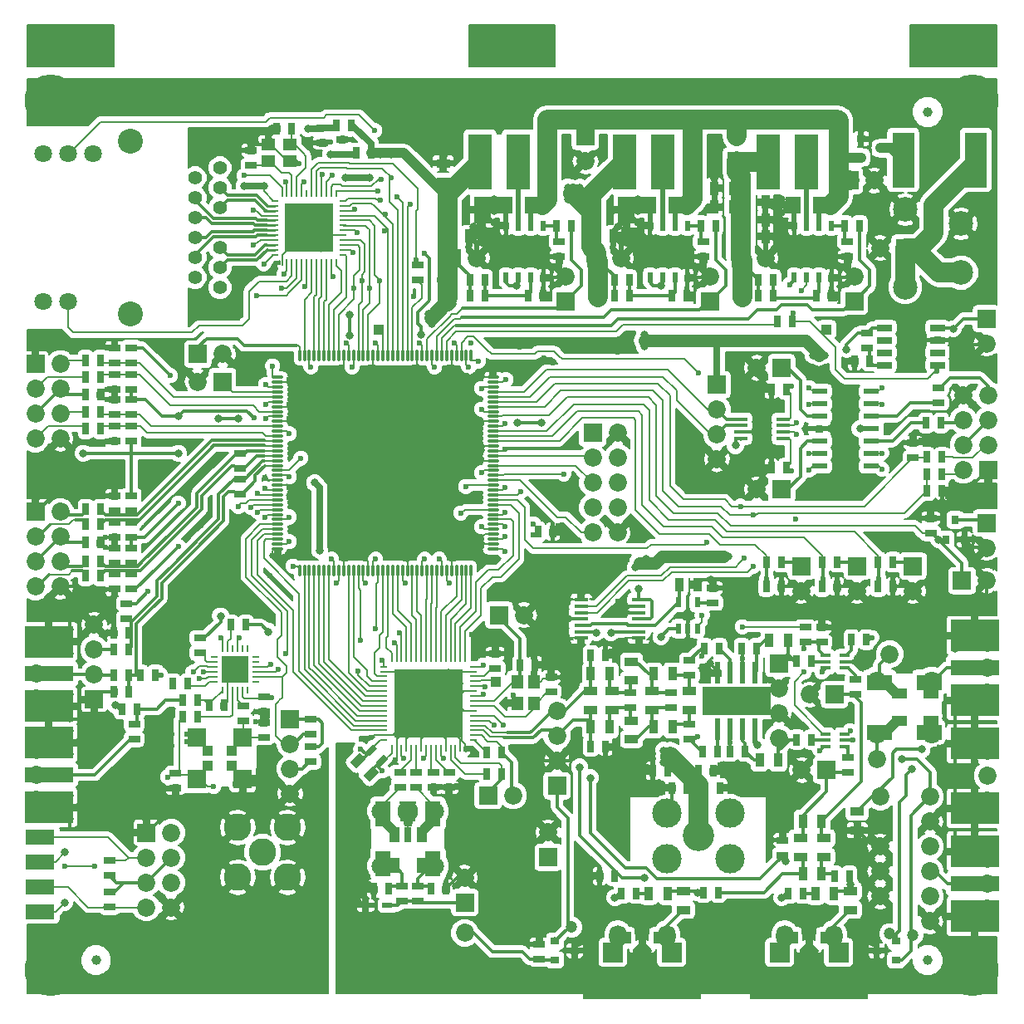
<source format=gbr>
G04 #@! TF.FileFunction,Copper,L1,Top,Signal*
%FSLAX46Y46*%
G04 Gerber Fmt 4.6, Leading zero omitted, Abs format (unit mm)*
G04 Created by KiCad (PCBNEW 4.0.4-stable) date 01/09/17 22:08:18*
%MOMM*%
%LPD*%
G01*
G04 APERTURE LIST*
%ADD10C,0.100000*%
%ADD11R,0.635000X1.143000*%
%ADD12C,1.700000*%
%ADD13C,0.500000*%
%ADD14R,1.000000X1.000000*%
%ADD15R,0.250000X0.800000*%
%ADD16R,0.800000X0.250000*%
%ADD17R,2.800000X2.800000*%
%ADD18C,3.000000*%
%ADD19R,2.500000X2.500000*%
%ADD20R,7.000000X7.000000*%
%ADD21R,0.600000X2.200000*%
%ADD22R,7.000000X2.940000*%
%ADD23R,0.510000X1.100000*%
%ADD24R,3.500000X2.600000*%
%ADD25C,2.500000*%
%ADD26O,1.200000X0.280000*%
%ADD27O,0.280000X1.200000*%
%ADD28C,4.000000*%
%ADD29R,5.000000X5.000000*%
%ADD30R,1.850000X1.850000*%
%ADD31C,1.850000*%
%ADD32R,1.600000X0.600000*%
%ADD33R,1.350000X0.400000*%
%ADD34R,1.143000X0.635000*%
%ADD35R,1.450000X0.450000*%
%ADD36R,0.600000X1.050000*%
%ADD37R,0.889000X1.397000*%
%ADD38R,2.400000X5.700000*%
%ADD39R,1.600000X1.800000*%
%ADD40R,2.300000X5.600000*%
%ADD41R,1.397000X0.889000*%
%ADD42R,2.540000X1.650000*%
%ADD43R,1.650000X1.015000*%
%ADD44C,1.800000*%
%ADD45R,1.000000X0.400000*%
%ADD46C,3.200000*%
%ADD47R,1.000760X0.599440*%
%ADD48R,1.650000X2.540000*%
%ADD49R,1.015000X1.650000*%
%ADD50R,0.760000X1.650000*%
%ADD51R,1.650000X2.000000*%
%ADD52C,2.100000*%
%ADD53R,1.200000X1.400000*%
%ADD54R,1.778000X2.794000*%
%ADD55C,2.800000*%
%ADD56R,3.000000X1.500000*%
%ADD57C,1.400000*%
%ADD58C,2.540000*%
%ADD59C,1.000000*%
%ADD60R,1.400000X1.200000*%
%ADD61C,0.800000*%
%ADD62R,5.000000X1.600000*%
%ADD63R,5.000000X3.300000*%
%ADD64R,1.500000X0.650000*%
%ADD65R,2.700000X3.600000*%
%ADD66C,2.000000*%
%ADD67C,5.300000*%
%ADD68C,4.300000*%
%ADD69R,12.000000X2.400000*%
%ADD70R,0.700000X1.250000*%
%ADD71O,1.800000X2.200000*%
%ADD72O,1.600000X2.400000*%
%ADD73R,2.000000X2.000000*%
%ADD74R,1.000000X4.000000*%
%ADD75R,0.700000X1.400000*%
%ADD76R,1.900000X4.280000*%
%ADD77R,0.900000X0.800000*%
%ADD78R,0.800000X0.900000*%
%ADD79C,2.300000*%
%ADD80R,1.080000X1.040000*%
%ADD81R,1.940000X1.950000*%
%ADD82C,0.600000*%
%ADD83C,1.200000*%
%ADD84C,0.300000*%
%ADD85C,0.200000*%
%ADD86C,0.700000*%
%ADD87C,1.000000*%
%ADD88C,0.350000*%
%ADD89C,1.500000*%
%ADD90C,2.000000*%
%ADD91C,0.250000*%
%ADD92C,1.250000*%
%ADD93C,0.500000*%
G04 APERTURE END LIST*
D10*
D11*
X22862000Y-61800000D03*
X21338000Y-61800000D03*
D12*
X21255000Y-66820715D03*
D13*
X22755000Y-67320715D03*
X22755000Y-65320715D03*
X22755000Y-66420715D03*
X21655000Y-65320715D03*
X20755000Y-65320715D03*
D14*
X22455000Y-65620715D03*
X22455000Y-67020715D03*
X21055000Y-65620715D03*
D15*
X20505000Y-68420715D03*
X21005000Y-68420715D03*
X21505000Y-68420715D03*
X22005000Y-68420715D03*
X22505000Y-68420715D03*
X23005000Y-68420715D03*
D16*
X23855000Y-67570715D03*
X23855000Y-67070715D03*
X23855000Y-66570715D03*
X23855000Y-66070715D03*
X23855000Y-65570715D03*
X23855000Y-65070715D03*
D15*
X23005000Y-64220715D03*
X22505000Y-64220715D03*
X22005000Y-64220715D03*
X21505000Y-64220715D03*
X21005000Y-64220715D03*
X20505000Y-64220715D03*
D16*
X19655000Y-65070715D03*
X19655000Y-65570715D03*
X19655000Y-66070715D03*
X19655000Y-66570715D03*
X19655000Y-67070715D03*
X19655000Y-67570715D03*
D17*
X21755000Y-66320715D03*
D14*
X21055000Y-67020715D03*
D13*
X22255000Y-65820715D03*
D18*
X43500000Y-67800000D03*
D13*
X44500000Y-72800000D03*
X44500000Y-71300000D03*
X43000000Y-72800000D03*
X43000000Y-71300000D03*
X38500000Y-72800000D03*
X40000000Y-72800000D03*
X40000000Y-66800000D03*
X38500000Y-66800000D03*
X38500000Y-68300000D03*
X40000000Y-68300000D03*
X40000000Y-71300000D03*
X38500000Y-71300000D03*
X38500000Y-69800000D03*
X40000000Y-69800000D03*
X44500000Y-69800000D03*
X43000000Y-69800000D03*
X41500000Y-66800000D03*
X41500000Y-68300000D03*
X41500000Y-72800000D03*
X41500000Y-71300000D03*
D19*
X43250000Y-71550000D03*
X39750000Y-71550000D03*
X39750000Y-68050000D03*
D15*
X45250000Y-65200000D03*
X44750000Y-65200000D03*
X44250000Y-65200000D03*
X43750000Y-65200000D03*
X43250000Y-65200000D03*
X42750000Y-65200000D03*
X42250000Y-65200000D03*
X41750000Y-65200000D03*
X41250000Y-65200000D03*
X40750000Y-65200000D03*
X40250000Y-65200000D03*
X39750000Y-65200000D03*
X39250000Y-65200000D03*
X38750000Y-65200000D03*
X38250000Y-65200000D03*
X37750000Y-65200000D03*
D16*
X36900000Y-66050000D03*
X36900000Y-66550000D03*
X36900000Y-67050000D03*
X36900000Y-67550000D03*
X36900000Y-68050000D03*
X36900000Y-68550000D03*
X36900000Y-69050000D03*
X36900000Y-69550000D03*
X36900000Y-70050000D03*
X36900000Y-70550000D03*
X36900000Y-71050000D03*
X36900000Y-71550000D03*
X36900000Y-72050000D03*
X36900000Y-72550000D03*
X36900000Y-73050000D03*
X36900000Y-73550000D03*
D15*
X37750000Y-74400000D03*
X38250000Y-74400000D03*
X38750000Y-74400000D03*
X39250000Y-74400000D03*
X39750000Y-74400000D03*
X40250000Y-74400000D03*
X40750000Y-74400000D03*
X41250000Y-74400000D03*
X41750000Y-74400000D03*
X42250000Y-74400000D03*
X42750000Y-74400000D03*
X43250000Y-74400000D03*
X43750000Y-74400000D03*
X44250000Y-74400000D03*
X44750000Y-74400000D03*
X45250000Y-74400000D03*
D16*
X46100000Y-73550000D03*
X46100000Y-73050000D03*
X46100000Y-72550000D03*
X46100000Y-72050000D03*
X46100000Y-71550000D03*
X46100000Y-71050000D03*
X46100000Y-70550000D03*
X46100000Y-70050000D03*
X46100000Y-69550000D03*
X46100000Y-69050000D03*
X46100000Y-68550000D03*
X46100000Y-68050000D03*
X46100000Y-67550000D03*
X46100000Y-67050000D03*
X46100000Y-66550000D03*
X46100000Y-66050000D03*
D20*
X41500000Y-69800000D03*
D19*
X43250000Y-68050000D03*
D13*
X41500000Y-69800000D03*
X71395000Y-70325000D03*
X74395000Y-70325000D03*
X71395000Y-68825000D03*
D12*
X74700000Y-68950000D03*
D13*
X72895000Y-70325000D03*
D21*
X74800000Y-66700000D03*
X73530000Y-66700000D03*
X72260000Y-66700000D03*
X70990000Y-66700000D03*
X70990000Y-72450000D03*
X72260000Y-72450000D03*
X73530000Y-72450000D03*
X74800000Y-72450000D03*
D22*
X72895000Y-69575000D03*
D13*
X72895000Y-68825000D03*
X52500000Y-23750000D03*
D23*
X49395000Y-21100000D03*
X49395000Y-26400000D03*
X50665000Y-21100000D03*
X50665000Y-26400000D03*
X51935000Y-21100000D03*
X51935000Y-26400000D03*
X53205000Y-21100000D03*
X53205000Y-26400000D03*
D24*
X51300000Y-23750000D03*
D25*
X49500000Y-23750000D03*
D13*
X51500000Y-23750000D03*
X67200000Y-23750000D03*
D23*
X64095000Y-21100000D03*
X64095000Y-26400000D03*
X65365000Y-21100000D03*
X65365000Y-26400000D03*
X66635000Y-21100000D03*
X66635000Y-26400000D03*
X67905000Y-21100000D03*
X67905000Y-26400000D03*
D24*
X66000000Y-23750000D03*
D25*
X64200000Y-23750000D03*
D13*
X66200000Y-23750000D03*
X81900000Y-23750000D03*
D23*
X78795000Y-21100000D03*
X78795000Y-26400000D03*
X80065000Y-21100000D03*
X80065000Y-26400000D03*
X81335000Y-21100000D03*
X81335000Y-26400000D03*
X82605000Y-21100000D03*
X82605000Y-26400000D03*
D24*
X80700000Y-23750000D03*
D25*
X78900000Y-23750000D03*
D13*
X80900000Y-23750000D03*
X38600000Y-43800000D03*
X37100000Y-46800000D03*
X37100000Y-45300000D03*
X35600000Y-45300000D03*
X38600000Y-45300000D03*
X35600000Y-43800000D03*
X37100000Y-43800000D03*
D26*
X48100000Y-54050000D03*
X48100000Y-53550000D03*
X48100000Y-53050000D03*
X48100000Y-52550000D03*
X48100000Y-52050000D03*
X48100000Y-51550000D03*
X48100000Y-51050000D03*
X48100000Y-50550000D03*
X48100000Y-50050000D03*
X48100000Y-49550000D03*
X48100000Y-49050000D03*
X48100000Y-48550000D03*
X48100000Y-48050000D03*
X48100000Y-47550000D03*
X48100000Y-47050000D03*
X48100000Y-46550000D03*
X48100000Y-46050000D03*
X48100000Y-45550000D03*
X48100000Y-45050000D03*
X48100000Y-44550000D03*
X48100000Y-44050000D03*
X48100000Y-43550000D03*
X48100000Y-43050000D03*
X48100000Y-42550000D03*
X48100000Y-42050000D03*
X48100000Y-41550000D03*
X48100000Y-41050000D03*
X48100000Y-40550000D03*
X48100000Y-40050000D03*
X48100000Y-39550000D03*
X48100000Y-39050000D03*
X48100000Y-38550000D03*
X48100000Y-38050000D03*
X48100000Y-37550000D03*
X48100000Y-37050000D03*
X48100000Y-36550000D03*
D27*
X45850000Y-34300000D03*
X45350000Y-34300000D03*
X44850000Y-34300000D03*
X44350000Y-34300000D03*
X43850000Y-34300000D03*
X43350000Y-34300000D03*
X42850000Y-34300000D03*
X42350000Y-34300000D03*
X41850000Y-34300000D03*
X41350000Y-34300000D03*
X40850000Y-34300000D03*
X40350000Y-34300000D03*
X39850000Y-34300000D03*
X39350000Y-34300000D03*
X38850000Y-34300000D03*
X38350000Y-34300000D03*
X37850000Y-34300000D03*
X37350000Y-34300000D03*
X36850000Y-34300000D03*
X36350000Y-34300000D03*
X35850000Y-34300000D03*
X35350000Y-34300000D03*
X34850000Y-34300000D03*
X34350000Y-34300000D03*
X33850000Y-34300000D03*
X33350000Y-34300000D03*
X32850000Y-34300000D03*
X32350000Y-34300000D03*
X31850000Y-34300000D03*
X31350000Y-34300000D03*
X30850000Y-34300000D03*
X30350000Y-34300000D03*
X29850000Y-34300000D03*
X29350000Y-34300000D03*
X28850000Y-34300000D03*
X28350000Y-34300000D03*
D26*
X26100000Y-36550000D03*
X26100000Y-37050000D03*
X26100000Y-37550000D03*
X26100000Y-38050000D03*
X26100000Y-38550000D03*
X26100000Y-39050000D03*
X26100000Y-39550000D03*
X26100000Y-40050000D03*
X26100000Y-40550000D03*
X26100000Y-41050000D03*
X26100000Y-41550000D03*
X26100000Y-42050000D03*
X26100000Y-42550000D03*
X26100000Y-43050000D03*
X26100000Y-43550000D03*
X26100000Y-44050000D03*
X26100000Y-44550000D03*
X26100000Y-45050000D03*
X26100000Y-45550000D03*
X26100000Y-46050000D03*
X26100000Y-46550000D03*
X26100000Y-47050000D03*
X26100000Y-47550000D03*
X26100000Y-48050000D03*
X26100000Y-48550000D03*
X26100000Y-49050000D03*
X26100000Y-49550000D03*
X26100000Y-50050000D03*
X26100000Y-50550000D03*
X26100000Y-51050000D03*
X26100000Y-51550000D03*
X26100000Y-52050000D03*
X26100000Y-52550000D03*
X26100000Y-53050000D03*
X26100000Y-53550000D03*
X26100000Y-54050000D03*
D27*
X28350000Y-56300000D03*
X28850000Y-56300000D03*
X29350000Y-56300000D03*
X29850000Y-56300000D03*
X30350000Y-56300000D03*
X30850000Y-56300000D03*
X31350000Y-56300000D03*
X31850000Y-56300000D03*
X32350000Y-56300000D03*
X32850000Y-56300000D03*
X33350000Y-56300000D03*
X33850000Y-56300000D03*
X34350000Y-56300000D03*
X34850000Y-56300000D03*
X35350000Y-56300000D03*
X35850000Y-56300000D03*
X36350000Y-56300000D03*
X36850000Y-56300000D03*
X37350000Y-56300000D03*
X37850000Y-56300000D03*
X38350000Y-56300000D03*
X38850000Y-56300000D03*
X39350000Y-56300000D03*
X39850000Y-56300000D03*
X40350000Y-56300000D03*
X40850000Y-56300000D03*
X41350000Y-56300000D03*
X41850000Y-56300000D03*
X42350000Y-56300000D03*
X42850000Y-56300000D03*
X43350000Y-56300000D03*
X43850000Y-56300000D03*
X44350000Y-56300000D03*
X44850000Y-56300000D03*
X45350000Y-56300000D03*
X45850000Y-56300000D03*
D28*
X39200000Y-47400000D03*
D29*
X37100000Y-45300000D03*
D13*
X35600000Y-46800000D03*
D14*
X82100000Y-31700000D03*
D11*
X77462000Y-55400000D03*
X75938000Y-55400000D03*
X83162000Y-55400000D03*
X81638000Y-55400000D03*
X88862000Y-55400000D03*
X87338000Y-55400000D03*
D30*
X79500000Y-55800000D03*
D31*
X79500000Y-58340000D03*
D30*
X85200000Y-55800000D03*
D31*
X85200000Y-58340000D03*
D30*
X90900000Y-55800000D03*
D31*
X90900000Y-58340000D03*
D11*
X75938000Y-57900000D03*
X77462000Y-57900000D03*
X81638000Y-57900000D03*
X83162000Y-57900000D03*
X87338000Y-57900000D03*
X88862000Y-57900000D03*
D32*
X81350000Y-45610000D03*
X86650000Y-45610000D03*
X81350000Y-44340000D03*
X86650000Y-44340000D03*
X81350000Y-43070000D03*
X86650000Y-43070000D03*
X81350000Y-41800000D03*
X86650000Y-41800000D03*
X81350000Y-40530000D03*
X86650000Y-40530000D03*
X81350000Y-39260000D03*
X86650000Y-39260000D03*
X81350000Y-37990000D03*
X86650000Y-37990000D03*
D11*
X77962000Y-45800000D03*
X76438000Y-45800000D03*
X77962000Y-37800000D03*
X76438000Y-37800000D03*
D33*
X73350000Y-42775000D03*
X77650000Y-42775000D03*
X73350000Y-42125000D03*
X77650000Y-42125000D03*
X73350000Y-41475000D03*
X77650000Y-41475000D03*
X73350000Y-40825000D03*
X77650000Y-40825000D03*
D30*
X70900000Y-37300000D03*
D31*
X70900000Y-39840000D03*
X70900000Y-42380000D03*
X70900000Y-44920000D03*
D30*
X98400000Y-30600000D03*
D31*
X98400000Y-33140000D03*
D30*
X98570000Y-46010000D03*
D31*
X96030000Y-46010000D03*
X98570000Y-43470000D03*
X96030000Y-43470000D03*
X98570000Y-40930000D03*
X96030000Y-40930000D03*
X98570000Y-38390000D03*
X96030000Y-38390000D03*
D34*
X93500000Y-39162000D03*
X93500000Y-37638000D03*
D11*
X92238000Y-41200000D03*
X93762000Y-41200000D03*
X92338000Y-46400000D03*
X93862000Y-46400000D03*
X92338000Y-44700000D03*
X93862000Y-44700000D03*
D30*
X77500000Y-35600000D03*
D31*
X74960000Y-35600000D03*
D30*
X77500000Y-48000000D03*
D31*
X74960000Y-48000000D03*
D30*
X95900000Y-57300000D03*
D31*
X98440000Y-57300000D03*
D11*
X92338000Y-48100000D03*
X93862000Y-48100000D03*
D34*
X90900000Y-44762000D03*
X90900000Y-43238000D03*
D35*
X62950000Y-59250000D03*
X57050000Y-59250000D03*
X62950000Y-59900000D03*
X57050000Y-59900000D03*
X62950000Y-60550000D03*
X57050000Y-60550000D03*
X62950000Y-61200000D03*
X57050000Y-61200000D03*
X62950000Y-61850000D03*
X57050000Y-61850000D03*
X62950000Y-62500000D03*
X57050000Y-62500000D03*
X62950000Y-63150000D03*
X57050000Y-63150000D03*
D36*
X67000000Y-62200000D03*
X67950000Y-62200000D03*
X68900000Y-62200000D03*
X68900000Y-59500000D03*
X67000000Y-59500000D03*
D37*
X67047500Y-57700000D03*
X68952500Y-57700000D03*
D34*
X70500000Y-59562000D03*
X70500000Y-58038000D03*
X77600000Y-85262000D03*
X77600000Y-83738000D03*
D11*
X60462000Y-87400000D03*
X58938000Y-87400000D03*
D34*
X79900000Y-63562000D03*
X79900000Y-62038000D03*
X81600000Y-62038000D03*
X81600000Y-63562000D03*
X92700000Y-50938000D03*
X92700000Y-52462000D03*
D30*
X98400000Y-51400000D03*
D31*
X98400000Y-53940000D03*
D11*
X84938000Y-34900000D03*
X86462000Y-34900000D03*
D34*
X86200000Y-32038000D03*
X86200000Y-33562000D03*
D11*
X77038000Y-30900000D03*
X78562000Y-30900000D03*
D30*
X57500000Y-12000000D03*
D31*
X57500000Y-14540000D03*
D30*
X90100000Y-23400000D03*
D31*
X87560000Y-23400000D03*
D25*
X95800000Y-20900000D03*
X95800000Y-25900000D03*
X90100000Y-19450000D03*
X90100000Y-27350000D03*
D30*
X72900000Y-14500000D03*
D31*
X72900000Y-11960000D03*
D11*
X83938000Y-21100000D03*
X85462000Y-21100000D03*
X81038000Y-28200000D03*
X82562000Y-28200000D03*
X75138000Y-26600000D03*
X76662000Y-26600000D03*
D38*
X80050000Y-14600000D03*
X76150000Y-14600000D03*
D34*
X84200000Y-24262000D03*
X84200000Y-22738000D03*
D30*
X73300000Y-24400000D03*
D31*
X75840000Y-24400000D03*
D30*
X84900000Y-28800000D03*
D31*
X84900000Y-26260000D03*
D39*
X81450000Y-19000000D03*
X78650000Y-19000000D03*
D37*
X72552500Y-19200000D03*
X70647500Y-19200000D03*
X72552500Y-17300000D03*
X70647500Y-17300000D03*
X73947500Y-22200000D03*
X75852500Y-22200000D03*
X73947500Y-20500000D03*
X75852500Y-20500000D03*
X73947500Y-18700000D03*
X75852500Y-18700000D03*
D11*
X75138000Y-28200000D03*
X76662000Y-28200000D03*
D30*
X43900000Y-24400000D03*
D31*
X46440000Y-24400000D03*
D30*
X55500000Y-28800000D03*
D31*
X55500000Y-26260000D03*
D30*
X84400000Y-16500000D03*
D31*
X86940000Y-16500000D03*
D30*
X58600000Y-24400000D03*
D31*
X61140000Y-24400000D03*
D30*
X70200000Y-28800000D03*
D31*
X70200000Y-26260000D03*
D40*
X97300000Y-14400000D03*
X89900000Y-14400000D03*
D41*
X85200000Y-80847500D03*
X85200000Y-82752500D03*
D30*
X82100000Y-76600000D03*
D31*
X79560000Y-76600000D03*
D30*
X82900000Y-68900000D03*
D31*
X80360000Y-68900000D03*
D42*
X92540000Y-72740000D03*
X92540000Y-67660000D03*
X87460000Y-72740000D03*
X87460000Y-67660000D03*
D43*
X92730000Y-71597500D03*
X92730000Y-68802500D03*
X89550000Y-71597500D03*
X89550000Y-68802500D03*
D10*
G36*
X89437107Y-72105000D02*
X88730000Y-72812107D01*
X88022893Y-72105000D01*
X88730000Y-71397893D01*
X89437107Y-72105000D01*
X89437107Y-72105000D01*
G37*
G36*
X89437107Y-68295000D02*
X88730000Y-69002107D01*
X88022893Y-68295000D01*
X88730000Y-67587893D01*
X89437107Y-68295000D01*
X89437107Y-68295000D01*
G37*
D44*
X87206000Y-67406000D03*
X87206000Y-72994000D03*
X92794000Y-72994000D03*
X92794000Y-67406000D03*
D31*
X92640000Y-79320000D03*
X92640000Y-84400000D03*
X92640000Y-86940000D03*
X92640000Y-89480000D03*
X87560000Y-89480000D03*
X87560000Y-86940000D03*
X87560000Y-84400000D03*
X87560000Y-79320000D03*
X92640000Y-81860000D03*
X92640000Y-92020000D03*
D30*
X47600000Y-79200000D03*
D31*
X50140000Y-79200000D03*
D30*
X53700000Y-85500000D03*
D31*
X53700000Y-82960000D03*
D45*
X83900000Y-74200000D03*
X83900000Y-73550000D03*
X83900000Y-72900000D03*
X81950000Y-72900000D03*
X81950000Y-73550000D03*
X81950000Y-74200000D03*
X83900000Y-66200000D03*
X83900000Y-65550000D03*
X83900000Y-64900000D03*
X81950000Y-64900000D03*
X81950000Y-65550000D03*
X81950000Y-66200000D03*
D37*
X77152500Y-75600000D03*
X75247500Y-75600000D03*
X78152500Y-63400000D03*
X76247500Y-63400000D03*
D11*
X80562000Y-73500000D03*
X79038000Y-73500000D03*
D34*
X84300000Y-75338000D03*
X84300000Y-76862000D03*
D11*
X84638000Y-63300000D03*
X86162000Y-63300000D03*
X80562000Y-65500000D03*
X79038000Y-65500000D03*
D34*
X85000000Y-67338000D03*
X85000000Y-68862000D03*
D30*
X54600000Y-78200000D03*
D31*
X54600000Y-75660000D03*
X54600000Y-73120000D03*
X54600000Y-70580000D03*
D30*
X45200000Y-90100000D03*
D31*
X45200000Y-87560000D03*
D30*
X48700000Y-60800000D03*
D31*
X51240000Y-60800000D03*
D18*
X72200000Y-81000000D03*
X65800000Y-81000000D03*
X65800000Y-85600000D03*
X72200000Y-85600000D03*
D46*
X69000000Y-83300000D03*
D11*
X64338000Y-76700000D03*
X65862000Y-76700000D03*
X84412000Y-87400000D03*
X82888000Y-87400000D03*
X78138000Y-89200000D03*
X79662000Y-89200000D03*
D41*
X79400000Y-85452500D03*
X79400000Y-83547500D03*
D37*
X63947500Y-89200000D03*
X65852500Y-89200000D03*
X79647500Y-87200000D03*
X81552500Y-87200000D03*
X79647500Y-81800000D03*
X81552500Y-81800000D03*
D41*
X81800000Y-85452500D03*
X81800000Y-83547500D03*
D37*
X80947500Y-89200000D03*
X82852500Y-89200000D03*
D41*
X67500000Y-88947500D03*
X67500000Y-90852500D03*
X84500000Y-88947500D03*
X84500000Y-90852500D03*
D11*
X69538000Y-89100000D03*
X71062000Y-89100000D03*
X61138000Y-89200000D03*
X62662000Y-89200000D03*
X71262000Y-78400000D03*
X69738000Y-78400000D03*
X66338000Y-78400000D03*
X67862000Y-78400000D03*
X70562000Y-76700000D03*
X69038000Y-76700000D03*
D30*
X77200000Y-65700000D03*
D31*
X77200000Y-68240000D03*
X77200000Y-70780000D03*
X77200000Y-73320000D03*
D11*
X70962000Y-74700000D03*
X69438000Y-74700000D03*
X73762000Y-74700000D03*
X72238000Y-74700000D03*
X74962000Y-64200000D03*
X73438000Y-64200000D03*
X71162000Y-64200000D03*
X69638000Y-64200000D03*
X59562000Y-74200000D03*
X58038000Y-74200000D03*
D34*
X66200000Y-70262000D03*
X66200000Y-68738000D03*
X62100000Y-70262000D03*
X62100000Y-68738000D03*
D11*
X58038000Y-64900000D03*
X59562000Y-64900000D03*
D37*
X66352500Y-72200000D03*
X64447500Y-72200000D03*
D41*
X62200000Y-73452500D03*
X62200000Y-71547500D03*
D37*
X59952500Y-72200000D03*
X58047500Y-72200000D03*
X64447500Y-66800000D03*
X66352500Y-66800000D03*
D41*
X62200000Y-67452500D03*
X62200000Y-65547500D03*
D37*
X58047500Y-66800000D03*
X59952500Y-66800000D03*
D41*
X68100000Y-68547500D03*
X68100000Y-70452500D03*
X64300000Y-68547500D03*
X64300000Y-70452500D03*
X60200000Y-68547500D03*
X60200000Y-70452500D03*
X58000000Y-68547500D03*
X58000000Y-70452500D03*
D34*
X68100000Y-73462000D03*
X68100000Y-71938000D03*
X68100000Y-65438000D03*
X68100000Y-66962000D03*
D11*
X35938000Y-88700000D03*
X37462000Y-88700000D03*
D34*
X40400000Y-88438000D03*
X40400000Y-89962000D03*
D47*
X35100180Y-90400000D03*
X37299820Y-90400000D03*
D39*
X52050000Y-19000000D03*
X49250000Y-19000000D03*
X66750000Y-19000000D03*
X63950000Y-19000000D03*
D30*
X12730000Y-82990000D03*
D31*
X15270000Y-82990000D03*
X12730000Y-85530000D03*
X15270000Y-85530000D03*
X12730000Y-88070000D03*
X15270000Y-88070000D03*
X12730000Y-90610000D03*
X15270000Y-90610000D03*
D30*
X20500000Y-37000000D03*
D31*
X17960000Y-37000000D03*
D30*
X18000000Y-34200000D03*
D31*
X20540000Y-34200000D03*
D11*
X11762000Y-70400000D03*
X10238000Y-70400000D03*
D34*
X22300000Y-48462000D03*
X22300000Y-46938000D03*
X22300000Y-44338000D03*
X22300000Y-45862000D03*
D48*
X36860000Y-86140000D03*
X41940000Y-86140000D03*
X36860000Y-81060000D03*
D10*
G36*
X39020000Y-82330000D02*
X38570000Y-79790000D01*
X40230000Y-79790000D01*
X39780000Y-82330000D01*
X39020000Y-82330000D01*
X39020000Y-82330000D01*
G37*
D48*
X41940000Y-81060000D03*
D49*
X38002500Y-86330000D03*
X40797500Y-86330000D03*
X38002500Y-83150000D03*
D50*
X39400000Y-83150000D03*
D49*
X40797500Y-83150000D03*
D10*
G36*
X37495000Y-83037107D02*
X36787893Y-82330000D01*
X37495000Y-81622893D01*
X38202107Y-82330000D01*
X37495000Y-83037107D01*
X37495000Y-83037107D01*
G37*
G36*
X41305000Y-83037107D02*
X40597893Y-82330000D01*
X41305000Y-81622893D01*
X42012107Y-82330000D01*
X41305000Y-83037107D01*
X41305000Y-83037107D01*
G37*
D51*
X39400000Y-80790000D03*
D44*
X42194000Y-80806000D03*
D52*
X39400000Y-80806000D03*
D44*
X36606000Y-80806000D03*
X36606000Y-86394000D03*
X42194000Y-86394000D03*
D34*
X38800000Y-89962000D03*
X38800000Y-88438000D03*
D11*
X41738000Y-88700000D03*
X43262000Y-88700000D03*
D34*
X38600000Y-78362000D03*
X38600000Y-76838000D03*
X40200000Y-78362000D03*
X40200000Y-76838000D03*
D53*
X52250000Y-69800000D03*
X52250000Y-67600000D03*
X50550000Y-67600000D03*
X50550000Y-69800000D03*
D34*
X54000000Y-68662000D03*
X54000000Y-67138000D03*
D11*
X50838000Y-65900000D03*
X52362000Y-65900000D03*
X48962000Y-77000000D03*
X47438000Y-77000000D03*
X48962000Y-74800000D03*
X47438000Y-74800000D03*
D14*
X48400000Y-67600000D03*
D34*
X42000000Y-78362000D03*
X42000000Y-76838000D03*
X48300000Y-64738000D03*
X48300000Y-66262000D03*
X43600000Y-76838000D03*
X43600000Y-78362000D03*
D10*
G36*
X36481742Y-76793914D02*
X35493914Y-77781742D01*
X34865296Y-77153124D01*
X35853124Y-76165296D01*
X36481742Y-76793914D01*
X36481742Y-76793914D01*
G37*
G36*
X35134704Y-75446876D02*
X34146876Y-76434704D01*
X33518258Y-75806086D01*
X34506086Y-74818258D01*
X35134704Y-75446876D01*
X35134704Y-75446876D01*
G37*
G36*
X37367433Y-75459210D02*
X36559210Y-76267433D01*
X36110197Y-75818420D01*
X36918420Y-75010197D01*
X37367433Y-75459210D01*
X37367433Y-75459210D01*
G37*
G36*
X36289803Y-74381580D02*
X35481580Y-75189803D01*
X35032567Y-74740790D01*
X35840790Y-73932567D01*
X36289803Y-74381580D01*
X36289803Y-74381580D01*
G37*
D11*
X54538000Y-21100000D03*
X56062000Y-21100000D03*
X51638000Y-28200000D03*
X53162000Y-28200000D03*
X45738000Y-26600000D03*
X47262000Y-26600000D03*
D38*
X50650000Y-14600000D03*
X46750000Y-14600000D03*
D34*
X54800000Y-24262000D03*
X54800000Y-22738000D03*
D54*
X43422000Y-19500000D03*
X46978000Y-19500000D03*
D37*
X43747500Y-22100000D03*
X45652500Y-22100000D03*
D41*
X43000000Y-16652500D03*
X43000000Y-14747500D03*
D11*
X45738000Y-28200000D03*
X47262000Y-28200000D03*
D38*
X65350000Y-14600000D03*
X61450000Y-14600000D03*
D11*
X69238000Y-21100000D03*
X70762000Y-21100000D03*
X66338000Y-28200000D03*
X67862000Y-28200000D03*
X60438000Y-26600000D03*
X61962000Y-26600000D03*
D34*
X69500000Y-24262000D03*
X69500000Y-22738000D03*
D55*
X24600000Y-85000000D03*
X22060000Y-82460000D03*
X27140000Y-82460000D03*
X27140000Y-87540000D03*
X22060000Y-87540000D03*
D54*
X58122000Y-19500000D03*
X61678000Y-19500000D03*
D37*
X58447500Y-22100000D03*
X60352500Y-22100000D03*
D11*
X60438000Y-28200000D03*
X61962000Y-28200000D03*
D34*
X11500000Y-71938000D03*
X11500000Y-73462000D03*
X29500000Y-75762000D03*
X29500000Y-74238000D03*
X29500000Y-72962000D03*
X29500000Y-71438000D03*
X18200000Y-63138000D03*
X18200000Y-64662000D03*
D30*
X27400000Y-71400000D03*
D31*
X27400000Y-73940000D03*
X27400000Y-76480000D03*
X27400000Y-79020000D03*
D11*
X15438000Y-67800000D03*
X16962000Y-67800000D03*
X19138000Y-70000000D03*
X20662000Y-70000000D03*
X17962000Y-69500000D03*
X16438000Y-69500000D03*
D34*
X15700000Y-76938000D03*
X15700000Y-78462000D03*
D11*
X16438000Y-71200000D03*
X17962000Y-71200000D03*
D34*
X24700000Y-71738000D03*
X24700000Y-73262000D03*
X22600000Y-71562000D03*
X22600000Y-70038000D03*
X24700000Y-69138000D03*
X24700000Y-70662000D03*
X10700000Y-61162000D03*
X10700000Y-59638000D03*
D11*
X12138000Y-66900000D03*
X13662000Y-66900000D03*
X10962000Y-62600000D03*
X9438000Y-62600000D03*
X10962000Y-68600000D03*
X9438000Y-68600000D03*
X9438000Y-64300000D03*
X10962000Y-64300000D03*
X9438000Y-66900000D03*
X10962000Y-66900000D03*
X8062000Y-56800000D03*
X6538000Y-56800000D03*
X8062000Y-55300000D03*
X6538000Y-55300000D03*
D34*
X11200000Y-56638000D03*
X11200000Y-58162000D03*
X11200000Y-55462000D03*
X11200000Y-53938000D03*
D11*
X8062000Y-51500000D03*
X6538000Y-51500000D03*
X8062000Y-50000000D03*
X6538000Y-50000000D03*
D34*
X11200000Y-51338000D03*
X11200000Y-52862000D03*
X11200000Y-50162000D03*
X11200000Y-48638000D03*
X9500000Y-56638000D03*
X9500000Y-58162000D03*
X9500000Y-55462000D03*
X9500000Y-53938000D03*
X9500000Y-51338000D03*
X9500000Y-52862000D03*
X9500000Y-50162000D03*
X9500000Y-48638000D03*
D11*
X8062000Y-38300000D03*
X6538000Y-38300000D03*
X8062000Y-41800000D03*
X6538000Y-41800000D03*
X8062000Y-40100000D03*
X6538000Y-40100000D03*
D34*
X11200000Y-41538000D03*
X11200000Y-43062000D03*
X11200000Y-40362000D03*
X11200000Y-38838000D03*
D11*
X8062000Y-36500000D03*
X6538000Y-36500000D03*
X8062000Y-34800000D03*
X6538000Y-34800000D03*
D34*
X11200000Y-36238000D03*
X11200000Y-37762000D03*
X11200000Y-35062000D03*
X11200000Y-33538000D03*
D11*
X8062000Y-53400000D03*
X6538000Y-53400000D03*
D34*
X9500000Y-41538000D03*
X9500000Y-43062000D03*
X9500000Y-40362000D03*
X9500000Y-38838000D03*
X9500000Y-36238000D03*
X9500000Y-37762000D03*
X9500000Y-35062000D03*
X9500000Y-33538000D03*
X9000000Y-90562000D03*
X9000000Y-89038000D03*
X9000000Y-85838000D03*
X9000000Y-87362000D03*
D56*
X1900000Y-83450000D03*
X1900000Y-85950000D03*
X1900000Y-88550000D03*
X1900000Y-91050000D03*
D30*
X7400000Y-69400000D03*
D31*
X7400000Y-66860000D03*
X7400000Y-64320000D03*
X7400000Y-61780000D03*
D30*
X1430000Y-50290000D03*
D31*
X3970000Y-50290000D03*
X1430000Y-52830000D03*
X3970000Y-52830000D03*
X1430000Y-55370000D03*
X3970000Y-55370000D03*
X1430000Y-57910000D03*
X3970000Y-57910000D03*
D30*
X1430000Y-35190000D03*
D31*
X3970000Y-35190000D03*
X1430000Y-37730000D03*
X3970000Y-37730000D03*
X1430000Y-40270000D03*
X3970000Y-40270000D03*
X1430000Y-42810000D03*
X3970000Y-42810000D03*
D11*
X52638000Y-52300000D03*
X54162000Y-52300000D03*
D30*
X58230000Y-42220000D03*
D31*
X60770000Y-42220000D03*
X58230000Y-44760000D03*
X60770000Y-44760000D03*
X58230000Y-47300000D03*
X60770000Y-47300000D03*
X58230000Y-49840000D03*
X60770000Y-49840000D03*
X58230000Y-52380000D03*
X60770000Y-52380000D03*
D34*
X40400000Y-25138000D03*
X40400000Y-26662000D03*
D11*
X35662000Y-13700000D03*
X34138000Y-13700000D03*
X33662000Y-10900000D03*
X32138000Y-10900000D03*
D34*
X32700000Y-13862000D03*
X32700000Y-12338000D03*
X30700000Y-11138000D03*
X30700000Y-12662000D03*
D11*
X27562000Y-11200000D03*
X26038000Y-11200000D03*
D34*
X23400000Y-14962000D03*
X23400000Y-13438000D03*
D57*
X17700000Y-26380000D03*
X17700000Y-24350000D03*
X17700000Y-22320000D03*
X17700000Y-20280000D03*
X17700000Y-18250000D03*
X17700000Y-16220000D03*
X20240000Y-27400000D03*
X20240000Y-25370000D03*
X20240000Y-23340000D03*
X20240000Y-19260000D03*
X20240000Y-17230000D03*
X20240000Y-15200000D03*
D44*
X4750000Y-28820000D03*
X2210000Y-28820000D03*
X7290000Y-13780000D03*
X4750000Y-13780000D03*
X2210000Y-13780000D03*
D58*
X11100000Y-30090000D03*
X11100000Y-12510000D03*
D59*
X92400000Y-96000000D03*
X7600000Y-96000000D03*
X92400000Y-9500000D03*
D60*
X27400000Y-12850000D03*
X25200000Y-12850000D03*
X25200000Y-14550000D03*
X27400000Y-14550000D03*
D61*
X18200000Y-51600000D03*
X13500000Y-46100000D03*
X17300000Y-47400000D03*
X13900000Y-43200000D03*
D62*
X2800000Y-77100000D03*
D63*
X2800000Y-73800000D03*
X2800000Y-80400000D03*
D31*
X1500000Y-77100000D03*
X1500000Y-79640000D03*
X1500000Y-74560000D03*
D62*
X2800000Y-66800000D03*
D63*
X2800000Y-63500000D03*
X2800000Y-70100000D03*
D31*
X1500000Y-66800000D03*
X1500000Y-69340000D03*
X1500000Y-64260000D03*
D62*
X97200000Y-66200000D03*
D63*
X97200000Y-69500000D03*
X97200000Y-62900000D03*
D31*
X98500000Y-66200000D03*
X98500000Y-63660000D03*
X98500000Y-68740000D03*
D62*
X97200000Y-88200000D03*
D63*
X97200000Y-91500000D03*
X97200000Y-84900000D03*
D31*
X98500000Y-88200000D03*
X98500000Y-85660000D03*
X98500000Y-90740000D03*
D63*
X97200000Y-80500000D03*
X97200000Y-73900000D03*
D31*
X98500000Y-77200000D03*
X98500000Y-79740000D03*
X98500000Y-74660000D03*
D13*
X90100000Y-32400000D03*
D64*
X88000000Y-31495000D03*
X88000000Y-32765000D03*
X88000000Y-34035000D03*
X88000000Y-35305000D03*
X93400000Y-35305000D03*
X93400000Y-34035000D03*
X93400000Y-32765000D03*
X93400000Y-31495000D03*
D65*
X90700000Y-33400000D03*
D13*
X91300000Y-32400000D03*
D66*
X90700000Y-34600000D03*
D67*
X97000000Y-8300000D03*
X97000000Y-97000000D03*
X3000000Y-97000000D03*
X3000000Y-8300000D03*
D68*
X71800000Y-93300000D03*
D13*
X62600000Y-98000000D03*
X61600000Y-98000000D03*
X60600000Y-98000000D03*
X59600000Y-98000000D03*
X58600000Y-98000000D03*
X58600000Y-99000000D03*
X59600000Y-99000000D03*
X60600000Y-99000000D03*
X61600000Y-99000000D03*
X62600000Y-99000000D03*
X68000000Y-99000000D03*
X67000000Y-99000000D03*
X66000000Y-99000000D03*
X65000000Y-99000000D03*
X64000000Y-99000000D03*
X64000000Y-98000000D03*
X65000000Y-98000000D03*
X66000000Y-98000000D03*
X67000000Y-98000000D03*
X63300000Y-98500000D03*
X64000000Y-97000000D03*
X62600000Y-97000000D03*
X63300000Y-97500000D03*
X64000000Y-96000000D03*
X62600000Y-96000000D03*
X63300000Y-96500000D03*
X63300000Y-95500000D03*
X62600000Y-95000000D03*
X64000000Y-95000000D03*
X63300000Y-94500000D03*
X68000000Y-98000000D03*
D69*
X63300000Y-98800000D03*
D70*
X61800000Y-93700000D03*
D71*
X60800000Y-93500000D03*
X65800000Y-93500000D03*
D72*
X63300000Y-92600000D03*
D73*
X66300000Y-95200000D03*
X60300000Y-95200000D03*
D74*
X68800000Y-95800000D03*
X57800000Y-95800000D03*
D70*
X64800000Y-93700000D03*
D75*
X63300000Y-93700000D03*
D10*
G36*
X62350000Y-94862500D02*
X62875000Y-94337500D01*
X63725000Y-94337500D01*
X64250000Y-94862500D01*
X62350000Y-94862500D01*
X62350000Y-94862500D01*
G37*
D76*
X63300000Y-97000000D03*
D13*
X79600000Y-98000000D03*
X78600000Y-98000000D03*
X77600000Y-98000000D03*
X76600000Y-98000000D03*
X75600000Y-98000000D03*
X75600000Y-99000000D03*
X76600000Y-99000000D03*
X77600000Y-99000000D03*
X78600000Y-99000000D03*
X79600000Y-99000000D03*
X85000000Y-99000000D03*
X84000000Y-99000000D03*
X83000000Y-99000000D03*
X82000000Y-99000000D03*
X81000000Y-99000000D03*
X81000000Y-98000000D03*
X82000000Y-98000000D03*
X83000000Y-98000000D03*
X84000000Y-98000000D03*
X80300000Y-98500000D03*
X81000000Y-97000000D03*
X79600000Y-97000000D03*
X80300000Y-97500000D03*
X81000000Y-96000000D03*
X79600000Y-96000000D03*
X80300000Y-96500000D03*
X80300000Y-95500000D03*
X79600000Y-95000000D03*
X81000000Y-95000000D03*
X80300000Y-94500000D03*
X85000000Y-98000000D03*
D69*
X80300000Y-98800000D03*
D70*
X78800000Y-93700000D03*
D71*
X77800000Y-93500000D03*
X82800000Y-93500000D03*
D72*
X80300000Y-92600000D03*
D73*
X83300000Y-95200000D03*
X77300000Y-95200000D03*
D74*
X85800000Y-95800000D03*
X74800000Y-95800000D03*
D70*
X81800000Y-93700000D03*
D75*
X80300000Y-93700000D03*
D10*
G36*
X79350000Y-94862500D02*
X79875000Y-94337500D01*
X80725000Y-94337500D01*
X81250000Y-94862500D01*
X79350000Y-94862500D01*
X79350000Y-94862500D01*
G37*
D76*
X80300000Y-97000000D03*
D14*
X36400000Y-31700000D03*
D77*
X85600000Y-12250000D03*
X87600000Y-13200000D03*
X85600000Y-14150000D03*
D78*
X94250000Y-53100000D03*
X95200000Y-51100000D03*
X96150000Y-53100000D03*
D31*
X88500000Y-64800000D03*
X87200000Y-75500000D03*
D77*
X89200000Y-95950000D03*
X87200000Y-95000000D03*
X89200000Y-94050000D03*
D34*
X52800000Y-95862000D03*
X52800000Y-94338000D03*
D77*
X54400000Y-94050000D03*
X56400000Y-95000000D03*
X54400000Y-95950000D03*
D31*
X45200000Y-93200000D03*
D13*
X27216525Y-22015000D03*
X28616525Y-20615000D03*
X27216525Y-19215000D03*
X31416525Y-19215000D03*
X28616525Y-23415000D03*
X28616525Y-22015000D03*
X30016525Y-19215000D03*
X28616525Y-19215000D03*
X31416525Y-20615000D03*
X30016525Y-20615000D03*
D16*
X25816525Y-18565000D03*
X25816525Y-19065000D03*
X25816525Y-19565000D03*
X25816525Y-20065000D03*
X25816525Y-20565000D03*
X25816525Y-21065000D03*
X25816525Y-21565000D03*
X25816525Y-22065000D03*
X25816525Y-22565000D03*
X25816525Y-23065000D03*
X25816525Y-23565000D03*
X25816525Y-24065000D03*
D15*
X26566525Y-24815000D03*
X27066525Y-24815000D03*
X27566525Y-24815000D03*
X28066525Y-24815000D03*
X28566525Y-24815000D03*
X29066525Y-24815000D03*
X29566525Y-24815000D03*
X30066525Y-24815000D03*
X30566525Y-24815000D03*
X31066525Y-24815000D03*
X31566525Y-24815000D03*
X32066525Y-24815000D03*
D16*
X32816525Y-24065000D03*
X32816525Y-23565000D03*
X32816525Y-23065000D03*
X32816525Y-22565000D03*
X32816525Y-22065000D03*
X32816525Y-21565000D03*
X32816525Y-21065000D03*
X32816525Y-20565000D03*
X32816525Y-20065000D03*
X32816525Y-19565000D03*
X32816525Y-19065000D03*
X32816525Y-18565000D03*
D15*
X32066525Y-17815000D03*
X31566525Y-17815000D03*
X31066525Y-17815000D03*
X30566525Y-17815000D03*
X30066525Y-17815000D03*
X29566525Y-17815000D03*
X29066525Y-17815000D03*
X28566525Y-17815000D03*
X28066525Y-17815000D03*
X27566525Y-17815000D03*
X27066525Y-17815000D03*
X26566525Y-17815000D03*
D29*
X29316525Y-21315000D03*
D79*
X30616525Y-22615000D03*
D13*
X27216525Y-23415000D03*
X27216525Y-20615000D03*
D80*
X21460000Y-76190000D03*
X21460000Y-74610000D03*
X18940000Y-74610000D03*
D81*
X17850000Y-77500000D03*
X22550000Y-77500000D03*
X22550000Y-73300000D03*
X17850000Y-73300000D03*
D80*
X18940000Y-76190000D03*
D82*
X23400000Y-49800000D03*
D61*
X4400000Y-85000000D03*
D82*
X24100000Y-50300000D03*
X22100000Y-49700000D03*
X31700000Y-16000000D03*
D61*
X35500000Y-16200000D03*
X33000000Y-16200000D03*
D82*
X34200000Y-21800000D03*
X33800000Y-23800000D03*
X31800000Y-26300000D03*
X28900000Y-27300000D03*
X26800000Y-26000000D03*
D61*
X41800000Y-31100000D03*
X42600000Y-30300000D03*
X41500000Y-30100000D03*
X44000000Y-29100000D03*
X42800000Y-29100000D03*
X37700000Y-13800000D03*
X36600000Y-13800000D03*
D82*
X45600000Y-35500000D03*
X27300000Y-50800000D03*
X24900000Y-39300000D03*
X46900000Y-51800000D03*
X42600000Y-55100000D03*
X41100000Y-55100000D03*
X46900000Y-39800000D03*
X46900000Y-37700000D03*
X27300000Y-42300000D03*
X42100000Y-35500000D03*
X33700000Y-35500000D03*
X29500000Y-35500000D03*
X31600000Y-55100000D03*
X36100000Y-55100000D03*
X36000000Y-11400000D03*
X24000000Y-28200000D03*
X24800000Y-50800000D03*
D61*
X4400000Y-90100000D03*
D82*
X24800000Y-47900000D03*
X14200000Y-66900000D03*
X12900000Y-58400000D03*
D83*
X90900000Y-93400000D03*
X56100000Y-92600000D03*
D82*
X81600000Y-66600000D03*
X81400000Y-74600000D03*
D61*
X72100000Y-54800000D03*
X89800000Y-75500000D03*
X70900000Y-54800000D03*
X62600000Y-55900000D03*
X63700000Y-55100000D03*
X62900000Y-58100000D03*
X72800000Y-43500000D03*
X80700000Y-34300000D03*
X81900000Y-34300000D03*
X63500000Y-32200000D03*
X63500000Y-33400000D03*
X85500000Y-41800000D03*
X58800000Y-26000000D03*
X58800000Y-27200000D03*
X58800000Y-28400000D03*
X56900000Y-18400000D03*
X56900000Y-17200000D03*
X55700000Y-17200000D03*
X55700000Y-18400000D03*
X30400000Y-54200000D03*
X29900000Y-47300000D03*
X22100000Y-40800000D03*
X20100000Y-40800000D03*
X50600000Y-41200000D03*
X53000000Y-41200000D03*
D82*
X52200000Y-51500000D03*
X52200000Y-52600000D03*
X46900000Y-46300000D03*
X49300000Y-41300000D03*
X27300000Y-46700000D03*
X32100000Y-57500000D03*
X35100000Y-57500000D03*
X39100000Y-57500000D03*
X43600000Y-57500000D03*
X21800000Y-78000000D03*
D61*
X32500000Y-99000000D03*
X35000000Y-99000000D03*
X37500000Y-99000000D03*
X40000000Y-99000000D03*
X42500000Y-99000000D03*
X45000000Y-99000000D03*
X47500000Y-99000000D03*
X50000000Y-99000000D03*
X52500000Y-99000000D03*
X55000000Y-99000000D03*
D82*
X69700000Y-24800000D03*
X33500000Y-12300000D03*
X31500000Y-12600000D03*
X25700000Y-25500000D03*
D83*
X85600000Y-93200000D03*
X58000000Y-93200000D03*
D82*
X52800000Y-93700000D03*
D61*
X56800000Y-94200000D03*
X86800000Y-94200000D03*
D82*
X82500000Y-62100000D03*
X78900000Y-51050000D03*
D61*
X57000000Y-90400000D03*
X74000000Y-90400000D03*
D82*
X92700000Y-50300000D03*
D61*
X96700000Y-53900000D03*
X98000000Y-1000000D03*
X96000000Y-1000000D03*
X94000000Y-1000000D03*
X92000000Y-1000000D03*
X47000000Y-1000000D03*
X49000000Y-1000000D03*
X51000000Y-1000000D03*
X53000000Y-1000000D03*
X7500000Y-6500000D03*
X2000000Y-1000000D03*
X4000000Y-1000000D03*
X6000000Y-1000000D03*
X8000000Y-1000000D03*
X87500000Y-99000000D03*
X90000000Y-99000000D03*
X92500000Y-99000000D03*
X74300000Y-99000000D03*
X71800000Y-99000000D03*
X69300000Y-99000000D03*
X7500000Y-99000000D03*
X10000000Y-99000000D03*
X12500000Y-99000000D03*
X15000000Y-99000000D03*
X17500000Y-99000000D03*
X20000000Y-99000000D03*
X22500000Y-99000000D03*
X25000000Y-99000000D03*
X27500000Y-99000000D03*
X30000000Y-99000000D03*
X57300000Y-99000000D03*
X12500000Y-6500000D03*
X92500000Y-6500000D03*
X90000000Y-6500000D03*
X87500000Y-6500000D03*
X85000000Y-6500000D03*
X82500000Y-6500000D03*
X80000000Y-6500000D03*
X77500000Y-6500000D03*
X75000000Y-6500000D03*
X72500000Y-6500000D03*
X70000000Y-6500000D03*
X67500000Y-6500000D03*
X65000000Y-6500000D03*
X62500000Y-6500000D03*
X60000000Y-6500000D03*
X57500000Y-6500000D03*
X55000000Y-6500000D03*
X52500000Y-6500000D03*
X50000000Y-6500000D03*
X47500000Y-6500000D03*
X45000000Y-6500000D03*
X42500000Y-6500000D03*
X40000000Y-6500000D03*
X37500000Y-6500000D03*
X35000000Y-6500000D03*
X32500000Y-6500000D03*
X30000000Y-6500000D03*
X27500000Y-6500000D03*
X25000000Y-6500000D03*
X22500000Y-6500000D03*
X20000000Y-6500000D03*
X17500000Y-6500000D03*
X15000000Y-6500000D03*
X10000000Y-6500000D03*
X58300000Y-87400000D03*
D82*
X28300000Y-14800000D03*
X23800000Y-12200000D03*
X25200000Y-12100000D03*
X22700000Y-12300000D03*
D61*
X4900000Y-75000000D03*
X4900000Y-79200000D03*
X4900000Y-81600000D03*
X4900000Y-72600000D03*
X4900000Y-71300000D03*
X4900000Y-68900000D03*
X4900000Y-64700000D03*
X4900000Y-62300000D03*
X95200000Y-92700000D03*
X95200000Y-90300000D03*
X95200000Y-86100000D03*
X95200000Y-83700000D03*
X95200000Y-81700000D03*
X95200000Y-79300000D03*
X95200000Y-75100000D03*
X95200000Y-72700000D03*
X95200000Y-70700000D03*
X95200000Y-68300000D03*
X95200000Y-61700000D03*
X95200000Y-64200000D03*
X41300000Y-11800000D03*
D82*
X94400000Y-48700000D03*
X91700000Y-43000000D03*
X60800000Y-59400000D03*
X61800000Y-75800000D03*
X60800000Y-73600000D03*
X71600000Y-62500000D03*
D61*
X70300000Y-57200000D03*
X68100000Y-60800000D03*
X61500000Y-60400000D03*
D82*
X60800000Y-65400000D03*
X61100000Y-63500000D03*
D61*
X55700000Y-61200000D03*
D82*
X55700000Y-63200000D03*
X55700000Y-59600000D03*
D61*
X95000000Y-33200000D03*
D82*
X75800000Y-45800000D03*
X75800000Y-44200000D03*
X75800000Y-41000000D03*
X75800000Y-39400000D03*
X75800000Y-37800000D03*
D61*
X75300000Y-42600000D03*
D82*
X83900000Y-34900000D03*
X84800000Y-45500000D03*
X83200000Y-45500000D03*
X84800000Y-38100000D03*
X83200000Y-38100000D03*
D61*
X82500000Y-41800000D03*
D82*
X77600000Y-83200000D03*
D61*
X70200000Y-65700000D03*
D82*
X70100000Y-66900000D03*
X70000000Y-19600000D03*
D61*
X70600000Y-16300000D03*
D82*
X83000000Y-28600000D03*
X84400000Y-24800000D03*
D61*
X76600000Y-19100000D03*
X77500000Y-19800000D03*
X77500000Y-18400000D03*
X76600000Y-22200000D03*
X76600000Y-20500000D03*
X85600000Y-11300000D03*
X43000000Y-14000000D03*
X74800000Y-93400000D03*
X68800000Y-93400000D03*
X53800000Y-91500000D03*
X47600000Y-85000000D03*
D82*
X60100000Y-64500000D03*
X60100000Y-74400000D03*
X63800000Y-76200000D03*
X71900000Y-78500000D03*
X71200000Y-76100000D03*
X84900000Y-65600000D03*
X84800000Y-73500000D03*
X49900000Y-74300000D03*
X55700000Y-67000000D03*
X52200000Y-65100000D03*
X49300000Y-43900000D03*
D61*
X34300000Y-90000000D03*
X35300000Y-88300000D03*
D82*
X68400000Y-28600000D03*
D61*
X62800000Y-18400000D03*
X48200000Y-20800000D03*
X46100000Y-21200000D03*
X48200000Y-19600000D03*
X48200000Y-18400000D03*
D82*
X55000000Y-24800000D03*
X53700000Y-28600000D03*
X42100000Y-78900000D03*
X43700000Y-78900000D03*
X44400000Y-78200000D03*
X42800000Y-78300000D03*
X24000000Y-34300000D03*
X18500000Y-12200000D03*
X21000000Y-12200000D03*
X21000000Y-30400000D03*
X18500000Y-30400000D03*
X43300000Y-41300000D03*
D61*
X41900000Y-41900000D03*
X41900000Y-38700000D03*
D82*
X31300000Y-41300000D03*
X39300000Y-52500000D03*
X36100000Y-51200000D03*
X53300000Y-34600000D03*
X54200000Y-35100000D03*
X60800000Y-34000000D03*
X57600000Y-33400000D03*
X59400000Y-33700000D03*
X50800000Y-33500000D03*
X13100000Y-65100000D03*
X13100000Y-61900000D03*
X14500000Y-71100000D03*
X15300000Y-72900000D03*
X15300000Y-74100000D03*
X14900000Y-78500000D03*
X23700000Y-78000000D03*
X24300000Y-74300000D03*
X25100000Y-71200000D03*
X49700000Y-64700000D03*
X49700000Y-66200000D03*
X50100000Y-69000000D03*
X52200000Y-66800000D03*
X27400000Y-54700000D03*
X45300000Y-49000000D03*
X27300000Y-40800000D03*
X28800000Y-43700000D03*
X27300000Y-35600000D03*
X24100000Y-48400000D03*
X24800000Y-46800000D03*
X40000000Y-28300000D03*
X8700000Y-43100000D03*
X8700000Y-33500000D03*
X8600000Y-58200000D03*
X8600000Y-48600000D03*
X8600000Y-53900000D03*
X8600000Y-52900000D03*
X35700000Y-73300000D03*
X38100000Y-75600000D03*
X45900000Y-62800000D03*
X23900000Y-71700000D03*
X15400000Y-66300000D03*
X18700000Y-61600000D03*
X45800000Y-33100000D03*
X47200000Y-55400000D03*
X55400000Y-49900000D03*
X54700000Y-51700000D03*
X27300000Y-48800000D03*
X27300000Y-47800000D03*
X46900000Y-43800000D03*
X25300000Y-56800000D03*
X33400000Y-53900000D03*
X34500000Y-53900000D03*
X46900000Y-53000000D03*
X45500000Y-53100000D03*
X46900000Y-53800000D03*
X44100000Y-53700000D03*
X38900000Y-54000000D03*
X44100000Y-55100000D03*
X39100000Y-55100000D03*
X46900000Y-44900000D03*
X46200000Y-41700000D03*
X46900000Y-41300000D03*
X45400000Y-36400000D03*
X48200000Y-35200000D03*
X46900000Y-36400000D03*
X27300000Y-39300000D03*
X39900000Y-36600000D03*
X40100000Y-35500000D03*
X35900000Y-36600000D03*
X35600000Y-35500000D03*
X32600000Y-35500000D03*
X29400000Y-36800000D03*
X25600000Y-54700000D03*
X33100000Y-55100000D03*
X35100000Y-55100000D03*
X43600000Y-35500000D03*
X27300000Y-36800000D03*
X8700000Y-38800000D03*
X8700000Y-37800000D03*
X37400000Y-77900000D03*
D61*
X60800000Y-21200000D03*
X62800000Y-20800000D03*
X62800000Y-19600000D03*
D82*
X26900000Y-16600000D03*
D61*
X24700000Y-17100000D03*
X22700000Y-17100000D03*
D82*
X24700000Y-25000000D03*
X30700000Y-15900000D03*
X41100000Y-23900000D03*
D61*
X40700000Y-32200000D03*
D82*
X33950000Y-19450000D03*
X26500000Y-27500000D03*
D61*
X33500000Y-30200000D03*
X33500000Y-32300000D03*
D82*
X44100000Y-33100000D03*
X40600000Y-33100000D03*
X36100000Y-33100000D03*
X33100000Y-33100000D03*
D61*
X31500000Y-13800000D03*
D82*
X28800000Y-16600000D03*
D61*
X29200000Y-11200000D03*
D82*
X23600000Y-19550000D03*
X23650000Y-23050000D03*
X33900000Y-27500000D03*
X34700000Y-26700000D03*
X35500000Y-27500000D03*
X36500000Y-26700000D03*
X37000000Y-21600000D03*
X37100000Y-19900000D03*
X36300000Y-17600000D03*
X39600000Y-18900000D03*
X36700000Y-16400000D03*
X37700000Y-16200000D03*
X40200000Y-24600000D03*
X22700000Y-16000000D03*
X49300000Y-54300000D03*
X49300000Y-52800000D03*
X49300000Y-51800000D03*
X49300000Y-50300000D03*
X44800000Y-50400000D03*
X50900000Y-48200000D03*
X49300000Y-47800000D03*
X45300000Y-47700000D03*
X55300000Y-46400000D03*
X49400000Y-36800000D03*
X46600000Y-34900000D03*
X25600000Y-35400000D03*
X24900000Y-37300000D03*
X28500000Y-44800000D03*
X27300000Y-53300000D03*
X27700000Y-55800000D03*
X36600000Y-18500000D03*
X38300000Y-18200000D03*
X38000000Y-63600000D03*
X34600000Y-63400000D03*
X38500000Y-62600000D03*
X36100000Y-62200000D03*
X16000000Y-49400000D03*
X15200000Y-36400000D03*
X16000000Y-53800000D03*
D61*
X16000000Y-44300000D03*
D82*
X23700000Y-40700000D03*
D61*
X16000000Y-40500000D03*
D82*
X24900000Y-40800000D03*
D61*
X6300000Y-44300000D03*
D82*
X16900000Y-72900000D03*
X16900000Y-73700000D03*
X20300000Y-63100000D03*
X17500000Y-66600000D03*
X18100000Y-67300000D03*
X25500000Y-69200000D03*
X25400000Y-65800000D03*
X22200000Y-63100000D03*
X18600000Y-66600000D03*
X19600000Y-78300000D03*
X14900000Y-77300000D03*
D61*
X20300000Y-60900000D03*
X25200000Y-62500000D03*
D82*
X78300000Y-27100000D03*
D61*
X82500000Y-19600000D03*
X65200000Y-27200000D03*
X67800000Y-19600000D03*
X53100000Y-19600000D03*
X50500000Y-27200000D03*
D82*
X39000000Y-75400000D03*
X41000000Y-75400000D03*
X43000000Y-75400000D03*
X47100000Y-68900000D03*
X36800000Y-65400000D03*
X47100000Y-65900000D03*
X47300000Y-68100000D03*
X34300000Y-66500000D03*
X34600000Y-74500000D03*
X36800000Y-76700000D03*
X48200000Y-72000000D03*
X49100000Y-72000000D03*
D61*
X9600000Y-70000000D03*
D82*
X4400000Y-86400000D03*
X7500000Y-86400000D03*
X69400000Y-65000000D03*
X68900000Y-73200000D03*
X72200000Y-73800000D03*
X73500000Y-65200000D03*
D61*
X58000000Y-77400000D03*
X60100000Y-62600000D03*
X77900000Y-85900000D03*
X60500000Y-89600000D03*
X68900000Y-89100000D03*
X63500000Y-87600000D03*
X56900000Y-76300000D03*
X58600000Y-62600000D03*
X77500000Y-89600000D03*
X84550000Y-88300000D03*
X91800000Y-74500000D03*
D82*
X26200000Y-66300000D03*
X26900000Y-64700000D03*
X86700000Y-63100000D03*
X84500000Y-72600000D03*
X79800000Y-66600000D03*
X79800000Y-64200000D03*
D61*
X65500000Y-75800000D03*
X66700000Y-75200000D03*
X66700000Y-76400000D03*
X65500000Y-74600000D03*
X65200000Y-63000000D03*
X95000000Y-31600000D03*
X73500000Y-26000000D03*
X73500000Y-27200000D03*
X73500000Y-28400000D03*
X84100000Y-33700000D03*
X75000000Y-74000000D03*
X93500000Y-53100000D03*
D82*
X69900000Y-53400000D03*
X73500000Y-62000000D03*
X69400000Y-60800000D03*
X69000000Y-36100000D03*
X73300000Y-49700000D03*
X73700000Y-55000000D03*
X74600000Y-55800000D03*
X74600000Y-50600000D03*
X76000000Y-57100000D03*
X81700000Y-57100000D03*
X87400000Y-57100000D03*
X78500000Y-46100000D03*
X79000000Y-42400000D03*
X79000000Y-41200000D03*
X78500000Y-37500000D03*
X80300000Y-46000000D03*
X80300000Y-44300000D03*
X80300000Y-37600000D03*
X80300000Y-39300000D03*
X87700000Y-37600000D03*
X87700000Y-39300000D03*
X87700000Y-45900000D03*
X87700000Y-44300000D03*
X93300000Y-35900000D03*
X78700000Y-30000000D03*
X79500000Y-27700000D03*
D83*
X88500000Y-93300000D03*
D61*
X90800000Y-76500000D03*
D84*
X6538000Y-49900000D02*
X6538000Y-50262000D01*
X6538000Y-50262000D02*
X6175000Y-50575000D01*
X6175000Y-50575000D02*
X4250000Y-50575000D01*
X4250000Y-50575000D02*
X3970000Y-50290000D01*
D85*
X26100000Y-49550000D02*
X23650000Y-49550000D01*
X23650000Y-49550000D02*
X23400000Y-49800000D01*
X3450000Y-85950000D02*
X1900000Y-85950000D01*
X4400000Y-85000000D02*
X3450000Y-85950000D01*
X26100000Y-50050000D02*
X24350000Y-50050000D01*
X24350000Y-50050000D02*
X24100000Y-50300000D01*
X23250000Y-49050000D02*
X22900000Y-49400000D01*
X22900000Y-49400000D02*
X22400000Y-49400000D01*
X22400000Y-49400000D02*
X22100000Y-49700000D01*
X26100000Y-49050000D02*
X23250000Y-49050000D01*
X6538000Y-36500000D02*
X2660000Y-36500000D01*
X2660000Y-36500000D02*
X1430000Y-37730000D01*
X6538000Y-34800000D02*
X4360000Y-34800000D01*
X4360000Y-34800000D02*
X3970000Y-35190000D01*
D84*
X2800000Y-77100000D02*
X7500000Y-77100000D01*
X7500000Y-77100000D02*
X11138000Y-73462000D01*
X11138000Y-73462000D02*
X11500000Y-73462000D01*
D85*
X31066525Y-16633475D02*
X31700000Y-16000000D01*
X31066525Y-17815000D02*
X31066525Y-16633475D01*
D86*
X33000000Y-16200000D02*
X35500000Y-16200000D01*
D87*
X37700000Y-13700000D02*
X39000000Y-13700000D01*
X39300000Y-14000000D02*
X40750000Y-15450000D01*
X39000000Y-13700000D02*
X39300000Y-14000000D01*
X35662000Y-13700000D02*
X36600000Y-13700000D01*
D85*
X32816525Y-21565000D02*
X33965000Y-21565000D01*
X33965000Y-21565000D02*
X34200000Y-21800000D01*
X33565000Y-23565000D02*
X33800000Y-23800000D01*
X33565000Y-23565000D02*
X32816525Y-23565000D01*
X31566525Y-26066525D02*
X31800000Y-26300000D01*
X31566525Y-26066525D02*
X31566525Y-24815000D01*
X29066525Y-27133475D02*
X29066525Y-24815000D01*
X29066525Y-27133475D02*
X28900000Y-27300000D01*
X27066525Y-25733475D02*
X26800000Y-26000000D01*
X27066525Y-25733475D02*
X27066525Y-24815000D01*
D88*
X43000000Y-16652500D02*
X43000000Y-17506000D01*
X43000000Y-17506000D02*
X43422000Y-17928000D01*
X45738000Y-26600000D02*
X45738000Y-26238000D01*
X45738000Y-26238000D02*
X43900000Y-24400000D01*
X45738000Y-26600000D02*
X45738000Y-28200000D01*
X41000000Y-15200000D02*
X40750000Y-15450000D01*
X44950000Y-16400000D02*
X46750000Y-14600000D01*
D87*
X40750000Y-15450000D02*
X41500000Y-16200000D01*
X41500000Y-16200000D02*
X43422000Y-18122000D01*
X43422000Y-18122000D02*
X43422000Y-19500000D01*
D88*
X43747500Y-22100000D02*
X43747500Y-21647500D01*
X43747500Y-21647500D02*
X43422000Y-21322000D01*
D89*
X43422000Y-29100000D02*
X43200000Y-29100000D01*
X43200000Y-29100000D02*
X41800000Y-30500000D01*
X43422000Y-28878000D02*
X43422000Y-29100000D01*
X43422000Y-29100000D02*
X43422000Y-29107216D01*
X43422000Y-28478000D02*
X43422000Y-28878000D01*
D88*
X41800000Y-31100000D02*
X41800000Y-30729216D01*
X41800000Y-30729216D02*
X41800000Y-30500000D01*
X41800000Y-30500000D02*
X41500000Y-30100000D01*
D90*
X43422000Y-26700000D02*
X43422000Y-28478000D01*
D88*
X44000000Y-29100000D02*
X42800000Y-29100000D01*
X42600000Y-30300000D02*
X42400000Y-30100000D01*
X42400000Y-30100000D02*
X41500000Y-30100000D01*
X43422000Y-26578000D02*
X43422000Y-26700000D01*
X43422000Y-26700000D02*
X43422000Y-28478000D01*
X43422000Y-28478000D02*
X42800000Y-29100000D01*
D90*
X43422000Y-19500000D02*
X43422000Y-21322000D01*
X43422000Y-21322000D02*
X43422000Y-23722000D01*
X43422000Y-23722000D02*
X43422000Y-26578000D01*
X43422000Y-26578000D02*
X43400000Y-26600000D01*
D88*
X46102500Y-13952500D02*
X46750000Y-14600000D01*
D87*
X46150000Y-14000000D02*
X46750000Y-14600000D01*
D90*
X43422000Y-19500000D02*
X43422000Y-17928000D01*
X43422000Y-17928000D02*
X46750000Y-14600000D01*
D88*
X43747500Y-22100000D02*
X43400000Y-22100000D01*
D86*
X33662000Y-10762000D02*
X35662000Y-12762000D01*
X35662000Y-12762000D02*
X35662000Y-13700000D01*
X37700000Y-13800000D02*
X37700000Y-13700000D01*
D87*
X36600000Y-13700000D02*
X37700000Y-13700000D01*
D86*
X36600000Y-13800000D02*
X36600000Y-13700000D01*
D85*
X35762000Y-13800000D02*
X35662000Y-13700000D01*
X35762000Y-13800000D02*
X35662000Y-13700000D01*
X45850000Y-16550000D02*
X45850000Y-17050000D01*
X45350000Y-34300000D02*
X45350000Y-35250000D01*
X45350000Y-35250000D02*
X45600000Y-35500000D01*
X26100000Y-51050000D02*
X27050000Y-51050000D01*
X27050000Y-51050000D02*
X27300000Y-50800000D01*
X26100000Y-39050000D02*
X25150000Y-39050000D01*
X25150000Y-39050000D02*
X24900000Y-39300000D01*
X47150000Y-52050000D02*
X46900000Y-51800000D01*
X47150000Y-52050000D02*
X48100000Y-52050000D01*
X42850000Y-55350000D02*
X42600000Y-55100000D01*
X42850000Y-55350000D02*
X42850000Y-56300000D01*
X40850000Y-56300000D02*
X40850000Y-55350000D01*
X40850000Y-55350000D02*
X41100000Y-55100000D01*
X47150000Y-40050000D02*
X46900000Y-39800000D01*
X47150000Y-40050000D02*
X48100000Y-40050000D01*
X47050000Y-37550000D02*
X46900000Y-37700000D01*
X47050000Y-37550000D02*
X48100000Y-37550000D01*
X27050000Y-42050000D02*
X27300000Y-42300000D01*
X27050000Y-42050000D02*
X26100000Y-42050000D01*
X41850000Y-35250000D02*
X42100000Y-35500000D01*
X41850000Y-35250000D02*
X41850000Y-34300000D01*
X33850000Y-35250000D02*
X33700000Y-35500000D01*
X33850000Y-35250000D02*
X33850000Y-34300000D01*
X29350000Y-34300000D02*
X29350000Y-35350000D01*
X29350000Y-35350000D02*
X29500000Y-35500000D01*
X31850000Y-55350000D02*
X31600000Y-55100000D01*
X31850000Y-55350000D02*
X31850000Y-56300000D01*
X35850000Y-56300000D02*
X35850000Y-55350000D01*
X35850000Y-55350000D02*
X36100000Y-55100000D01*
D84*
X11690002Y-66890002D02*
X10971998Y-66890002D01*
X10971998Y-66890002D02*
X10962000Y-66900000D01*
X11690002Y-66000000D02*
X11690002Y-66890002D01*
X11700000Y-66900000D02*
X12138000Y-66900000D01*
X11690002Y-66890002D02*
X11700000Y-66900000D01*
X11690002Y-66009998D02*
X11690002Y-66000000D01*
X11690002Y-66000000D02*
X11690002Y-65600000D01*
X17600000Y-54200000D02*
X14300000Y-57500000D01*
X14300000Y-59100000D02*
X14300000Y-57500000D01*
X11690002Y-62600000D02*
X11690002Y-61709998D01*
X11690002Y-62600000D02*
X11690002Y-65600000D01*
X11690002Y-61709998D02*
X13300000Y-60100000D01*
X13300000Y-60100000D02*
X14300000Y-59100000D01*
X20600000Y-51200000D02*
X17600000Y-54200000D01*
X21700000Y-48200000D02*
X21100000Y-48200000D01*
X21100000Y-48200000D02*
X20600000Y-48700000D01*
X20600000Y-48700000D02*
X20600000Y-51200000D01*
X21962000Y-48462000D02*
X21700000Y-48200000D01*
X10962000Y-66900000D02*
X10962000Y-68600000D01*
X22300000Y-48462000D02*
X21962000Y-48462000D01*
X10962000Y-66900000D02*
X10962000Y-66738000D01*
D85*
X26100000Y-45550000D02*
X24842968Y-45550000D01*
D84*
X23846484Y-46546484D02*
X24796484Y-45596484D01*
X23846484Y-47153516D02*
X23846484Y-46546484D01*
D85*
X24842968Y-45550000D02*
X24796484Y-45596484D01*
D84*
X23846484Y-47153516D02*
X22538000Y-48462000D01*
X22300000Y-48462000D02*
X22538000Y-48462000D01*
X25000000Y-22065000D02*
X24035000Y-22065000D01*
X24035000Y-22065000D02*
X23900000Y-22200000D01*
D91*
X25816525Y-22065000D02*
X25000000Y-22065000D01*
D84*
X19600000Y-22200000D02*
X17700000Y-24100000D01*
X19600000Y-22200000D02*
X22100000Y-22200000D01*
X23900000Y-22200000D02*
X22100000Y-22200000D01*
X24035000Y-22065000D02*
X23900000Y-22200000D01*
X17700000Y-24350000D02*
X17700000Y-24100000D01*
D85*
X17700000Y-24100000D02*
X17700000Y-24350000D01*
D84*
X25000000Y-21565000D02*
X23735000Y-21565000D01*
X23735000Y-21565000D02*
X23600000Y-21700000D01*
X23600000Y-21700000D02*
X23600000Y-21709998D01*
D91*
X25816525Y-21565000D02*
X25000000Y-21565000D01*
D84*
X18787032Y-22320000D02*
X19397034Y-21709998D01*
X19397034Y-21709998D02*
X22100000Y-21709998D01*
X18787032Y-22320000D02*
X17700000Y-22320000D01*
X23590002Y-21709998D02*
X23600000Y-21709998D01*
X23600000Y-21709998D02*
X22100000Y-21709998D01*
X23735000Y-21565000D02*
X23590002Y-21709998D01*
X25000000Y-21065000D02*
X23765000Y-21065000D01*
X23765000Y-21065000D02*
X23600000Y-20900000D01*
D91*
X25816525Y-21065000D02*
X25000000Y-21065000D01*
D84*
X23765000Y-21065000D02*
X23600000Y-20900000D01*
X23600000Y-20900000D02*
X22100000Y-20900000D01*
X17700000Y-20280000D02*
X18780000Y-20280000D01*
X19400000Y-20900000D02*
X22100000Y-20900000D01*
X18780000Y-20280000D02*
X19400000Y-20900000D01*
X25000000Y-20565000D02*
X24065000Y-20565000D01*
X24065000Y-20565000D02*
X23900000Y-20400000D01*
D91*
X25816525Y-20565000D02*
X25000000Y-20565000D01*
D84*
X24065000Y-20565000D02*
X23900000Y-20400000D01*
X17700000Y-18500000D02*
X19600000Y-20400000D01*
X19600000Y-20400000D02*
X22100000Y-20400000D01*
X23900000Y-20400000D02*
X22100000Y-20400000D01*
X17700000Y-18250000D02*
X17700000Y-18500000D01*
D91*
X25816525Y-23565000D02*
X25035000Y-23565000D01*
D84*
X22800000Y-24600000D02*
X22800000Y-24600002D01*
X24000000Y-24600000D02*
X22800000Y-24600000D01*
X25035000Y-23565000D02*
X24000000Y-24600000D01*
X22100000Y-24600002D02*
X22800000Y-24600002D01*
X22800000Y-24600002D02*
X22799998Y-24600002D01*
X21000000Y-24600002D02*
X22100000Y-24600002D01*
X21000000Y-24600002D02*
X20240000Y-25360002D01*
X20240000Y-25370000D02*
X20240000Y-25360002D01*
X25000000Y-23065000D02*
X24842032Y-23065000D01*
X24603516Y-23303516D02*
X24603516Y-23296484D01*
X24842032Y-23065000D02*
X24603516Y-23303516D01*
D91*
X25816525Y-23065000D02*
X25000000Y-23065000D01*
D84*
X22100000Y-24100000D02*
X22600000Y-24100000D01*
X21000000Y-24100000D02*
X22100000Y-24100000D01*
X21000000Y-24100000D02*
X20240000Y-23340000D01*
X23800000Y-24100000D02*
X22600000Y-24100000D01*
X24603516Y-23296484D02*
X23800000Y-24100000D01*
X25000000Y-19565000D02*
X24865000Y-19565000D01*
X24865000Y-19565000D02*
X24800000Y-19500000D01*
D91*
X25816525Y-19565000D02*
X25000000Y-19565000D01*
X25000000Y-19565000D02*
X25000000Y-19565000D01*
D84*
X23800000Y-18500000D02*
X22500000Y-18500000D01*
X24865000Y-19565000D02*
X24800000Y-19500000D01*
X24800000Y-19500000D02*
X23800000Y-18500000D01*
X21000000Y-18500000D02*
X22500000Y-18500000D01*
X22500000Y-18500000D02*
X22600000Y-18500000D01*
X20240000Y-19260000D02*
X21000000Y-18500000D01*
D91*
X25816525Y-19065000D02*
X25065000Y-19065000D01*
D84*
X22800000Y-18000000D02*
X22800000Y-17999998D01*
X24000000Y-18000000D02*
X22800000Y-18000000D01*
X25065000Y-19065000D02*
X24000000Y-18000000D01*
X22600000Y-17999998D02*
X21000000Y-17999998D01*
X21000000Y-17999998D02*
X20240000Y-17239998D01*
X22600000Y-17999998D02*
X22800000Y-17999998D01*
X22800000Y-17999998D02*
X22807108Y-17999998D01*
X20240000Y-17230000D02*
X20240000Y-17239998D01*
D85*
X26100000Y-26800000D02*
X24200000Y-26800000D01*
X5300000Y-32000000D02*
X15600000Y-32000000D01*
X5300000Y-32000000D02*
X4750000Y-31450000D01*
X4750000Y-28820000D02*
X4750000Y-31450000D01*
X18100000Y-31300000D02*
X21600000Y-31300000D01*
X22700000Y-31100000D02*
X22500000Y-31300000D01*
X22500000Y-31300000D02*
X21600000Y-31300000D01*
X17400000Y-32000000D02*
X18100000Y-31300000D01*
X15600000Y-32000000D02*
X17400000Y-32000000D01*
X27566525Y-26233475D02*
X27566525Y-24815000D01*
X27566525Y-26233475D02*
X27000000Y-26800000D01*
X26100000Y-26800000D02*
X27000000Y-26800000D01*
X23200000Y-30600000D02*
X22700000Y-31100000D01*
X23200000Y-27800000D02*
X23200000Y-30600000D01*
X24200000Y-26800000D02*
X23200000Y-27800000D01*
X33500000Y-9800000D02*
X34400000Y-9800000D01*
X24900000Y-10500000D02*
X25300000Y-10100000D01*
X25300000Y-10100000D02*
X30800000Y-10100000D01*
X30800000Y-10100000D02*
X31100000Y-9800000D01*
X31100000Y-9800000D02*
X33500000Y-9800000D01*
X8100000Y-10500000D02*
X22500000Y-10500000D01*
X4820000Y-13780000D02*
X8100000Y-10500000D01*
X22500000Y-10500000D02*
X24900000Y-10500000D01*
X34400000Y-9800000D02*
X36000000Y-11400000D01*
X4750000Y-13780000D02*
X4820000Y-13780000D01*
X27000000Y-28200000D02*
X24000000Y-28200000D01*
X28566525Y-26633475D02*
X28566525Y-24815000D01*
X28566525Y-26633475D02*
X27300000Y-27900000D01*
X27300000Y-27900000D02*
X27000000Y-28200000D01*
X2900000Y-51600000D02*
X2950000Y-51600000D01*
D84*
X6200000Y-51090002D02*
X5500000Y-51090002D01*
X6538000Y-51428002D02*
X6200000Y-51090002D01*
X2900000Y-51600000D02*
X1670000Y-52830000D01*
D85*
X5259998Y-51090002D02*
X5500000Y-51090002D01*
X4800000Y-51550000D02*
X5259998Y-51090002D01*
X3000000Y-51550000D02*
X4800000Y-51550000D01*
X2950000Y-51600000D02*
X3000000Y-51550000D01*
D84*
X1430000Y-52830000D02*
X1670000Y-52830000D01*
X6538000Y-51600000D02*
X6538000Y-51428002D01*
D85*
X25050000Y-50550000D02*
X24800000Y-50800000D01*
X26100000Y-50550000D02*
X25050000Y-50550000D01*
X3450000Y-91050000D02*
X1900000Y-91050000D01*
X4400000Y-90100000D02*
X3450000Y-91050000D01*
X24950000Y-48050000D02*
X24800000Y-47900000D01*
X24950000Y-48050000D02*
X26100000Y-48050000D01*
X13662000Y-66900000D02*
X14200000Y-66900000D01*
D84*
X12900000Y-58400000D02*
X11662000Y-59638000D01*
X10700000Y-59638000D02*
X11662000Y-59638000D01*
D88*
X29500000Y-71438000D02*
X30338000Y-71438000D01*
X30362000Y-74238000D02*
X30700000Y-73900000D01*
X30362000Y-74238000D02*
X29500000Y-74238000D01*
X30700000Y-71800000D02*
X30700000Y-73900000D01*
X30338000Y-71438000D02*
X30700000Y-71800000D01*
X29500000Y-71438000D02*
X27438000Y-71438000D01*
X27438000Y-71438000D02*
X27400000Y-71400000D01*
X90700000Y-93100000D02*
X90700000Y-93200000D01*
X90700000Y-93200000D02*
X90900000Y-93400000D01*
X55700000Y-91800000D02*
X55700000Y-92200000D01*
X55700000Y-92200000D02*
X56100000Y-92600000D01*
X55700000Y-81500000D02*
X55700000Y-91800000D01*
X55700000Y-91800000D02*
X55700000Y-92750000D01*
X55700000Y-92750000D02*
X54400000Y-94050000D01*
X54600000Y-78200000D02*
X54600000Y-80400000D01*
X54600000Y-80400000D02*
X55700000Y-81500000D01*
X54400000Y-94050000D02*
X54400000Y-93800000D01*
X81950000Y-66200000D02*
X81950000Y-66250000D01*
X81950000Y-66250000D02*
X81600000Y-66600000D01*
X81950000Y-74200000D02*
X81800000Y-74200000D01*
X81800000Y-74200000D02*
X81400000Y-74600000D01*
X89800000Y-75500000D02*
X91300000Y-75500000D01*
X91300000Y-75500000D02*
X92640000Y-76840000D01*
X92640000Y-76840000D02*
X92640000Y-79320000D01*
X90700000Y-83100000D02*
X90700000Y-81200000D01*
X90700000Y-81200000D02*
X92580000Y-79320000D01*
X92580000Y-79320000D02*
X92640000Y-79320000D01*
X89200000Y-95950000D02*
X89750000Y-95950000D01*
X89750000Y-95950000D02*
X90700000Y-95000000D01*
X90700000Y-95000000D02*
X90700000Y-93100000D01*
X90700000Y-93100000D02*
X90700000Y-83100000D01*
D85*
X72100000Y-54800000D02*
X71600000Y-54800000D01*
D92*
X70900000Y-54800000D02*
X71600000Y-54800000D01*
D88*
X98570000Y-40930000D02*
X96030000Y-43470000D01*
D92*
X64600000Y-55500000D02*
X65300000Y-54800000D01*
X65300000Y-54800000D02*
X70900000Y-54800000D01*
X63000000Y-55500000D02*
X64600000Y-55500000D01*
D85*
X63700000Y-55100000D02*
X63400000Y-55100000D01*
X63400000Y-55100000D02*
X63000000Y-55500000D01*
X63000000Y-55500000D02*
X62600000Y-55900000D01*
X63938000Y-55338000D02*
X63700000Y-55100000D01*
D88*
X62950000Y-59250000D02*
X62950000Y-58150000D01*
X62950000Y-58150000D02*
X62900000Y-58100000D01*
X62950000Y-61200000D02*
X64100000Y-61200000D01*
X64150000Y-59250000D02*
X62950000Y-59250000D01*
X64300000Y-59400000D02*
X64150000Y-59250000D01*
X64300000Y-61000000D02*
X64300000Y-59400000D01*
X64100000Y-61200000D02*
X64300000Y-61000000D01*
D86*
X70900000Y-37300000D02*
X70900000Y-32800000D01*
D88*
X73350000Y-42775000D02*
X73025000Y-42775000D01*
X73025000Y-42775000D02*
X72800000Y-43000000D01*
X72800000Y-43000000D02*
X72800000Y-43500000D01*
X73350000Y-42775000D02*
X73350000Y-42850000D01*
D84*
X73350000Y-42775000D02*
X73025000Y-42775000D01*
D92*
X81300000Y-34300000D02*
X81300000Y-34200000D01*
X81300000Y-34200000D02*
X79900000Y-32800000D01*
X79900000Y-32800000D02*
X79200000Y-32800000D01*
D86*
X81900000Y-34300000D02*
X81300000Y-34300000D01*
X81300000Y-34300000D02*
X80700000Y-34300000D01*
D92*
X68800000Y-32800000D02*
X70900000Y-32800000D01*
X70900000Y-32800000D02*
X79200000Y-32800000D01*
X63500000Y-32800000D02*
X68800000Y-32800000D01*
D88*
X63500000Y-32200000D02*
X63500000Y-32800000D01*
X63500000Y-32800000D02*
X63500000Y-33400000D01*
X86650000Y-41800000D02*
X85500000Y-41800000D01*
X56900000Y-17200000D02*
X57200000Y-17200000D01*
X57200000Y-17200000D02*
X58122000Y-18122000D01*
X58122000Y-18122000D02*
X58122000Y-19500000D01*
D90*
X58122000Y-19500000D02*
X57900000Y-19500000D01*
X57900000Y-19500000D02*
X56250000Y-17850000D01*
D88*
X55700000Y-18400000D02*
X56250000Y-17850000D01*
X56250000Y-17850000D02*
X56900000Y-17200000D01*
X58447500Y-22100000D02*
X58447500Y-24447500D01*
X58447500Y-24447500D02*
X58600000Y-24600000D01*
X60438000Y-26600000D02*
X60438000Y-26238000D01*
X60438000Y-26238000D02*
X58600000Y-24600000D01*
D90*
X58800000Y-26000000D02*
X58800000Y-28400000D01*
X58800000Y-26000000D02*
X58800000Y-24700000D01*
X58800000Y-24700000D02*
X58600000Y-24600000D01*
D88*
X58600000Y-24600000D02*
X58600000Y-25800000D01*
X58600000Y-25800000D02*
X58800000Y-26000000D01*
X58800000Y-27200000D02*
X58800000Y-28400000D01*
D90*
X58600000Y-24600000D02*
X58600000Y-23800000D01*
X58600000Y-23800000D02*
X58122000Y-23222000D01*
X58122000Y-23222000D02*
X58122000Y-19500000D01*
D88*
X60438000Y-26600000D02*
X60438000Y-28200000D01*
D90*
X58100000Y-19522000D02*
X58122000Y-19500000D01*
D85*
X81950000Y-66200000D02*
X81800000Y-66200000D01*
X81950000Y-74200000D02*
X81700000Y-74200000D01*
X34850000Y-56300000D02*
X34850000Y-57250000D01*
X34850000Y-57250000D02*
X35100000Y-57500000D01*
D90*
X58122000Y-19500000D02*
X58000000Y-19500000D01*
D88*
X58122000Y-19500000D02*
X58000000Y-19500000D01*
X58000000Y-19500000D02*
X56900000Y-18400000D01*
X56900000Y-17200000D02*
X55700000Y-17200000D01*
X55700000Y-18400000D02*
X56900000Y-18400000D01*
D90*
X58122000Y-19500000D02*
X58122000Y-17928000D01*
X58122000Y-17928000D02*
X61450000Y-14600000D01*
D88*
X58447500Y-22100000D02*
X58447500Y-21747500D01*
D84*
X12730000Y-88070000D02*
X15270000Y-85530000D01*
D88*
X9000000Y-89038000D02*
X9462000Y-89038000D01*
X9462000Y-89038000D02*
X10430000Y-88070000D01*
X12730000Y-88070000D02*
X10430000Y-88070000D01*
X10430000Y-88070000D02*
X9708000Y-88070000D01*
X9708000Y-88070000D02*
X9000000Y-87362000D01*
D86*
X30400000Y-47800000D02*
X30400000Y-54200000D01*
X29900000Y-47300000D02*
X30400000Y-47800000D01*
D88*
X22100000Y-40800000D02*
X20100000Y-40800000D01*
X50600000Y-41200000D02*
X53000000Y-41200000D01*
D85*
X52200000Y-51500000D02*
X52638000Y-51938000D01*
X52638000Y-52300000D02*
X52638000Y-51938000D01*
X52638000Y-52300000D02*
X52500000Y-52300000D01*
X52500000Y-52300000D02*
X52200000Y-52600000D01*
X47150000Y-46050000D02*
X46900000Y-46300000D01*
X47150000Y-46050000D02*
X48100000Y-46050000D01*
X49050000Y-41550000D02*
X49300000Y-41300000D01*
X48100000Y-41550000D02*
X49050000Y-41550000D01*
X26100000Y-46550000D02*
X27150000Y-46550000D01*
X27150000Y-46550000D02*
X27300000Y-46700000D01*
X32350000Y-56300000D02*
X32350000Y-57250000D01*
X32350000Y-57250000D02*
X32100000Y-57500000D01*
X34850000Y-56300000D02*
X34850000Y-57250000D01*
X34850000Y-57250000D02*
X35100000Y-57500000D01*
X38850000Y-56300000D02*
X38850000Y-57250000D01*
X38850000Y-57250000D02*
X39100000Y-57500000D01*
X43350000Y-56300000D02*
X43350000Y-57250000D01*
X43350000Y-57250000D02*
X43600000Y-57500000D01*
X21460000Y-76410000D02*
X22550000Y-77500000D01*
X21460000Y-76190000D02*
X21460000Y-76410000D01*
D88*
X21800000Y-78000000D02*
X22300000Y-77500000D01*
X98570000Y-46010000D02*
X98490000Y-46010000D01*
X98490000Y-46010000D02*
X96800000Y-47700000D01*
X1510000Y-50290000D02*
X3200000Y-48600000D01*
X3970000Y-57910000D02*
X5590000Y-57910000D01*
X5590000Y-57910000D02*
X5600000Y-57900000D01*
X98440000Y-57300000D02*
X98440000Y-59140000D01*
X98440000Y-59140000D02*
X98600000Y-59300000D01*
X54600000Y-75660000D02*
X52760000Y-75660000D01*
X52760000Y-75660000D02*
X52500000Y-75400000D01*
X54600000Y-75660000D02*
X55840000Y-75660000D01*
X55840000Y-75660000D02*
X56500000Y-75000000D01*
X12730000Y-82990000D02*
X12810000Y-82990000D01*
X12810000Y-82990000D02*
X14500000Y-81300000D01*
X35000000Y-99000000D02*
X32500000Y-99000000D01*
X40000000Y-99000000D02*
X37500000Y-99000000D01*
X45000000Y-99000000D02*
X42500000Y-99000000D01*
X50000000Y-99000000D02*
X47500000Y-99000000D01*
X55000000Y-99000000D02*
X52500000Y-99000000D01*
D85*
X32816525Y-22065000D02*
X30066525Y-22065000D01*
X30066525Y-22065000D02*
X29316525Y-21315000D01*
D88*
X32700000Y-12338000D02*
X33462000Y-12338000D01*
X33462000Y-12338000D02*
X33500000Y-12300000D01*
X30700000Y-12662000D02*
X31438000Y-12662000D01*
X31438000Y-12662000D02*
X31500000Y-12600000D01*
X85800000Y-95800000D02*
X85800000Y-93400000D01*
X85800000Y-93400000D02*
X85600000Y-93200000D01*
X57800000Y-95800000D02*
X57800000Y-93400000D01*
X57800000Y-93400000D02*
X58000000Y-93200000D01*
X52800000Y-94338000D02*
X52800000Y-94100000D01*
X52800000Y-94100000D02*
X52800000Y-93700000D01*
X56400000Y-95000000D02*
X56400000Y-94600000D01*
X56400000Y-94600000D02*
X56800000Y-94200000D01*
X87200000Y-95000000D02*
X87200000Y-94600000D01*
X87200000Y-94600000D02*
X86800000Y-94200000D01*
X83900000Y-65550000D02*
X84850000Y-65550000D01*
X84850000Y-65550000D02*
X84900000Y-65600000D01*
X83900000Y-73550000D02*
X84750000Y-73550000D01*
X84750000Y-73550000D02*
X84800000Y-73500000D01*
X81600000Y-62038000D02*
X82438000Y-62038000D01*
X82438000Y-62038000D02*
X82500000Y-62100000D01*
X92700000Y-50938000D02*
X92700000Y-50300000D01*
X96700000Y-53900000D02*
X98360000Y-53900000D01*
X98360000Y-53900000D02*
X98400000Y-53940000D01*
X96700000Y-53900000D02*
X96700000Y-53650000D01*
X96700000Y-53650000D02*
X96150000Y-53100000D01*
X98360000Y-53900000D02*
X98400000Y-53940000D01*
X96200000Y-53150000D02*
X96150000Y-53100000D01*
X96000000Y-1000000D02*
X98000000Y-1000000D01*
X92000000Y-1000000D02*
X94000000Y-1000000D01*
X49000000Y-1000000D02*
X47000000Y-1000000D01*
X53000000Y-1000000D02*
X51000000Y-1000000D01*
X4000000Y-1000000D02*
X2000000Y-1000000D01*
X8000000Y-1000000D02*
X6000000Y-1000000D01*
X97000000Y-97000000D02*
X97000000Y-97200000D01*
X97000000Y-97200000D02*
X95200000Y-99000000D01*
X90000000Y-99000000D02*
X87500000Y-99000000D01*
X95200000Y-99000000D02*
X92500000Y-99000000D01*
X74300000Y-99000000D02*
X74500000Y-98800000D01*
X74500000Y-98800000D02*
X80300000Y-98800000D01*
X74300000Y-99000000D02*
X80300000Y-98800000D01*
X63300000Y-98800000D02*
X67800000Y-98800000D01*
X67800000Y-98800000D02*
X68000000Y-99000000D01*
X74300000Y-99000000D02*
X71800000Y-99000000D01*
X69300000Y-99000000D02*
X69100000Y-98800000D01*
X69100000Y-98800000D02*
X63300000Y-98800000D01*
X7500000Y-99000000D02*
X10000000Y-99000000D01*
X12500000Y-99000000D02*
X15000000Y-99000000D01*
X17500000Y-99000000D02*
X20000000Y-99000000D01*
X22500000Y-99000000D02*
X25000000Y-99000000D01*
X27500000Y-99000000D02*
X30000000Y-99000000D01*
X57300000Y-99000000D02*
X63300000Y-98800000D01*
X92500000Y-6500000D02*
X90000000Y-6500000D01*
X85000000Y-6500000D02*
X87500000Y-6500000D01*
X80000000Y-6500000D02*
X82500000Y-6500000D01*
X75000000Y-6500000D02*
X77500000Y-6500000D01*
X70000000Y-6500000D02*
X72500000Y-6500000D01*
X65000000Y-6500000D02*
X67500000Y-6500000D01*
X60000000Y-6500000D02*
X62500000Y-6500000D01*
X55000000Y-6500000D02*
X57500000Y-6500000D01*
X50000000Y-6500000D02*
X52500000Y-6500000D01*
X45000000Y-6500000D02*
X47500000Y-6500000D01*
X40000000Y-6500000D02*
X42500000Y-6500000D01*
X35000000Y-6500000D02*
X37500000Y-6500000D01*
X30000000Y-6500000D02*
X32500000Y-6500000D01*
X25000000Y-6500000D02*
X27500000Y-6500000D01*
X20000000Y-6500000D02*
X22500000Y-6500000D01*
X15000000Y-6500000D02*
X17500000Y-6500000D01*
X58938000Y-87400000D02*
X58300000Y-87400000D01*
X27400000Y-14550000D02*
X28050000Y-14550000D01*
X28050000Y-14550000D02*
X28300000Y-14800000D01*
X23800000Y-12850000D02*
X23800000Y-12200000D01*
X25200000Y-12850000D02*
X23800000Y-12850000D01*
X23800000Y-12850000D02*
X23250000Y-12850000D01*
X25200000Y-12850000D02*
X25200000Y-12100000D01*
X25200000Y-12100000D02*
X26038000Y-11262000D01*
X26038000Y-11200000D02*
X26038000Y-11262000D01*
D85*
X25200000Y-12850000D02*
X25450000Y-12850000D01*
X25450000Y-12850000D02*
X27150000Y-14550000D01*
X27150000Y-14550000D02*
X27400000Y-14550000D01*
D88*
X23400000Y-13438000D02*
X23400000Y-13000000D01*
X23400000Y-13000000D02*
X23250000Y-12850000D01*
X23250000Y-12850000D02*
X22700000Y-12300000D01*
X25200000Y-12850000D02*
X24950000Y-12850000D01*
X23400000Y-13438000D02*
X23400000Y-13100000D01*
D85*
X23400000Y-13438000D02*
X23400000Y-13200000D01*
D88*
X4900000Y-75000000D02*
X2800000Y-73800000D01*
X4900000Y-79200000D02*
X2800000Y-80400000D01*
X4900000Y-82600000D02*
X4900000Y-81600000D01*
X4900000Y-72600000D02*
X2800000Y-73800000D01*
X5800000Y-71400000D02*
X5000000Y-71400000D01*
X5000000Y-71400000D02*
X4900000Y-71300000D01*
X4900000Y-68900000D02*
X2800000Y-70100000D01*
X4900000Y-64700000D02*
X2800000Y-63500000D01*
X4900000Y-61100000D02*
X4900000Y-62300000D01*
X95200000Y-92700000D02*
X97200000Y-91500000D01*
X95200000Y-90300000D02*
X97200000Y-91500000D01*
X95200000Y-86100000D02*
X97200000Y-84900000D01*
X95200000Y-82700000D02*
X95200000Y-83700000D01*
X95200000Y-81700000D02*
X97200000Y-80500000D01*
X95200000Y-78300000D02*
X95200000Y-79300000D01*
X95200000Y-76000000D02*
X95200000Y-75100000D01*
X95200000Y-71700000D02*
X95200000Y-72700000D01*
X94500000Y-71700000D02*
X95200000Y-71700000D01*
X95200000Y-71700000D02*
X95200000Y-70700000D01*
X95200000Y-68300000D02*
X97200000Y-69500000D01*
X95200000Y-61700000D02*
X97200000Y-62900000D01*
X95200000Y-64200000D02*
X97200000Y-62900000D01*
X93862000Y-48100000D02*
X93862000Y-48162000D01*
X93862000Y-48162000D02*
X94400000Y-48700000D01*
X90900000Y-43238000D02*
X91562000Y-43238000D01*
X91700000Y-43100000D02*
X91700000Y-43000000D01*
X91562000Y-43238000D02*
X91700000Y-43100000D01*
X88862000Y-57900000D02*
X90460000Y-57900000D01*
X90460000Y-57900000D02*
X90900000Y-58340000D01*
X83162000Y-57900000D02*
X84760000Y-57900000D01*
X84760000Y-57900000D02*
X85200000Y-58340000D01*
X77462000Y-57900000D02*
X79060000Y-57900000D01*
X79060000Y-57900000D02*
X79500000Y-58340000D01*
X70300000Y-57200000D02*
X69452500Y-57200000D01*
X70500000Y-57400000D02*
X70300000Y-57200000D01*
X70500000Y-58038000D02*
X70500000Y-57400000D01*
X69452500Y-57200000D02*
X68952500Y-57700000D01*
X67950000Y-62200000D02*
X67950000Y-60950000D01*
X67950000Y-60950000D02*
X68100000Y-60800000D01*
X62950000Y-60550000D02*
X61650000Y-60550000D01*
X61650000Y-60550000D02*
X61500000Y-60400000D01*
X62000000Y-59900000D02*
X61500000Y-60400000D01*
X62000000Y-59900000D02*
X62950000Y-59900000D01*
D85*
X62950000Y-63150000D02*
X61450000Y-63150000D01*
X61450000Y-63150000D02*
X61100000Y-63500000D01*
D88*
X57050000Y-61200000D02*
X55700000Y-61200000D01*
D85*
X57050000Y-63150000D02*
X55750000Y-63150000D01*
X55750000Y-63150000D02*
X55700000Y-63200000D01*
X57050000Y-59250000D02*
X56050000Y-59250000D01*
X56050000Y-59250000D02*
X55700000Y-59600000D01*
D88*
X95000000Y-33200000D02*
X98340000Y-33200000D01*
X98340000Y-33200000D02*
X98400000Y-33140000D01*
X93400000Y-32765000D02*
X94565000Y-32765000D01*
X94565000Y-32765000D02*
X95000000Y-33200000D01*
X74960000Y-48000000D02*
X74960000Y-47278000D01*
X74960000Y-47278000D02*
X76438000Y-45800000D01*
X74960000Y-35600000D02*
X74960000Y-36322000D01*
X74960000Y-36322000D02*
X76438000Y-37800000D01*
X75800000Y-45800000D02*
X76438000Y-45800000D01*
X75800000Y-37800000D02*
X76438000Y-37800000D01*
X73350000Y-42125000D02*
X74825000Y-42125000D01*
X74825000Y-42125000D02*
X75300000Y-42600000D01*
D85*
X84938000Y-34900000D02*
X83900000Y-34900000D01*
X84938000Y-34900000D02*
X84938000Y-35262000D01*
D88*
X81350000Y-41800000D02*
X82500000Y-41800000D01*
X77600000Y-83738000D02*
X77600000Y-83200000D01*
X70990000Y-66490000D02*
X70200000Y-65700000D01*
X70647500Y-19200000D02*
X70400000Y-19200000D01*
X70400000Y-19200000D02*
X70000000Y-19600000D01*
X70647500Y-17300000D02*
X70647500Y-19200000D01*
X70647500Y-17300000D02*
X70647500Y-16347500D01*
X70647500Y-16347500D02*
X70600000Y-16300000D01*
X53205000Y-26400000D02*
X55360000Y-26400000D01*
X55360000Y-26400000D02*
X55500000Y-26260000D01*
X67905000Y-26400000D02*
X70060000Y-26400000D01*
X70060000Y-26400000D02*
X70200000Y-26260000D01*
X82605000Y-26400000D02*
X84760000Y-26400000D01*
X84760000Y-26400000D02*
X84900000Y-26260000D01*
X83000000Y-28600000D02*
X82600000Y-28200000D01*
X82562000Y-28200000D02*
X82600000Y-28200000D01*
X82605000Y-26400000D02*
X82605000Y-28157000D01*
X82605000Y-28157000D02*
X82562000Y-28200000D01*
X84400000Y-25760000D02*
X84400000Y-24800000D01*
X84200000Y-24600000D02*
X84400000Y-24800000D01*
X84200000Y-24600000D02*
X84200000Y-24262000D01*
X84400000Y-25760000D02*
X84900000Y-26260000D01*
X78550000Y-19100000D02*
X76600000Y-19100000D01*
X76600000Y-19100000D02*
X76200000Y-18700000D01*
X78550000Y-19100000D02*
X78650000Y-19000000D01*
X75852500Y-18700000D02*
X76200000Y-18700000D01*
X78650000Y-19000000D02*
X78300000Y-19000000D01*
X78300000Y-19000000D02*
X77500000Y-19800000D01*
X78100000Y-19000000D02*
X77500000Y-18400000D01*
X78650000Y-19000000D02*
X78100000Y-19000000D01*
X75852500Y-22200000D02*
X76600000Y-22200000D01*
X75852500Y-20500000D02*
X76600000Y-20500000D01*
D93*
X61140000Y-24400000D02*
X61140000Y-22887500D01*
X61140000Y-22887500D02*
X60352500Y-22100000D01*
X46440000Y-24400000D02*
X46440000Y-22887500D01*
X46440000Y-22887500D02*
X45652500Y-22100000D01*
X75852500Y-18700000D02*
X75852500Y-20500000D01*
X75852500Y-20500000D02*
X75852500Y-22200000D01*
X75852500Y-22200000D02*
X75840000Y-22212500D01*
X75840000Y-22212500D02*
X75840000Y-24400000D01*
X78795000Y-21100000D02*
X78795000Y-19145000D01*
X78795000Y-19145000D02*
X78650000Y-19000000D01*
D88*
X85600000Y-12250000D02*
X85600000Y-11300000D01*
X69700000Y-24800000D02*
X69700000Y-25760000D01*
X69700000Y-25760000D02*
X70200000Y-26260000D01*
X55000000Y-24800000D02*
X55000000Y-25760000D01*
X55000000Y-25760000D02*
X55500000Y-26260000D01*
X43000000Y-14747500D02*
X43000000Y-14000000D01*
X87560000Y-84400000D02*
X86847500Y-84400000D01*
X86847500Y-84400000D02*
X85200000Y-82752500D01*
X74800000Y-95800000D02*
X74800000Y-93400000D01*
X68800000Y-95800000D02*
X68800000Y-93400000D01*
X92540000Y-72740000D02*
X92540000Y-71787500D01*
X92540000Y-71787500D02*
X92730000Y-71597500D01*
X70990000Y-66700000D02*
X70990000Y-66490000D01*
X59562000Y-64900000D02*
X60100000Y-64500000D01*
X59562000Y-74200000D02*
X60000000Y-74500000D01*
X60000000Y-74500000D02*
X60100000Y-74400000D01*
X45200000Y-87560000D02*
X44402000Y-87560000D01*
X44402000Y-87560000D02*
X43262000Y-88700000D01*
X64538000Y-76700000D02*
X64500000Y-76700000D01*
X64500000Y-76700000D02*
X63800000Y-76200000D01*
X66338000Y-78400000D02*
X66338000Y-80462000D01*
X66338000Y-80462000D02*
X65800000Y-81000000D01*
X71262000Y-78400000D02*
X71800000Y-78400000D01*
X71800000Y-78400000D02*
X71900000Y-78500000D01*
X70562000Y-76700000D02*
X70600000Y-76700000D01*
X70600000Y-76700000D02*
X71200000Y-76100000D01*
D85*
X83900000Y-65550000D02*
X84850000Y-65550000D01*
X84850000Y-65550000D02*
X84900000Y-65600000D01*
X83900000Y-73550000D02*
X84750000Y-73550000D01*
X84750000Y-73550000D02*
X84800000Y-73500000D01*
D84*
X55562000Y-67138000D02*
X55700000Y-67000000D01*
X54000000Y-67138000D02*
X55562000Y-67138000D01*
X52362000Y-65900000D02*
X52362000Y-65262000D01*
X52362000Y-65262000D02*
X52200000Y-65100000D01*
D85*
X48100000Y-44050000D02*
X49150000Y-44050000D01*
X49150000Y-44050000D02*
X49300000Y-43900000D01*
D88*
X35100180Y-90400000D02*
X34700000Y-90400000D01*
X34700000Y-90400000D02*
X34300000Y-90000000D01*
X35938000Y-88700000D02*
X35700000Y-88700000D01*
X35700000Y-88700000D02*
X35300000Y-88300000D01*
D85*
X53200000Y-67300000D02*
X53838000Y-67300000D01*
X53838000Y-67300000D02*
X54000000Y-67138000D01*
X52250000Y-67600000D02*
X52900000Y-67600000D01*
X52900000Y-67600000D02*
X53200000Y-67300000D01*
D88*
X69500000Y-24262000D02*
X69500000Y-24600000D01*
X69500000Y-24600000D02*
X69700000Y-24800000D01*
X67862000Y-28200000D02*
X68000000Y-28200000D01*
X68000000Y-28200000D02*
X68400000Y-28600000D01*
X67862000Y-28200000D02*
X67862000Y-27200000D01*
X67862000Y-27200000D02*
X67862000Y-26443000D01*
X67862000Y-26443000D02*
X67905000Y-26400000D01*
X68000000Y-26400000D02*
X67905000Y-26400000D01*
D93*
X60352500Y-22100000D02*
X60352500Y-21647500D01*
X60352500Y-21647500D02*
X60800000Y-21200000D01*
X61678000Y-19500000D02*
X61678000Y-20322000D01*
X61678000Y-20322000D02*
X60800000Y-21200000D01*
X61678000Y-19500000D02*
X61678000Y-19678000D01*
X61678000Y-19678000D02*
X62800000Y-20800000D01*
X63950000Y-19000000D02*
X63400000Y-19000000D01*
X61678000Y-19500000D02*
X62700000Y-19500000D01*
X63400000Y-19000000D02*
X62800000Y-18400000D01*
X61700000Y-19500000D02*
X62800000Y-18400000D01*
X61678000Y-19500000D02*
X61700000Y-19500000D01*
X63950000Y-19000000D02*
X62178000Y-19000000D01*
X62178000Y-19000000D02*
X61678000Y-19500000D01*
X64095000Y-19145000D02*
X63950000Y-19000000D01*
D88*
X46978000Y-19500000D02*
X46978000Y-19578000D01*
X46978000Y-19578000D02*
X48200000Y-20800000D01*
X45652500Y-22100000D02*
X45652500Y-21647500D01*
X45652500Y-21647500D02*
X46100000Y-21200000D01*
X48200000Y-19000000D02*
X48200000Y-19600000D01*
X48200000Y-19000000D02*
X48200000Y-18400000D01*
D86*
X46978000Y-19500000D02*
X46978000Y-20774500D01*
X46978000Y-20774500D02*
X45652500Y-22100000D01*
D88*
X54800000Y-24262000D02*
X54800000Y-24600000D01*
X54800000Y-24600000D02*
X55000000Y-24800000D01*
D86*
X49250000Y-19000000D02*
X48200000Y-19000000D01*
X48200000Y-19000000D02*
X47478000Y-19000000D01*
X47478000Y-19000000D02*
X46978000Y-19500000D01*
X49250000Y-19000000D02*
X49250000Y-18550000D01*
D93*
X49395000Y-21100000D02*
X49395000Y-19195000D01*
D88*
X49395000Y-19195000D02*
X49200000Y-19000000D01*
X53700000Y-28600000D02*
X53300000Y-28200000D01*
X53300000Y-28200000D02*
X53162000Y-28200000D01*
X53205000Y-26400000D02*
X53205000Y-27000000D01*
X53205000Y-27000000D02*
X53205000Y-28157000D01*
X53205000Y-28157000D02*
X53162000Y-28200000D01*
X42000000Y-78362000D02*
X42000000Y-78800000D01*
X42000000Y-78800000D02*
X42100000Y-78900000D01*
X43600000Y-78362000D02*
X43600000Y-78800000D01*
X43600000Y-78800000D02*
X43700000Y-78900000D01*
X44400000Y-78200000D02*
X44238000Y-78362000D01*
X44238000Y-78362000D02*
X43600000Y-78362000D01*
X43600000Y-78362000D02*
X42862000Y-78362000D01*
X42862000Y-78362000D02*
X42000000Y-78362000D01*
X5200000Y-80700000D02*
X4140000Y-79640000D01*
X4140000Y-79640000D02*
X2800000Y-79640000D01*
X2800000Y-79640000D02*
X2800000Y-79700000D01*
X2800000Y-79700000D02*
X3800000Y-80700000D01*
X2400000Y-80700000D02*
X2800000Y-80300000D01*
X2800000Y-80300000D02*
X2800000Y-79640000D01*
X2800000Y-74560000D02*
X4140000Y-74560000D01*
X4140000Y-74560000D02*
X5200000Y-73500000D01*
X3800000Y-73500000D02*
X2800000Y-74500000D01*
X2800000Y-74500000D02*
X2800000Y-74560000D01*
X2800000Y-74560000D02*
X2800000Y-73900000D01*
X2800000Y-73900000D02*
X2400000Y-73500000D01*
X5200000Y-70400000D02*
X4140000Y-69340000D01*
X4140000Y-69340000D02*
X2800000Y-69340000D01*
X2800000Y-69340000D02*
X2800000Y-69400000D01*
X2800000Y-69400000D02*
X3800000Y-70400000D01*
X2400000Y-70400000D02*
X2800000Y-70000000D01*
X2800000Y-70000000D02*
X2800000Y-69340000D01*
X2800000Y-64260000D02*
X4140000Y-64260000D01*
X4140000Y-64260000D02*
X5200000Y-63200000D01*
X3800000Y-63200000D02*
X3800000Y-63260000D01*
X3800000Y-63260000D02*
X2800000Y-64260000D01*
X2800000Y-64260000D02*
X2800000Y-63600000D01*
X2800000Y-63600000D02*
X2400000Y-63200000D01*
X15700000Y-78462000D02*
X14938000Y-78462000D01*
X14938000Y-78462000D02*
X14900000Y-78500000D01*
X22740000Y-77500000D02*
X22300000Y-77500000D01*
X22740000Y-77500000D02*
X23200000Y-77500000D01*
X23200000Y-77500000D02*
X23700000Y-78000000D01*
D85*
X24700000Y-70662000D02*
X24700000Y-70800000D01*
X24700000Y-70800000D02*
X25100000Y-71200000D01*
X48300000Y-64738000D02*
X49662000Y-64738000D01*
X49662000Y-64738000D02*
X49700000Y-64700000D01*
X50550000Y-69800000D02*
X50550000Y-69450000D01*
X50550000Y-69450000D02*
X50100000Y-69000000D01*
X52400000Y-67450000D02*
X52200000Y-66800000D01*
X52162000Y-66762000D02*
X52200000Y-66800000D01*
X52162000Y-66762000D02*
X52362000Y-65900000D01*
X52400000Y-67450000D02*
X52250000Y-67600000D01*
X52750000Y-68100000D02*
X52250000Y-67600000D01*
X27050000Y-41050000D02*
X27300000Y-40800000D01*
X26100000Y-41050000D02*
X27050000Y-41050000D01*
X26100000Y-48550000D02*
X24250000Y-48550000D01*
X24250000Y-48550000D02*
X24100000Y-48400000D01*
X26100000Y-47050000D02*
X25050000Y-47050000D01*
X25050000Y-47050000D02*
X24800000Y-46800000D01*
D84*
X9438000Y-62600000D02*
X8220000Y-62600000D01*
X8220000Y-62600000D02*
X7400000Y-61780000D01*
X9438000Y-68600000D02*
X8200000Y-68600000D01*
X8200000Y-68600000D02*
X7400000Y-69400000D01*
D85*
X8200000Y-68600000D02*
X7400000Y-69400000D01*
X9500000Y-43062000D02*
X8738000Y-43062000D01*
X8738000Y-43062000D02*
X8700000Y-43100000D01*
X9500000Y-33538000D02*
X8738000Y-33538000D01*
X8738000Y-33538000D02*
X8700000Y-33500000D01*
D84*
X9500000Y-58162000D02*
X8638000Y-58162000D01*
X8638000Y-58162000D02*
X8600000Y-58200000D01*
X9500000Y-48638000D02*
X8638000Y-48638000D01*
X8638000Y-48638000D02*
X8600000Y-48600000D01*
D88*
X8600000Y-53900000D02*
X8562000Y-53900000D01*
X8638000Y-53938000D02*
X8600000Y-53900000D01*
X9500000Y-53938000D02*
X8638000Y-53938000D01*
X8562000Y-53900000D02*
X8062000Y-53400000D01*
X8600000Y-52900000D02*
X8562000Y-52900000D01*
X8638000Y-52862000D02*
X8600000Y-52900000D01*
X9500000Y-52862000D02*
X8638000Y-52862000D01*
X8562000Y-52900000D02*
X8062000Y-53400000D01*
D85*
X36900000Y-73050000D02*
X35950000Y-73050000D01*
X35950000Y-73050000D02*
X35700000Y-73300000D01*
X38250000Y-74400000D02*
X38250000Y-75450000D01*
X38250000Y-75450000D02*
X38100000Y-75600000D01*
X36900000Y-66550000D02*
X38250000Y-66550000D01*
X38250000Y-66550000D02*
X38500000Y-66800000D01*
X36900000Y-73050000D02*
X38250000Y-73050000D01*
X38250000Y-73050000D02*
X38500000Y-72800000D01*
X38250000Y-74400000D02*
X38250000Y-73050000D01*
X38250000Y-73050000D02*
X38500000Y-72800000D01*
X39250000Y-74400000D02*
X39250000Y-72050000D01*
X39250000Y-72050000D02*
X38500000Y-71300000D01*
X40750000Y-74400000D02*
X40750000Y-72050000D01*
X40750000Y-72050000D02*
X41500000Y-71300000D01*
X43250000Y-74400000D02*
X43250000Y-71550000D01*
X43250000Y-71550000D02*
X43000000Y-71300000D01*
X46100000Y-70550000D02*
X43750000Y-70550000D01*
X43750000Y-70550000D02*
X43000000Y-71300000D01*
X46100000Y-68550000D02*
X44250000Y-68550000D01*
X44250000Y-68550000D02*
X43500000Y-67800000D01*
X46100000Y-66550000D02*
X44750000Y-66550000D01*
X44750000Y-66550000D02*
X43500000Y-67800000D01*
X46100000Y-68550000D02*
X45150000Y-68550000D01*
X45150000Y-68550000D02*
X44500000Y-69200000D01*
X44500000Y-69200000D02*
X44500000Y-69800000D01*
X46100000Y-70550000D02*
X45150000Y-70550000D01*
X45150000Y-70550000D02*
X44500000Y-69900000D01*
X44500000Y-69900000D02*
X44500000Y-69800000D01*
X44900000Y-73600000D02*
X44900000Y-73200000D01*
X44900000Y-73200000D02*
X44500000Y-72800000D01*
X45250000Y-74400000D02*
X45250000Y-73950000D01*
X45250000Y-73950000D02*
X44900000Y-73600000D01*
X44900000Y-73600000D02*
X44750000Y-73450000D01*
X44750000Y-74400000D02*
X44750000Y-73450000D01*
X44750000Y-73450000D02*
X44500000Y-73200000D01*
X44500000Y-73200000D02*
X44500000Y-72800000D01*
X43250000Y-74400000D02*
X43250000Y-73450000D01*
X43250000Y-73450000D02*
X43000000Y-73200000D01*
X43000000Y-73200000D02*
X43000000Y-72800000D01*
X40750000Y-74400000D02*
X40750000Y-73450000D01*
X40750000Y-73450000D02*
X41400000Y-72800000D01*
X41400000Y-72800000D02*
X41500000Y-72800000D01*
X39250000Y-74400000D02*
X39250000Y-73450000D01*
X39250000Y-73450000D02*
X39900000Y-72800000D01*
X39900000Y-72800000D02*
X40000000Y-72800000D01*
X38250000Y-74400000D02*
X38250000Y-73450000D01*
X38250000Y-73450000D02*
X38500000Y-73200000D01*
X38500000Y-73200000D02*
X38500000Y-72800000D01*
X36900000Y-73050000D02*
X37850000Y-73050000D01*
X37850000Y-73050000D02*
X38100000Y-72800000D01*
X38100000Y-72800000D02*
X38500000Y-72800000D01*
D88*
X64095000Y-23645000D02*
X64200000Y-23750000D01*
D85*
X24700000Y-71738000D02*
X23938000Y-71738000D01*
X23938000Y-71738000D02*
X23900000Y-71700000D01*
X21005000Y-68420715D02*
X21005000Y-69657000D01*
X21005000Y-69657000D02*
X20662000Y-70000000D01*
X21005000Y-68420715D02*
X21005000Y-67070715D01*
X47200000Y-54938000D02*
X47200000Y-55400000D01*
X47200000Y-54938000D02*
X47438000Y-54700000D01*
X54162000Y-52300000D02*
X54162000Y-52238000D01*
X54162000Y-52238000D02*
X54700000Y-51700000D01*
X27050000Y-47550000D02*
X27300000Y-47800000D01*
X27050000Y-47550000D02*
X26100000Y-47550000D01*
X47150000Y-53550000D02*
X46900000Y-53800000D01*
X47250000Y-53550000D02*
X47150000Y-53550000D01*
X43850000Y-55350000D02*
X44100000Y-55100000D01*
X43850000Y-55350000D02*
X43850000Y-56300000D01*
X39350000Y-56300000D02*
X39350000Y-55350000D01*
X39350000Y-55350000D02*
X39100000Y-55100000D01*
X47150000Y-43550000D02*
X48100000Y-43550000D01*
X47150000Y-43550000D02*
X46900000Y-43800000D01*
X46900000Y-43800000D02*
X46900000Y-43900000D01*
X47050000Y-45050000D02*
X46900000Y-44900000D01*
X47050000Y-45050000D02*
X48100000Y-45050000D01*
X47150000Y-41050000D02*
X46900000Y-41300000D01*
X47150000Y-41050000D02*
X48100000Y-41050000D01*
X47050000Y-36550000D02*
X46900000Y-36400000D01*
X47050000Y-36550000D02*
X48100000Y-36550000D01*
X27050000Y-39550000D02*
X27300000Y-39300000D01*
X27050000Y-39550000D02*
X26100000Y-39550000D01*
X40350000Y-35250000D02*
X40100000Y-35500000D01*
X40350000Y-34300000D02*
X40350000Y-35250000D01*
X35850000Y-35250000D02*
X35600000Y-35500000D01*
X35850000Y-35250000D02*
X35850000Y-34300000D01*
X32850000Y-35250000D02*
X32600000Y-35500000D01*
X32850000Y-35250000D02*
X32850000Y-34300000D01*
X26100000Y-54050000D02*
X25800000Y-54050000D01*
X25800000Y-54050000D02*
X25600000Y-54250000D01*
X25600000Y-54250000D02*
X25600000Y-54700000D01*
X32850000Y-55350000D02*
X33100000Y-55100000D01*
X32850000Y-55350000D02*
X32850000Y-56300000D01*
X35350000Y-56300000D02*
X35350000Y-55350000D01*
X35350000Y-55350000D02*
X35100000Y-55100000D01*
X48100000Y-52550000D02*
X47250000Y-52550000D01*
X47250000Y-53550000D02*
X46900000Y-53200000D01*
X46900000Y-53200000D02*
X46900000Y-53000000D01*
X47250000Y-53550000D02*
X48100000Y-53550000D01*
X46900000Y-52900000D02*
X46900000Y-53000000D01*
X47250000Y-52550000D02*
X46900000Y-52900000D01*
X48100000Y-36550000D02*
X47750000Y-36550000D01*
X43850000Y-34300000D02*
X43850000Y-35250000D01*
X43850000Y-35250000D02*
X43600000Y-35500000D01*
X26100000Y-37050000D02*
X27050000Y-37050000D01*
X27050000Y-37050000D02*
X27300000Y-36800000D01*
X26100000Y-54050000D02*
X26450000Y-54050000D01*
X28066525Y-20065000D02*
X29316525Y-21315000D01*
X30066525Y-22065000D02*
X29316525Y-21315000D01*
X26566525Y-24815000D02*
X26566525Y-24065000D01*
X26566525Y-24065000D02*
X29316525Y-21315000D01*
D88*
X8700000Y-38800000D02*
X8562000Y-38800000D01*
X8838000Y-38938000D02*
X8700000Y-38800000D01*
X9500000Y-38838000D02*
X8838000Y-38938000D01*
X8562000Y-38800000D02*
X8062000Y-38300000D01*
X8700000Y-37800000D02*
X8562000Y-37800000D01*
X8838000Y-37662000D02*
X8700000Y-37800000D01*
X9500000Y-37762000D02*
X8838000Y-37662000D01*
X8562000Y-37800000D02*
X8062000Y-38300000D01*
D93*
X63400000Y-19000000D02*
X62800000Y-19600000D01*
X62700000Y-19500000D02*
X62800000Y-19600000D01*
X64095000Y-21100000D02*
X64095000Y-19145000D01*
D88*
X64095000Y-21100000D02*
X64095000Y-21045000D01*
D85*
X27900000Y-14950000D02*
X27650000Y-14950000D01*
X25816525Y-18565000D02*
X25665000Y-18565000D01*
X25665000Y-18565000D02*
X24700000Y-17600000D01*
X24700000Y-17600000D02*
X24700000Y-17100000D01*
X27066525Y-16766525D02*
X26900000Y-16600000D01*
X27066525Y-16766525D02*
X27066525Y-17815000D01*
D86*
X22700000Y-17100000D02*
X24700000Y-17100000D01*
D85*
X24700000Y-25000000D02*
X25635000Y-24065000D01*
X25816525Y-24065000D02*
X25635000Y-24065000D01*
X30566525Y-16033475D02*
X30700000Y-15900000D01*
X30566525Y-17815000D02*
X30566525Y-16033475D01*
D88*
X41100000Y-23900000D02*
X41600000Y-24400000D01*
X41600000Y-28700000D02*
X41500000Y-28800000D01*
X41600000Y-24400000D02*
X41600000Y-28700000D01*
X40700000Y-32200000D02*
X40700000Y-31400000D01*
X40400000Y-31100000D02*
X40400000Y-29900000D01*
X40700000Y-31400000D02*
X40400000Y-31100000D01*
X41500000Y-28800000D02*
X40400000Y-29900000D01*
D85*
X33835000Y-19565000D02*
X33950000Y-19450000D01*
X33835000Y-19565000D02*
X32816525Y-19565000D01*
X27000000Y-27500000D02*
X26500000Y-27500000D01*
X28066525Y-26433475D02*
X28066525Y-24815000D01*
X28066525Y-26433475D02*
X27200000Y-27300000D01*
X27200000Y-27300000D02*
X27000000Y-27500000D01*
D88*
X33500000Y-32300000D02*
X33500000Y-30200000D01*
D85*
X44350000Y-34300000D02*
X44350000Y-33350000D01*
X44350000Y-33350000D02*
X44100000Y-33100000D01*
X40850000Y-34300000D02*
X40850000Y-33350000D01*
X40850000Y-33350000D02*
X40600000Y-33100000D01*
X36350000Y-33350000D02*
X36100000Y-33100000D01*
X36350000Y-33350000D02*
X36350000Y-34300000D01*
X33350000Y-34300000D02*
X33350000Y-33350000D01*
X33350000Y-33350000D02*
X33100000Y-33100000D01*
D86*
X32700000Y-13862000D02*
X33976000Y-13862000D01*
D93*
X33976000Y-13862000D02*
X34138000Y-13700000D01*
D86*
X32700000Y-13862000D02*
X31562000Y-13862000D01*
D93*
X31562000Y-13862000D02*
X31500000Y-13800000D01*
D85*
X28566525Y-16833475D02*
X28566525Y-17815000D01*
X28566525Y-16833475D02*
X28800000Y-16600000D01*
D86*
X30700000Y-11138000D02*
X31900000Y-11138000D01*
D93*
X31900000Y-11138000D02*
X32138000Y-10900000D01*
D86*
X30638000Y-11200000D02*
X29200000Y-11200000D01*
D93*
X30638000Y-11200000D02*
X30700000Y-11138000D01*
D85*
X25816525Y-20065000D02*
X24465000Y-20065000D01*
X24100000Y-19700000D02*
X23600000Y-19550000D01*
X24465000Y-20065000D02*
X24100000Y-19700000D01*
X24435000Y-22565000D02*
X24100000Y-22800000D01*
X24100000Y-22800000D02*
X23650000Y-23050000D01*
X25816525Y-22565000D02*
X24435000Y-22565000D01*
X29566525Y-27100000D02*
X29566525Y-27933475D01*
X29566525Y-27933475D02*
X28850000Y-28650000D01*
X29566525Y-24815000D02*
X29566525Y-27100000D01*
X28850000Y-28650000D02*
X28850000Y-34300000D01*
X30066525Y-27400000D02*
X30066525Y-28133475D01*
X30066525Y-28133475D02*
X29850000Y-28350000D01*
X29850000Y-34300000D02*
X29850000Y-28350000D01*
X30066525Y-27400000D02*
X30066525Y-24815000D01*
X30566525Y-27933475D02*
X30566525Y-28333475D01*
X30566525Y-28333475D02*
X30350000Y-28550000D01*
X30350000Y-34300000D02*
X30350000Y-28550000D01*
X30566525Y-27933475D02*
X30566525Y-24815000D01*
X31066525Y-28433475D02*
X31066525Y-28633475D01*
X31066525Y-24815000D02*
X31066525Y-28433475D01*
X31066525Y-28633475D02*
X30850000Y-28850000D01*
X30850000Y-34300000D02*
X30850000Y-28850000D01*
X32816525Y-23065000D02*
X34265000Y-23065000D01*
X33900000Y-26200000D02*
X33900000Y-27500000D01*
X34500000Y-25600000D02*
X33900000Y-26200000D01*
X34500000Y-23300000D02*
X34500000Y-25600000D01*
X34265000Y-23065000D02*
X34500000Y-23300000D01*
X32350000Y-34300000D02*
X32350000Y-30150000D01*
X33900000Y-28600000D02*
X33900000Y-27500000D01*
X32350000Y-30150000D02*
X33900000Y-28600000D01*
X33900000Y-27200000D02*
X33900000Y-27500000D01*
X32816525Y-22565000D02*
X34565000Y-22565000D01*
X35000000Y-25800000D02*
X34700000Y-26100000D01*
X35000000Y-23000000D02*
X35000000Y-25800000D01*
X34565000Y-22565000D02*
X35000000Y-23000000D01*
X34350000Y-34300000D02*
X34350000Y-29150000D01*
X34700000Y-28800000D02*
X34700000Y-26700000D01*
X34350000Y-29150000D02*
X34700000Y-28800000D01*
X34700000Y-26700000D02*
X34700000Y-26100000D01*
X34850000Y-34300000D02*
X34850000Y-29650000D01*
X35500000Y-28200000D02*
X35500000Y-27500000D01*
X35500000Y-29000000D02*
X35500000Y-28200000D01*
X34850000Y-29650000D02*
X35500000Y-29000000D01*
X35350000Y-21350000D02*
X35500000Y-21500000D01*
X32851525Y-21100000D02*
X35100000Y-21100000D01*
X35350000Y-21350000D02*
X35100000Y-21100000D01*
X35500000Y-21500000D02*
X35500000Y-27500000D01*
X32851525Y-21100000D02*
X32816525Y-21065000D01*
X36500000Y-26700000D02*
X36500000Y-26600000D01*
X36000000Y-26100000D02*
X36000000Y-21100000D01*
X36500000Y-26600000D02*
X36000000Y-26100000D01*
X35350000Y-34300000D02*
X35350000Y-30150000D01*
X36500000Y-29000000D02*
X36500000Y-26700000D01*
X35350000Y-30150000D02*
X36500000Y-29000000D01*
X36000000Y-21100000D02*
X35465000Y-20565000D01*
X35465000Y-20565000D02*
X32816525Y-20565000D01*
X35400000Y-34250000D02*
X35350000Y-34300000D01*
X37000000Y-21600000D02*
X37350000Y-21600000D01*
X37350000Y-34300000D02*
X37350000Y-21600000D01*
X37350000Y-21600000D02*
X37350000Y-21450000D01*
X35965000Y-20065000D02*
X35700000Y-20065000D01*
X35700000Y-20065000D02*
X32816525Y-20065000D01*
X37350000Y-21450000D02*
X35965000Y-20065000D01*
X37000000Y-20000000D02*
X37000000Y-20100000D01*
X37100000Y-19900000D02*
X37000000Y-20000000D01*
X36000000Y-19100000D02*
X35700000Y-18800000D01*
X33435000Y-19065000D02*
X32816525Y-19065000D01*
X33700000Y-18800000D02*
X33435000Y-19065000D01*
X35700000Y-18800000D02*
X33700000Y-18800000D01*
X37850000Y-34300000D02*
X37850000Y-20950000D01*
X37850000Y-20950000D02*
X37000000Y-20100000D01*
X37000000Y-20100000D02*
X36000000Y-19100000D01*
X36000000Y-19100000D02*
X35965000Y-19065000D01*
X34800000Y-17600000D02*
X32200000Y-17600000D01*
X34800000Y-17600000D02*
X36300000Y-17600000D01*
X32200000Y-17600000D02*
X32066525Y-17733475D01*
X32066525Y-17733475D02*
X32066525Y-17815000D01*
X39350000Y-19300000D02*
X39350000Y-34300000D01*
X39350000Y-19150000D02*
X39600000Y-18900000D01*
X39350000Y-19300000D02*
X39350000Y-19150000D01*
X32066525Y-17815000D02*
X32066525Y-17633475D01*
X32066525Y-17815000D02*
X32066525Y-17533475D01*
X36700000Y-16400000D02*
X36400000Y-16400000D01*
X32700000Y-17100000D02*
X32500000Y-16900000D01*
X35700000Y-17100000D02*
X32700000Y-17100000D01*
X36400000Y-16400000D02*
X35700000Y-17100000D01*
X32400000Y-16900000D02*
X32500000Y-16900000D01*
X31566525Y-17815000D02*
X31566525Y-17133475D01*
X31800000Y-16900000D02*
X32500000Y-16900000D01*
X31566525Y-17133475D02*
X31800000Y-16900000D01*
X37100000Y-15600000D02*
X36800000Y-15300000D01*
X33100000Y-15200000D02*
X33200000Y-15300000D01*
X33200000Y-15300000D02*
X36600000Y-15300000D01*
X33100000Y-15200000D02*
X32000000Y-15200000D01*
X36800000Y-15300000D02*
X36600000Y-15300000D01*
X37500000Y-16000000D02*
X37700000Y-16200000D01*
X37500000Y-18500000D02*
X37500000Y-18700000D01*
X37100000Y-15600000D02*
X37500000Y-16000000D01*
X37500000Y-16000000D02*
X37500000Y-18500000D01*
X30066525Y-15933475D02*
X30066525Y-15533475D01*
X30066525Y-17815000D02*
X30066525Y-16733475D01*
X30066525Y-16733475D02*
X30066525Y-15933475D01*
X30400000Y-15200000D02*
X32000000Y-15200000D01*
X30066525Y-15533475D02*
X30400000Y-15200000D01*
X37500000Y-18700000D02*
X38350000Y-19550000D01*
X38350000Y-19550000D02*
X38350000Y-34300000D01*
X38200000Y-15100000D02*
X37900000Y-14800000D01*
X33400000Y-14700000D02*
X33500000Y-14800000D01*
X33500000Y-14800000D02*
X37500000Y-14800000D01*
X33400000Y-14700000D02*
X32200000Y-14700000D01*
X37900000Y-14800000D02*
X37500000Y-14800000D01*
X40200000Y-24600000D02*
X40200000Y-19600000D01*
X40000000Y-16900000D02*
X40300000Y-17200000D01*
X40300000Y-17200000D02*
X40400000Y-17300000D01*
X40400000Y-17300000D02*
X40400000Y-19400000D01*
X29566525Y-15733475D02*
X29566525Y-15333475D01*
X29566525Y-15733475D02*
X29566525Y-17815000D01*
X30200000Y-14700000D02*
X32200000Y-14700000D01*
X29566525Y-15333475D02*
X30200000Y-14700000D01*
X38200000Y-15100000D02*
X40000000Y-16900000D01*
X40200000Y-19600000D02*
X40400000Y-19400000D01*
X40200000Y-24400000D02*
X40200000Y-24600000D01*
X40400000Y-24800000D02*
X40200000Y-24600000D01*
X40400000Y-24800000D02*
X40400000Y-25138000D01*
X27566525Y-16800000D02*
X27566525Y-15966525D01*
X27300000Y-15700000D02*
X26500000Y-15700000D01*
X27566525Y-15966525D02*
X27300000Y-15700000D01*
X23400000Y-14962000D02*
X24788000Y-14962000D01*
X24788000Y-14962000D02*
X25200000Y-14550000D01*
X27566525Y-17815000D02*
X27566525Y-16800000D01*
X26500000Y-15700000D02*
X25400000Y-14600000D01*
X25400000Y-14600000D02*
X25200000Y-14600000D01*
X25200000Y-14600000D02*
X25200000Y-14550000D01*
X25688000Y-14962000D02*
X25700000Y-14950000D01*
X26566525Y-17815000D02*
X26566525Y-17266525D01*
X25300000Y-16000000D02*
X23000000Y-16000000D01*
X26566525Y-17266525D02*
X25300000Y-16000000D01*
X23000000Y-16000000D02*
X22700000Y-16000000D01*
X26566525Y-17815000D02*
X26566525Y-17566525D01*
X48100000Y-54050000D02*
X49050000Y-54050000D01*
X49050000Y-54050000D02*
X49300000Y-54300000D01*
X49050000Y-53050000D02*
X49300000Y-52800000D01*
X49050000Y-53050000D02*
X48100000Y-53050000D01*
X49050000Y-51550000D02*
X49300000Y-51800000D01*
X49050000Y-51550000D02*
X48100000Y-51550000D01*
X48100000Y-50550000D02*
X49050000Y-50550000D01*
X49050000Y-50550000D02*
X49300000Y-50300000D01*
X45250000Y-50050000D02*
X44800000Y-50400000D01*
X46900000Y-50050000D02*
X48100000Y-50050000D01*
X46900000Y-50050000D02*
X46850000Y-50050000D01*
X46850000Y-50050000D02*
X45250000Y-50050000D01*
X49450000Y-48550000D02*
X50550000Y-48550000D01*
X49450000Y-48550000D02*
X48100000Y-48550000D01*
X50550000Y-48550000D02*
X50900000Y-48200000D01*
X48100000Y-48050000D02*
X49050000Y-48050000D01*
X49050000Y-48050000D02*
X49300000Y-47800000D01*
X46100000Y-47550000D02*
X45450000Y-47550000D01*
X45450000Y-47550000D02*
X45300000Y-47700000D01*
X46050000Y-47550000D02*
X46100000Y-47550000D01*
X46100000Y-47550000D02*
X48100000Y-47550000D01*
X58230000Y-52380000D02*
X57080000Y-52380000D01*
X50850000Y-47050000D02*
X54600000Y-50800000D01*
X54600000Y-50800000D02*
X55500000Y-50800000D01*
X55500000Y-50800000D02*
X57080000Y-52380000D01*
X50850000Y-47050000D02*
X48100000Y-47050000D01*
X49150000Y-46550000D02*
X49300000Y-46400000D01*
X49300000Y-46400000D02*
X55300000Y-46400000D01*
X49150000Y-46550000D02*
X48100000Y-46550000D01*
X55600000Y-45550000D02*
X56480000Y-45550000D01*
X56480000Y-45550000D02*
X58230000Y-47300000D01*
X48100000Y-45550000D02*
X55600000Y-45550000D01*
X55600000Y-45550000D02*
X55650000Y-45550000D01*
X48100000Y-44550000D02*
X57720000Y-44550000D01*
X57720000Y-44550000D02*
X57930000Y-44760000D01*
X48100000Y-37050000D02*
X49050000Y-37050000D01*
X49050000Y-37050000D02*
X49400000Y-36800000D01*
X45850000Y-34300000D02*
X45850000Y-34650000D01*
X45850000Y-34650000D02*
X46000000Y-34800000D01*
X46000000Y-34800000D02*
X46500000Y-34800000D01*
X46500000Y-34800000D02*
X46600000Y-34900000D01*
X25600000Y-36400000D02*
X25600000Y-35400000D01*
X25600000Y-36400000D02*
X25750000Y-36550000D01*
X26100000Y-36550000D02*
X25750000Y-36550000D01*
X25150000Y-37550000D02*
X24900000Y-37300000D01*
X25150000Y-37550000D02*
X26100000Y-37550000D01*
X26100000Y-46050000D02*
X27250000Y-46050000D01*
X27250000Y-46050000D02*
X28500000Y-44800000D01*
X26100000Y-53550000D02*
X27050000Y-53550000D01*
X27050000Y-53550000D02*
X27300000Y-53300000D01*
X28150000Y-55800000D02*
X27700000Y-55800000D01*
X28350000Y-56000000D02*
X28150000Y-55800000D01*
X28350000Y-56300000D02*
X28350000Y-56000000D01*
D88*
X3970000Y-37730000D02*
X1430000Y-40270000D01*
X6538000Y-38300000D02*
X4540000Y-38300000D01*
X4540000Y-38300000D02*
X3970000Y-37730000D01*
D85*
X4540000Y-38300000D02*
X3970000Y-37730000D01*
X6538000Y-40100000D02*
X4140000Y-40100000D01*
X4140000Y-40100000D02*
X3970000Y-40270000D01*
X1430000Y-42810000D02*
X1440000Y-42810000D01*
X1440000Y-42810000D02*
X2700000Y-41550000D01*
X2700000Y-41550000D02*
X6288000Y-41550000D01*
X6288000Y-41550000D02*
X6538000Y-41800000D01*
D88*
X6538000Y-53400000D02*
X4540000Y-53400000D01*
X4540000Y-53400000D02*
X3970000Y-52830000D01*
X1430000Y-55370000D02*
X3970000Y-52830000D01*
D84*
X5100000Y-55800000D02*
X4400000Y-55800000D01*
X4400000Y-55800000D02*
X3970000Y-55370000D01*
X6538000Y-55300000D02*
X6538000Y-55462000D01*
X6538000Y-55462000D02*
X6200000Y-55800000D01*
X6200000Y-55800000D02*
X5100000Y-55800000D01*
D85*
X2800000Y-56700000D02*
X2850000Y-56700000D01*
X2850000Y-56700000D02*
X2900000Y-56650000D01*
X2900000Y-56650000D02*
X4840002Y-56650000D01*
X4840002Y-56650000D02*
X5200000Y-56290002D01*
D84*
X1430000Y-57910000D02*
X1590000Y-57910000D01*
X1590000Y-57910000D02*
X2800000Y-56700000D01*
X6538000Y-56800000D02*
X6538000Y-56628002D01*
X6538000Y-56628002D02*
X6200000Y-56290002D01*
X6200000Y-56290002D02*
X5200000Y-56290002D01*
D85*
X44750000Y-65200000D02*
X44750000Y-62050000D01*
X46350000Y-57450000D02*
X47600000Y-56200000D01*
X49850000Y-51050000D02*
X50100000Y-51300000D01*
X50100000Y-51300000D02*
X50100000Y-54700000D01*
X50100000Y-54700000D02*
X48600000Y-56200000D01*
X48600000Y-56200000D02*
X47600000Y-56200000D01*
X49850000Y-51050000D02*
X48100000Y-51050000D01*
X46350000Y-60450000D02*
X46350000Y-57450000D01*
X44750000Y-62050000D02*
X46350000Y-60450000D01*
X45250000Y-65200000D02*
X45250000Y-62450000D01*
X48900000Y-56900000D02*
X50700000Y-55100000D01*
X50700000Y-55100000D02*
X50700000Y-50400000D01*
X50700000Y-50400000D02*
X49850000Y-49550000D01*
X49850000Y-49550000D02*
X48100000Y-49550000D01*
X46850000Y-58050000D02*
X48000000Y-56900000D01*
X48000000Y-56900000D02*
X48900000Y-56900000D01*
X46850000Y-60850000D02*
X46850000Y-58050000D01*
X45250000Y-62450000D02*
X46850000Y-60850000D01*
X36600000Y-18500000D02*
X36300000Y-18500000D01*
X33300000Y-18300000D02*
X33035000Y-18565000D01*
X36100000Y-18300000D02*
X33300000Y-18300000D01*
X36300000Y-18500000D02*
X36100000Y-18300000D01*
X33035000Y-18565000D02*
X32816525Y-18565000D01*
X38850000Y-18750000D02*
X38300000Y-18200000D01*
X38850000Y-18750000D02*
X38850000Y-34300000D01*
X36535000Y-18565000D02*
X36600000Y-18500000D01*
X36565000Y-18465000D02*
X36600000Y-18500000D01*
X33100000Y-26300000D02*
X33100000Y-24200000D01*
X33100000Y-28400000D02*
X33100000Y-28300000D01*
X31850000Y-29750000D02*
X31850000Y-29650000D01*
X31850000Y-34300000D02*
X31850000Y-29750000D01*
X31850000Y-29650000D02*
X32000000Y-29500000D01*
X33100000Y-28300000D02*
X33100000Y-26300000D01*
X32000000Y-29500000D02*
X33100000Y-28400000D01*
X33100000Y-24200000D02*
X32965000Y-24065000D01*
X32965000Y-24065000D02*
X32816525Y-24065000D01*
X9500000Y-35062000D02*
X8324000Y-35062000D01*
X8324000Y-35062000D02*
X8062000Y-34800000D01*
X11200000Y-35062000D02*
X9500000Y-35062000D01*
X26100000Y-38550000D02*
X15550000Y-38550000D01*
X12062000Y-35062000D02*
X11200000Y-35062000D01*
X15550000Y-38550000D02*
X12062000Y-35062000D01*
X8062000Y-34800000D02*
X8200000Y-34800000D01*
X26100000Y-40050000D02*
X24250000Y-40050000D01*
X15200000Y-39400000D02*
X12038000Y-36238000D01*
X12038000Y-36238000D02*
X11200000Y-36238000D01*
X23600000Y-39400000D02*
X15200000Y-39400000D01*
X24250000Y-40050000D02*
X23600000Y-39400000D01*
X9500000Y-36238000D02*
X11200000Y-36238000D01*
X9500000Y-36238000D02*
X8324000Y-36238000D01*
X8324000Y-36238000D02*
X8062000Y-36500000D01*
X26100000Y-41550000D02*
X13250000Y-41550000D01*
X12062000Y-40362000D02*
X11200000Y-40362000D01*
X13250000Y-41550000D02*
X12062000Y-40362000D01*
X9500000Y-40362000D02*
X11200000Y-40362000D01*
X9500000Y-40362000D02*
X8324000Y-40362000D01*
X8324000Y-40362000D02*
X8062000Y-40100000D01*
X26100000Y-42550000D02*
X24950000Y-42550000D01*
X24600000Y-42200000D02*
X12800000Y-42200000D01*
X24950000Y-42550000D02*
X24600000Y-42200000D01*
X12138000Y-41538000D02*
X11200000Y-41538000D01*
X12800000Y-42200000D02*
X12138000Y-41538000D01*
X9500000Y-41538000D02*
X11200000Y-41538000D01*
X9500000Y-41538000D02*
X8324000Y-41538000D01*
X8324000Y-41538000D02*
X8062000Y-41800000D01*
D84*
X9500000Y-50162000D02*
X9500000Y-50600000D01*
X11200000Y-50162000D02*
X11200000Y-50600000D01*
X8700000Y-50600000D02*
X8600000Y-50600000D01*
X11800000Y-50600000D02*
X11200000Y-50600000D01*
X11200000Y-50600000D02*
X9500000Y-50600000D01*
X9500000Y-50600000D02*
X8700000Y-50600000D01*
X12238000Y-50162000D02*
X11800000Y-50600000D01*
X8600000Y-50600000D02*
X8062000Y-50062000D01*
X8062000Y-50062000D02*
X8062000Y-49900000D01*
D85*
X26100000Y-43050000D02*
X24750000Y-43050000D01*
D84*
X19400000Y-43000000D02*
X24700000Y-43000000D01*
X12238000Y-50162000D02*
X18900000Y-43500000D01*
X18900000Y-43500000D02*
X19400000Y-43000000D01*
D85*
X24750000Y-43050000D02*
X24700000Y-43000000D01*
D84*
X9500000Y-51338000D02*
X9138000Y-51338000D01*
X9138000Y-51338000D02*
X8900000Y-51100000D01*
X11200000Y-51338000D02*
X11200000Y-51090002D01*
X9500000Y-51338000D02*
X9500000Y-51090002D01*
X12000000Y-51100000D02*
X8900000Y-51100000D01*
X8900000Y-51100000D02*
X8562000Y-51100000D01*
X8562000Y-51100000D02*
X8062000Y-51600000D01*
X24700000Y-43500000D02*
X19592968Y-43500000D01*
D85*
X24750000Y-43550000D02*
X24700000Y-43500000D01*
X26100000Y-43550000D02*
X24750000Y-43550000D01*
D84*
X19296484Y-43796484D02*
X19296484Y-43803516D01*
X19592968Y-43500000D02*
X19296484Y-43796484D01*
X11200000Y-51338000D02*
X11762000Y-51338000D01*
X11762000Y-51338000D02*
X12000000Y-51100000D01*
X12000000Y-51100000D02*
X19296484Y-43803516D01*
X19296484Y-43803516D02*
X19300000Y-43800000D01*
X9500000Y-55462000D02*
X9500000Y-55800000D01*
X11200000Y-55462000D02*
X11200000Y-55800000D01*
X12250000Y-55450000D02*
X11900000Y-55800000D01*
X11900000Y-55800000D02*
X11200000Y-55800000D01*
X11200000Y-55800000D02*
X9500000Y-55800000D01*
X9500000Y-55800000D02*
X8562000Y-55800000D01*
X8562000Y-55800000D02*
X8062000Y-55300000D01*
X22300000Y-44338000D02*
X21969032Y-44338000D01*
X21969032Y-44338000D02*
X17900000Y-48407032D01*
X15400000Y-52300000D02*
X17900000Y-49800000D01*
X12238000Y-55462000D02*
X12250000Y-55450000D01*
X12250000Y-55450000D02*
X15400000Y-52300000D01*
X17900000Y-49800000D02*
X17900000Y-48407032D01*
D85*
X26100000Y-44050000D02*
X24750000Y-44050000D01*
D84*
X23000000Y-44100000D02*
X24700000Y-44100000D01*
X23000000Y-44100000D02*
X22762000Y-44338000D01*
D85*
X24750000Y-44050000D02*
X24700000Y-44100000D01*
D84*
X22300000Y-44338000D02*
X22762000Y-44338000D01*
X9500000Y-56638000D02*
X9500000Y-56290002D01*
X9500000Y-56290002D02*
X9500000Y-56300000D01*
X11200000Y-56638000D02*
X11200000Y-56290002D01*
X11200000Y-56290002D02*
X11200000Y-56300000D01*
X12100000Y-56300000D02*
X11200000Y-56300000D01*
X11200000Y-56300000D02*
X9500000Y-56300000D01*
X9500000Y-56300000D02*
X8500000Y-56300000D01*
X8500000Y-56300000D02*
X8062000Y-56738000D01*
X8062000Y-56738000D02*
X8062000Y-56800000D01*
X22300000Y-45862000D02*
X21962000Y-45862000D01*
X21962000Y-45862000D02*
X21700000Y-45600000D01*
X21400000Y-45600000D02*
X18400000Y-48600000D01*
X21700000Y-45600000D02*
X21400000Y-45600000D01*
X15800000Y-52600000D02*
X18400000Y-50000000D01*
X12100000Y-56300000D02*
X15800000Y-52600000D01*
X18400000Y-50000000D02*
X18400000Y-48600000D01*
D85*
X26100000Y-44550000D02*
X24740002Y-44550000D01*
D84*
X24000000Y-44590002D02*
X24700000Y-44590002D01*
X24000000Y-44590002D02*
X22728002Y-45862000D01*
D85*
X24740002Y-44550000D02*
X24700000Y-44590002D01*
D84*
X22300000Y-45862000D02*
X22728002Y-45862000D01*
D85*
X36900000Y-72550000D02*
X33650000Y-72550000D01*
X33650000Y-72550000D02*
X28300000Y-67200000D01*
X27700000Y-63900000D02*
X27700000Y-66600000D01*
X27700000Y-66600000D02*
X28300000Y-67200000D01*
X27900000Y-66800000D02*
X28300000Y-67200000D01*
X27700000Y-60300000D02*
X27200000Y-59800000D01*
X27700000Y-63900000D02*
X27700000Y-61700000D01*
X26100000Y-52550000D02*
X24750000Y-52550000D01*
X24100000Y-56700000D02*
X27200000Y-59800000D01*
X24100000Y-53200000D02*
X24100000Y-56700000D01*
X24750000Y-52550000D02*
X24100000Y-53200000D01*
X27700000Y-61700000D02*
X27700000Y-60300000D01*
X36900000Y-72050000D02*
X33850000Y-72050000D01*
X33850000Y-72050000D02*
X28700000Y-66900000D01*
X28300000Y-63700000D02*
X28300000Y-66500000D01*
X28300000Y-66500000D02*
X28700000Y-66900000D01*
X28500000Y-66700000D02*
X28700000Y-66900000D01*
X24950000Y-53050000D02*
X24700000Y-53300000D01*
X24700000Y-53300000D02*
X24700000Y-55000000D01*
X24700000Y-55000000D02*
X28300000Y-58600000D01*
X28300000Y-58600000D02*
X28300000Y-60300000D01*
X26100000Y-53050000D02*
X24950000Y-53050000D01*
X28300000Y-63700000D02*
X28300000Y-60300000D01*
X28850000Y-63400000D02*
X28850000Y-66350000D01*
X28850000Y-66350000D02*
X29200000Y-66700000D01*
X34050000Y-71550000D02*
X29200000Y-66700000D01*
X29200000Y-66700000D02*
X29100000Y-66600000D01*
X36900000Y-71550000D02*
X34050000Y-71550000D01*
X28850000Y-63450000D02*
X28850000Y-63400000D01*
X28850000Y-63400000D02*
X28850000Y-56300000D01*
X29350000Y-62700000D02*
X29350000Y-66150000D01*
X29350000Y-66150000D02*
X29800000Y-66600000D01*
X34250000Y-71050000D02*
X29800000Y-66600000D01*
X29800000Y-66600000D02*
X29700000Y-66500000D01*
X36900000Y-71050000D02*
X34250000Y-71050000D01*
X29350000Y-62750000D02*
X29350000Y-62700000D01*
X29350000Y-62700000D02*
X29350000Y-56300000D01*
X29850000Y-62000000D02*
X29850000Y-65950000D01*
X29850000Y-65950000D02*
X30300000Y-66400000D01*
X34450000Y-70550000D02*
X30300000Y-66400000D01*
X34450000Y-70550000D02*
X36900000Y-70550000D01*
X29850000Y-62050000D02*
X29850000Y-62000000D01*
X29850000Y-62000000D02*
X29850000Y-56300000D01*
X30350000Y-61100000D02*
X30350000Y-65750000D01*
X30350000Y-65750000D02*
X30900000Y-66300000D01*
X34650000Y-70050000D02*
X30900000Y-66300000D01*
X34650000Y-70050000D02*
X36900000Y-70050000D01*
X30350000Y-61150000D02*
X30350000Y-61100000D01*
X30350000Y-61100000D02*
X30350000Y-56300000D01*
X30850000Y-65550000D02*
X31600000Y-66300000D01*
X34850000Y-69550000D02*
X31600000Y-66300000D01*
X31600000Y-66300000D02*
X31500000Y-66200000D01*
X30850000Y-60250000D02*
X30850000Y-65550000D01*
X30850000Y-56300000D02*
X30850000Y-60250000D01*
X36900000Y-69550000D02*
X34850000Y-69550000D01*
X31350000Y-65350000D02*
X33200000Y-67200000D01*
X35050000Y-69050000D02*
X33200000Y-67200000D01*
X31350000Y-59300000D02*
X31350000Y-65350000D01*
X35050000Y-69050000D02*
X36900000Y-69050000D01*
X31350000Y-59350000D02*
X31350000Y-59300000D01*
X31350000Y-59300000D02*
X31350000Y-56300000D01*
X33350000Y-60000000D02*
X33350000Y-66650000D01*
X33350000Y-66650000D02*
X33700000Y-67000000D01*
X35250000Y-68550000D02*
X33700000Y-67000000D01*
X36900000Y-68550000D02*
X35250000Y-68550000D01*
X33350000Y-60050000D02*
X33350000Y-60000000D01*
X33350000Y-60000000D02*
X33350000Y-56300000D01*
X33850000Y-59400000D02*
X33850000Y-65050000D01*
X33850000Y-65050000D02*
X35200000Y-66400000D01*
X35200000Y-67000000D02*
X35750000Y-67550000D01*
X36900000Y-67550000D02*
X35750000Y-67550000D01*
X35200000Y-66400000D02*
X35200000Y-67000000D01*
X33850000Y-59450000D02*
X33850000Y-59400000D01*
X33850000Y-59400000D02*
X33850000Y-56300000D01*
X38250000Y-63850000D02*
X38000000Y-63600000D01*
X38250000Y-65200000D02*
X38250000Y-63850000D01*
X34550000Y-63350000D02*
X34550000Y-58250000D01*
X34600000Y-63400000D02*
X34550000Y-63350000D01*
X34350000Y-58050000D02*
X34350000Y-56300000D01*
X34550000Y-58250000D02*
X34350000Y-58050000D01*
X38750000Y-65200000D02*
X38750000Y-62850000D01*
X38750000Y-62850000D02*
X38500000Y-62600000D01*
X36350000Y-57450000D02*
X36350000Y-56300000D01*
X36200000Y-57600000D02*
X36350000Y-57450000D01*
X36200000Y-62100000D02*
X36200000Y-57600000D01*
X36100000Y-62200000D02*
X36200000Y-62100000D01*
X36900000Y-67050000D02*
X36250000Y-67050000D01*
X36000000Y-66800000D02*
X36000000Y-64600000D01*
X36250000Y-67050000D02*
X36000000Y-66800000D01*
X36850000Y-60250000D02*
X36850000Y-62550000D01*
X36850000Y-56300000D02*
X36850000Y-60250000D01*
X36500000Y-64100000D02*
X36000000Y-64600000D01*
X36500000Y-62900000D02*
X36500000Y-64100000D01*
X36850000Y-62550000D02*
X36500000Y-62900000D01*
X37350000Y-56300000D02*
X37350000Y-62950000D01*
X37200000Y-63100000D02*
X37200000Y-64100000D01*
X37350000Y-62950000D02*
X37200000Y-63100000D01*
X37750000Y-64650000D02*
X37200000Y-64100000D01*
X37750000Y-65200000D02*
X37750000Y-64650000D01*
X39250000Y-65200000D02*
X39250000Y-62050000D01*
X37850000Y-60650000D02*
X37850000Y-56300000D01*
X39250000Y-62050000D02*
X37850000Y-60650000D01*
X38350000Y-56300000D02*
X38350000Y-60250000D01*
X39750000Y-61650000D02*
X38400000Y-60300000D01*
X39750000Y-61650000D02*
X39750000Y-65200000D01*
X38350000Y-60250000D02*
X38400000Y-60300000D01*
X40250000Y-61450000D02*
X40250000Y-61250000D01*
X40250000Y-65200000D02*
X40250000Y-61450000D01*
X39850000Y-60850000D02*
X39850000Y-56300000D01*
X40250000Y-61250000D02*
X39850000Y-60850000D01*
X40750000Y-65200000D02*
X40750000Y-60850000D01*
X40350000Y-60450000D02*
X40350000Y-56300000D01*
X40750000Y-60850000D02*
X40350000Y-60450000D01*
X41250000Y-65200000D02*
X41250000Y-59250000D01*
X41350000Y-59150000D02*
X41350000Y-56300000D01*
X41250000Y-59250000D02*
X41350000Y-59150000D01*
X41750000Y-65200000D02*
X41750000Y-59650000D01*
X41850000Y-59550000D02*
X41850000Y-56300000D01*
X41750000Y-59650000D02*
X41850000Y-59550000D01*
X42250000Y-65200000D02*
X42250000Y-60050000D01*
X42350000Y-59950000D02*
X42350000Y-56300000D01*
X42250000Y-60050000D02*
X42350000Y-59950000D01*
X42750000Y-65200000D02*
X42750000Y-60450000D01*
X44350000Y-58850000D02*
X44350000Y-56300000D01*
X42750000Y-60450000D02*
X44350000Y-58850000D01*
X43250000Y-65200000D02*
X43250000Y-60850000D01*
X44850000Y-59250000D02*
X44850000Y-56300000D01*
X43250000Y-60850000D02*
X44850000Y-59250000D01*
X43750000Y-65200000D02*
X43750000Y-61250000D01*
X45350000Y-59650000D02*
X45350000Y-56300000D01*
X43750000Y-61250000D02*
X45350000Y-59650000D01*
X44250000Y-65200000D02*
X44250000Y-61650000D01*
X45850000Y-60050000D02*
X45850000Y-56300000D01*
X44250000Y-61650000D02*
X45850000Y-60050000D01*
D88*
X11200000Y-53938000D02*
X11200000Y-52862000D01*
X11200000Y-52862000D02*
X12538000Y-52862000D01*
X12538000Y-52862000D02*
X16000000Y-49400000D01*
D84*
X12338000Y-33538000D02*
X11200000Y-33538000D01*
X12338000Y-33538000D02*
X15200000Y-36400000D01*
X16000000Y-53800000D02*
X13900000Y-55900000D01*
X11638000Y-58162000D02*
X13900000Y-55900000D01*
D88*
X16000000Y-44300000D02*
X11200000Y-44300000D01*
D84*
X23700000Y-40700000D02*
X23000000Y-40000000D01*
X16500000Y-40000000D02*
X16000000Y-40500000D01*
X23000000Y-40000000D02*
X16500000Y-40000000D01*
D88*
X12638000Y-38838000D02*
X14300000Y-40500000D01*
X12638000Y-38838000D02*
X11200000Y-38838000D01*
X14300000Y-40500000D02*
X16000000Y-40500000D01*
D85*
X25150000Y-40550000D02*
X24900000Y-40800000D01*
X26100000Y-40550000D02*
X25150000Y-40550000D01*
D88*
X11200000Y-48638000D02*
X11200000Y-44300000D01*
X11200000Y-37762000D02*
X11200000Y-38838000D01*
D84*
X11200000Y-58162000D02*
X11638000Y-58162000D01*
D88*
X11200000Y-43062000D02*
X11200000Y-44300000D01*
X6300000Y-44300000D02*
X11200000Y-44300000D01*
D84*
X7400000Y-66860000D02*
X2860000Y-66860000D01*
X2860000Y-66860000D02*
X2800000Y-66800000D01*
X9438000Y-66900000D02*
X7440000Y-66900000D01*
X7440000Y-66900000D02*
X7400000Y-66860000D01*
X15300000Y-55800000D02*
X13800000Y-57300000D01*
X18396484Y-52703516D02*
X15300000Y-55800000D01*
X20100000Y-50000000D02*
X20100000Y-51007032D01*
X21662000Y-46938000D02*
X20100000Y-48500000D01*
X20100000Y-48500000D02*
X20100000Y-50000000D01*
X22300000Y-46938000D02*
X21662000Y-46938000D01*
X20100000Y-51007032D02*
X18403516Y-52703516D01*
X18403516Y-52703516D02*
X18396484Y-52703516D01*
X13203516Y-59503516D02*
X13203516Y-59496484D01*
X13800000Y-58907032D02*
X13203516Y-59503516D01*
X13800000Y-57300000D02*
X13800000Y-58907032D01*
X22300000Y-46938000D02*
X22762000Y-46938000D01*
X22762000Y-46938000D02*
X24600000Y-45100000D01*
D85*
X26100000Y-45050000D02*
X24650000Y-45050000D01*
X24650000Y-45050000D02*
X24600000Y-45100000D01*
D84*
X24600000Y-45100000D02*
X24700000Y-45100000D01*
X11200000Y-61500000D02*
X13203516Y-59496484D01*
X13203516Y-59496484D02*
X13200000Y-59500000D01*
X11200000Y-63700000D02*
X11200000Y-64062000D01*
X11200000Y-64062000D02*
X10962000Y-64300000D01*
X11200000Y-62000000D02*
X11200000Y-63400000D01*
X10962000Y-62600000D02*
X10962000Y-62238000D01*
X10962000Y-62238000D02*
X11200000Y-62000000D01*
X11200000Y-61500000D02*
X10862000Y-61162000D01*
X11200000Y-62000000D02*
X11200000Y-61500000D01*
X10862000Y-61162000D02*
X10700000Y-61162000D01*
X10962000Y-64300000D02*
X10962000Y-63938000D01*
X10962000Y-63938000D02*
X11200000Y-63700000D01*
X11200000Y-63700000D02*
X11200000Y-63400000D01*
X11200000Y-63400000D02*
X11200000Y-62838000D01*
X11200000Y-62838000D02*
X10962000Y-62600000D01*
X9438000Y-64300000D02*
X7420000Y-64300000D01*
X7420000Y-64300000D02*
X7400000Y-64320000D01*
D85*
X39850000Y-30112000D02*
X39850000Y-29450000D01*
X39850000Y-29450000D02*
X40800000Y-28500000D01*
X40400000Y-26662000D02*
X40400000Y-26700000D01*
X40400000Y-26700000D02*
X40800000Y-27100000D01*
X40800000Y-27100000D02*
X40800000Y-28500000D01*
X39850000Y-34300000D02*
X39850000Y-30112000D01*
X18600000Y-69500000D02*
X19500000Y-69500000D01*
X17962000Y-69500000D02*
X18600000Y-69500000D01*
X18600000Y-69500000D02*
X18638000Y-69500000D01*
X18638000Y-69500000D02*
X19138000Y-70000000D01*
X20505000Y-68420715D02*
X20505000Y-68495000D01*
X20505000Y-68495000D02*
X19500000Y-69500000D01*
X19500000Y-69500000D02*
X19138000Y-69862000D01*
X19138000Y-69862000D02*
X19138000Y-70000000D01*
X21500000Y-69800000D02*
X21500000Y-71000000D01*
X21505000Y-69395000D02*
X21500000Y-69400000D01*
X21500000Y-69400000D02*
X21500000Y-69800000D01*
X21505000Y-68420715D02*
X21505000Y-69395000D01*
X21300000Y-71200000D02*
X17962000Y-71200000D01*
X21500000Y-71000000D02*
X21300000Y-71200000D01*
X22005000Y-68420715D02*
X22005000Y-69195000D01*
X22000000Y-69438000D02*
X22600000Y-70038000D01*
X22000000Y-69200000D02*
X22000000Y-69438000D01*
X22005000Y-69195000D02*
X22000000Y-69200000D01*
X21005000Y-64220715D02*
X21005000Y-63495000D01*
X21338000Y-63162000D02*
X21338000Y-61800000D01*
X21005000Y-63495000D02*
X21338000Y-63162000D01*
X18200000Y-64662000D02*
X18562000Y-64662000D01*
X18562000Y-64662000D02*
X18700000Y-64800000D01*
X18700000Y-64800000D02*
X18200000Y-64662000D01*
X19655000Y-65570715D02*
X18870715Y-65570715D01*
X18700000Y-65400000D02*
X18700000Y-64800000D01*
X18870715Y-65570715D02*
X18700000Y-65400000D01*
X19655000Y-67570715D02*
X19129285Y-67570715D01*
X18700000Y-68000000D02*
X17162000Y-68000000D01*
X19129285Y-67570715D02*
X18700000Y-68000000D01*
X17162000Y-68000000D02*
X16962000Y-67800000D01*
X18940000Y-74610000D02*
X18940000Y-74390000D01*
X18940000Y-74390000D02*
X17850000Y-73300000D01*
X16900000Y-73700000D02*
X17300000Y-73300000D01*
X17300000Y-73300000D02*
X17660000Y-73300000D01*
X17300000Y-73300000D02*
X17660000Y-73300000D01*
X21460000Y-74610000D02*
X21460000Y-74390000D01*
X21460000Y-74390000D02*
X22550000Y-73300000D01*
X22740000Y-73300000D02*
X24662000Y-73300000D01*
X24662000Y-73300000D02*
X24700000Y-73262000D01*
X23140000Y-72900000D02*
X22740000Y-73300000D01*
X22600000Y-71562000D02*
X22600000Y-73160000D01*
X22600000Y-73160000D02*
X22740000Y-73300000D01*
X20505000Y-63305000D02*
X20300000Y-63100000D01*
X20505000Y-63305000D02*
X20505000Y-64220715D01*
X19100000Y-66070715D02*
X18970715Y-66070715D01*
X18900000Y-66000000D02*
X18700000Y-66000000D01*
X18970715Y-66070715D02*
X18900000Y-66000000D01*
X18500000Y-66000000D02*
X18100000Y-66000000D01*
X18100000Y-66000000D02*
X17500000Y-66600000D01*
X19655000Y-66070715D02*
X19100000Y-66070715D01*
X18700000Y-66000000D02*
X18500000Y-66000000D01*
X18500000Y-66000000D02*
X18462000Y-66000000D01*
X19655000Y-67070715D02*
X19029285Y-67070715D01*
X19029285Y-67070715D02*
X18800000Y-67300000D01*
X18400000Y-67300000D02*
X18100000Y-67300000D01*
X18800000Y-67300000D02*
X18400000Y-67300000D01*
X18400000Y-67300000D02*
X18362000Y-67300000D01*
X25500000Y-69200000D02*
X25438000Y-69138000D01*
X25281000Y-65881000D02*
X25319000Y-65881000D01*
X25319000Y-65881000D02*
X25400000Y-65800000D01*
X22005000Y-64220715D02*
X22005000Y-63295000D01*
X22005000Y-63295000D02*
X22200000Y-63100000D01*
X25438000Y-69138000D02*
X24700000Y-69138000D01*
X25500000Y-69200000D02*
X25438000Y-69138000D01*
X23600000Y-69300000D02*
X24538000Y-69300000D01*
X24538000Y-69300000D02*
X24700000Y-69138000D01*
X23400000Y-69300000D02*
X23600000Y-69300000D01*
X23600000Y-69300000D02*
X23638000Y-69300000D01*
X22505000Y-69105000D02*
X22700000Y-69300000D01*
X22700000Y-69300000D02*
X23400000Y-69300000D01*
X22505000Y-68420715D02*
X22505000Y-69105000D01*
X23855000Y-66070715D02*
X25091285Y-66070715D01*
X25091285Y-66070715D02*
X25281000Y-65881000D01*
X25281000Y-65881000D02*
X25300000Y-65862000D01*
X19655000Y-66570715D02*
X18629285Y-66570715D01*
X18629285Y-66570715D02*
X18600000Y-66600000D01*
X18950000Y-78300000D02*
X18150000Y-77500000D01*
X19600000Y-78300000D02*
X18950000Y-78300000D01*
X18150000Y-77500000D02*
X17850000Y-77500000D01*
X17850000Y-77500000D02*
X17850000Y-77280000D01*
X17850000Y-77280000D02*
X18940000Y-76190000D01*
X14900000Y-77300000D02*
X15262000Y-76938000D01*
X15262000Y-76938000D02*
X15700000Y-76938000D01*
X16062000Y-71738000D02*
X16062000Y-71576000D01*
X16062000Y-71576000D02*
X16438000Y-71200000D01*
X16062000Y-77100000D02*
X16062000Y-71738000D01*
X16062000Y-77100000D02*
X17260000Y-77100000D01*
X17260000Y-77100000D02*
X17660000Y-77500000D01*
D84*
X11762000Y-70400000D02*
X11762000Y-71676000D01*
X11762000Y-71676000D02*
X11500000Y-71938000D01*
X14900000Y-69500000D02*
X14700000Y-69500000D01*
X16438000Y-69500000D02*
X14900000Y-69500000D01*
X13800000Y-70400000D02*
X11762000Y-70400000D01*
X14700000Y-69500000D02*
X13800000Y-70400000D01*
D88*
X16276000Y-69662000D02*
X16438000Y-69500000D01*
X20300000Y-61500000D02*
X20300000Y-60900000D01*
X18662000Y-63138000D02*
X20300000Y-61500000D01*
X18200000Y-63138000D02*
X18662000Y-63138000D01*
X18200000Y-63138000D02*
X18562000Y-63138000D01*
D84*
X24500000Y-61800000D02*
X25200000Y-62500000D01*
X24500000Y-61800000D02*
X22862000Y-61800000D01*
D88*
X61962000Y-26600000D02*
X61962000Y-28200000D01*
X66338000Y-28200000D02*
X61962000Y-28200000D01*
X66635000Y-26400000D02*
X66635000Y-27903000D01*
X66635000Y-27903000D02*
X66338000Y-28200000D01*
D90*
X72900000Y-11960000D02*
X72900000Y-10500000D01*
D87*
X57500000Y-12000000D02*
X57500000Y-11200000D01*
X57500000Y-11200000D02*
X58400000Y-10300000D01*
D93*
X72900000Y-11460000D02*
X72900000Y-10500000D01*
X72900000Y-10500000D02*
X72700000Y-10300000D01*
D88*
X78795000Y-26400000D02*
X78795000Y-26605000D01*
X78795000Y-26605000D02*
X78300000Y-27100000D01*
D93*
X81335000Y-21100000D02*
X81335000Y-19115000D01*
X81335000Y-19115000D02*
X81450000Y-19000000D01*
D90*
X84400000Y-16500000D02*
X83600000Y-16500000D01*
X83600000Y-16500000D02*
X83300000Y-16200000D01*
X82500000Y-19000000D02*
X83300000Y-18200000D01*
D88*
X81900000Y-19000000D02*
X82500000Y-19600000D01*
X82500000Y-19000000D02*
X82500000Y-19600000D01*
D90*
X83300000Y-18200000D02*
X83300000Y-16200000D01*
D88*
X81450000Y-19000000D02*
X81900000Y-19000000D01*
D90*
X67800000Y-19000000D02*
X68400000Y-18400000D01*
D88*
X67800000Y-19600000D02*
X67800000Y-19000000D01*
D90*
X68400000Y-10500000D02*
X68200000Y-10300000D01*
X68400000Y-18400000D02*
X68400000Y-10500000D01*
X53100000Y-19000000D02*
X53600000Y-18500000D01*
X68200000Y-10300000D02*
X58400000Y-10300000D01*
X58400000Y-10300000D02*
X57200000Y-10300000D01*
D88*
X53100000Y-19000000D02*
X53100000Y-19600000D01*
D90*
X53600000Y-10300000D02*
X57200000Y-10300000D01*
X53600000Y-18500000D02*
X53600000Y-10300000D01*
X68550000Y-10300000D02*
X68200000Y-10300000D01*
X72700000Y-10300000D02*
X68550000Y-10300000D01*
X83200000Y-10300000D02*
X72700000Y-10300000D01*
D89*
X52050000Y-19000000D02*
X52100000Y-19000000D01*
D88*
X65365000Y-26400000D02*
X65365000Y-27035000D01*
X65365000Y-27035000D02*
X65200000Y-27200000D01*
X64400000Y-27200000D02*
X65200000Y-27200000D01*
X64095000Y-26895000D02*
X64400000Y-27200000D01*
X64095000Y-26400000D02*
X64095000Y-26895000D01*
D93*
X66750000Y-19000000D02*
X67200000Y-19000000D01*
X67200000Y-19000000D02*
X67800000Y-19600000D01*
X66635000Y-21100000D02*
X66635000Y-19115000D01*
X66635000Y-19115000D02*
X66750000Y-19000000D01*
D88*
X53100000Y-19600000D02*
X52500000Y-19000000D01*
X52500000Y-19000000D02*
X52050000Y-19000000D01*
X50500000Y-27200000D02*
X49700000Y-27200000D01*
X49700000Y-27200000D02*
X49395000Y-26895000D01*
X49395000Y-26895000D02*
X49395000Y-26400000D01*
X52000000Y-19000000D02*
X52500000Y-19000000D01*
X50665000Y-27035000D02*
X50665000Y-26400000D01*
X50500000Y-27200000D02*
X50665000Y-27035000D01*
D93*
X51935000Y-21100000D02*
X51935000Y-19065000D01*
D88*
X51935000Y-19065000D02*
X52000000Y-19000000D01*
D87*
X85600000Y-14150000D02*
X83350000Y-14150000D01*
X83350000Y-14150000D02*
X83300000Y-14200000D01*
D90*
X83300000Y-10400000D02*
X83200000Y-10300000D01*
X83300000Y-16200000D02*
X83300000Y-14200000D01*
X83300000Y-14200000D02*
X83300000Y-10400000D01*
D88*
X47262000Y-26600000D02*
X47262000Y-28200000D01*
X47262000Y-28200000D02*
X51638000Y-28200000D01*
X51935000Y-26400000D02*
X51935000Y-27903000D01*
X51935000Y-27903000D02*
X51638000Y-28200000D01*
X69238000Y-21100000D02*
X69238000Y-22476000D01*
X69238000Y-22476000D02*
X69500000Y-22738000D01*
X67905000Y-21100000D02*
X69238000Y-21100000D01*
D93*
X65365000Y-21100000D02*
X65365000Y-14615000D01*
X65365000Y-14615000D02*
X65350000Y-14600000D01*
D88*
X54538000Y-21100000D02*
X54538000Y-22476000D01*
X54538000Y-22476000D02*
X54800000Y-22738000D01*
X54538000Y-21100000D02*
X53205000Y-21100000D01*
D93*
X50665000Y-21100000D02*
X50665000Y-14615000D01*
D88*
X50665000Y-14615000D02*
X50650000Y-14600000D01*
D85*
X38750000Y-74400000D02*
X38750000Y-75150000D01*
X38750000Y-75150000D02*
X39000000Y-75400000D01*
X41250000Y-74400000D02*
X41250000Y-75150000D01*
X41250000Y-75150000D02*
X41000000Y-75400000D01*
X41150000Y-75250000D02*
X41000000Y-75400000D01*
X42750000Y-74400000D02*
X42750000Y-75150000D01*
X42750000Y-75150000D02*
X43000000Y-75400000D01*
X46100000Y-69050000D02*
X46850000Y-69050000D01*
X46850000Y-69050000D02*
X47100000Y-68900000D01*
X36900000Y-65500000D02*
X36800000Y-65400000D01*
X36900000Y-65500000D02*
X36900000Y-66050000D01*
X46100000Y-66050000D02*
X46950000Y-66050000D01*
X46950000Y-66050000D02*
X47100000Y-65900000D01*
X46100000Y-68050000D02*
X47250000Y-68050000D01*
X47250000Y-68050000D02*
X47300000Y-68100000D01*
X35450000Y-68050000D02*
X34300000Y-66900000D01*
X34300000Y-66900000D02*
X34300000Y-66500000D01*
X35450000Y-68050000D02*
X36900000Y-68050000D01*
D88*
X35111185Y-75111185D02*
X35111185Y-75011185D01*
X35111185Y-75011185D02*
X34600000Y-74500000D01*
X34326481Y-75626481D02*
X34595889Y-75626481D01*
X34595889Y-75626481D02*
X35111185Y-75111185D01*
X35111185Y-75111185D02*
X35661185Y-74561185D01*
D85*
X36900000Y-73550000D02*
X36550000Y-73550000D01*
X36550000Y-73550000D02*
X35661185Y-74438815D01*
X35661185Y-74438815D02*
X35661185Y-74561185D01*
D88*
X36188815Y-76188815D02*
X36288815Y-76188815D01*
X36288815Y-76188815D02*
X36800000Y-76700000D01*
X35673519Y-76973519D02*
X35673519Y-76704111D01*
X35673519Y-76704111D02*
X36188815Y-76188815D01*
X36188815Y-76188815D02*
X36738815Y-75638815D01*
D85*
X36961185Y-75638815D02*
X36738815Y-75638815D01*
X37750000Y-74400000D02*
X37750000Y-74850000D01*
X37750000Y-74850000D02*
X36961185Y-75638815D01*
X39750000Y-74400000D02*
X39750000Y-75550000D01*
X39750000Y-75550000D02*
X38600000Y-76700000D01*
X38600000Y-76700000D02*
X38600000Y-76838000D01*
X40250000Y-74400000D02*
X40250000Y-76788000D01*
X40250000Y-76788000D02*
X40200000Y-76838000D01*
X41750000Y-74400000D02*
X41750000Y-76588000D01*
X41750000Y-76588000D02*
X42000000Y-76838000D01*
X42250000Y-74400000D02*
X42250000Y-75550000D01*
X42250000Y-75550000D02*
X43538000Y-76838000D01*
X43538000Y-76838000D02*
X43600000Y-76838000D01*
X43750000Y-74400000D02*
X43750000Y-75550000D01*
X45200000Y-77000000D02*
X47438000Y-77000000D01*
X43750000Y-75550000D02*
X45200000Y-77000000D01*
X46100000Y-73550000D02*
X46188000Y-73550000D01*
X46188000Y-73550000D02*
X47438000Y-74800000D01*
X47650000Y-71550000D02*
X48150000Y-72000000D01*
X48150000Y-72000000D02*
X48200000Y-72000000D01*
X47650000Y-71550000D02*
X46100000Y-71550000D01*
X48200000Y-71050000D02*
X49100000Y-72000000D01*
X48200000Y-71050000D02*
X46100000Y-71050000D01*
X52250000Y-69800000D02*
X52500000Y-69800000D01*
X52500000Y-69800000D02*
X53638000Y-68662000D01*
X53638000Y-68662000D02*
X54000000Y-68662000D01*
X46100000Y-70050000D02*
X48150000Y-70050000D01*
X51400000Y-71200000D02*
X52250000Y-70350000D01*
X49300000Y-71200000D02*
X51400000Y-71200000D01*
X48150000Y-70050000D02*
X49300000Y-71200000D01*
X52250000Y-70350000D02*
X52250000Y-69800000D01*
X52288000Y-69762000D02*
X52250000Y-69800000D01*
X46100000Y-67550000D02*
X46775000Y-67550000D01*
X46850000Y-67475000D02*
X48225000Y-67475000D01*
X46775000Y-67550000D02*
X46850000Y-67475000D01*
X48225000Y-67475000D02*
X48350000Y-67600000D01*
X48350000Y-67600000D02*
X48400000Y-67600000D01*
X48300000Y-67500000D02*
X48400000Y-67600000D01*
X48300000Y-67500000D02*
X48400000Y-67600000D01*
X46100000Y-67050000D02*
X47150000Y-67050000D01*
X47150000Y-67050000D02*
X47938000Y-66262000D01*
X47938000Y-66262000D02*
X48300000Y-66262000D01*
X41940000Y-81060000D02*
X41940000Y-80102000D01*
X41940000Y-80102000D02*
X40200000Y-78362000D01*
X36860000Y-81060000D02*
X36860000Y-80102000D01*
X36860000Y-80102000D02*
X38600000Y-78362000D01*
D88*
X50838000Y-65900000D02*
X50838000Y-63238000D01*
X50838000Y-63238000D02*
X48700000Y-61100000D01*
X48700000Y-61100000D02*
X48700000Y-60800000D01*
X50838000Y-65900000D02*
X50838000Y-67312000D01*
X50838000Y-67312000D02*
X50550000Y-67600000D01*
D85*
X46100000Y-69550000D02*
X48150000Y-69550000D01*
X48150000Y-69550000D02*
X50100000Y-67600000D01*
X50100000Y-67600000D02*
X50550000Y-67600000D01*
X50838000Y-67312000D02*
X50550000Y-67600000D01*
D88*
X48962000Y-77000000D02*
X48962000Y-77538000D01*
X48962000Y-77538000D02*
X47600000Y-78900000D01*
X47600000Y-78900000D02*
X47600000Y-79200000D01*
X48962000Y-77000000D02*
X48962000Y-77262000D01*
D85*
X44250000Y-74400000D02*
X44250000Y-75350000D01*
X48962000Y-76162000D02*
X48962000Y-77000000D01*
X48700000Y-75900000D02*
X48962000Y-76162000D01*
X44800000Y-75900000D02*
X48700000Y-75900000D01*
X44250000Y-75350000D02*
X44800000Y-75900000D01*
D88*
X50000000Y-79060000D02*
X50000000Y-77300000D01*
X50000000Y-76000000D02*
X50000000Y-77300000D01*
X50000000Y-75838000D02*
X48962000Y-74800000D01*
X50000000Y-76000000D02*
X50000000Y-75838000D01*
X50000000Y-79060000D02*
X50140000Y-79200000D01*
D85*
X46100000Y-73050000D02*
X46900000Y-73050000D01*
X46900000Y-73050000D02*
X47550000Y-73700000D01*
X47550000Y-73700000D02*
X48450000Y-73700000D01*
X48450000Y-73700000D02*
X48962000Y-74212000D01*
X48962000Y-74212000D02*
X48962000Y-74800000D01*
D88*
X40400000Y-88438000D02*
X41476000Y-88438000D01*
X41476000Y-88438000D02*
X41738000Y-88700000D01*
X40400000Y-88438000D02*
X40400000Y-87680000D01*
X40400000Y-87680000D02*
X41940000Y-86140000D01*
X41738000Y-86342000D02*
X41940000Y-86140000D01*
X41940000Y-86140000D02*
X41940000Y-86898000D01*
D85*
X40797500Y-86330000D02*
X41750000Y-86330000D01*
X41750000Y-86330000D02*
X41940000Y-86140000D01*
D88*
X38800000Y-88438000D02*
X37724000Y-88438000D01*
X37724000Y-88438000D02*
X37462000Y-88700000D01*
X38800000Y-88438000D02*
X38800000Y-87127500D01*
X38800000Y-87127500D02*
X38002500Y-86330000D01*
X37462000Y-86742000D02*
X36860000Y-86140000D01*
D85*
X38002500Y-86330000D02*
X37050000Y-86330000D01*
X37050000Y-86330000D02*
X36860000Y-86140000D01*
X39400000Y-83150000D02*
X39400000Y-81060000D01*
D88*
X28000000Y-33300000D02*
X22700000Y-33300000D01*
D85*
X28350000Y-33650000D02*
X28350000Y-33450000D01*
X28350000Y-34300000D02*
X28350000Y-33650000D01*
X28200000Y-33300000D02*
X28000000Y-33300000D01*
X28350000Y-33450000D02*
X28200000Y-33300000D01*
D88*
X18900000Y-32600000D02*
X18000000Y-33500000D01*
X22000000Y-32600000D02*
X18900000Y-32600000D01*
X22700000Y-33300000D02*
X22000000Y-32600000D01*
X18000000Y-33500000D02*
X18000000Y-34200000D01*
D85*
X26100000Y-38050000D02*
X21550000Y-38050000D01*
X21550000Y-38050000D02*
X20500000Y-37000000D01*
D84*
X10238000Y-70400000D02*
X10000000Y-70400000D01*
X10000000Y-70400000D02*
X9600000Y-70000000D01*
D85*
X4400000Y-86400000D02*
X7500000Y-86400000D01*
X9000000Y-85838000D02*
X10622000Y-85838000D01*
X10622000Y-85838000D02*
X10930000Y-85530000D01*
X1900000Y-83450000D02*
X8850000Y-83450000D01*
X10930000Y-85530000D02*
X12730000Y-85530000D01*
X8850000Y-83450000D02*
X10930000Y-85530000D01*
X9000000Y-90562000D02*
X8338000Y-90562000D01*
X8338000Y-90562000D02*
X8300000Y-90600000D01*
X8300000Y-90600000D02*
X8300000Y-90610000D01*
X11010000Y-90610000D02*
X8300000Y-90610000D01*
X8300000Y-90610000D02*
X6810000Y-90610000D01*
X6810000Y-90610000D02*
X4750000Y-88550000D01*
X1900000Y-88550000D02*
X4750000Y-88550000D01*
X11010000Y-90610000D02*
X12730000Y-90610000D01*
D88*
X55520000Y-72200000D02*
X55520000Y-72180000D01*
X56200000Y-71500000D02*
X58000000Y-71500000D01*
X55520000Y-72180000D02*
X56200000Y-71500000D01*
X55520000Y-72200000D02*
X54600000Y-73120000D01*
X51900000Y-73300000D02*
X52200000Y-73300000D01*
D85*
X47100000Y-72550000D02*
X47750000Y-73200000D01*
X46100000Y-72550000D02*
X47100000Y-72550000D01*
X47750000Y-73200000D02*
X48400000Y-73200000D01*
X49100000Y-73200000D02*
X49200000Y-73300000D01*
X48400000Y-73200000D02*
X49100000Y-73200000D01*
D88*
X49200000Y-73300000D02*
X51900000Y-73300000D01*
X53000000Y-72500000D02*
X53980000Y-72500000D01*
X52200000Y-73300000D02*
X53000000Y-72500000D01*
X53980000Y-72500000D02*
X54600000Y-73120000D01*
X58047500Y-72200000D02*
X58047500Y-74190500D01*
X58047500Y-74190500D02*
X58038000Y-74200000D01*
X58000000Y-70452500D02*
X58000000Y-71500000D01*
X58000000Y-71500000D02*
X58000000Y-72152500D01*
X58000000Y-72152500D02*
X58047500Y-72200000D01*
X40400000Y-89962000D02*
X40762000Y-89962000D01*
X40762000Y-89962000D02*
X40900000Y-90100000D01*
X40900000Y-90100000D02*
X45200000Y-90100000D01*
X37299820Y-90400000D02*
X38362000Y-90400000D01*
X38362000Y-90400000D02*
X38800000Y-89962000D01*
X38800000Y-89962000D02*
X40400000Y-89962000D01*
X54600000Y-70580000D02*
X55420000Y-70580000D01*
X55420000Y-70580000D02*
X57452500Y-68547500D01*
X57452500Y-68547500D02*
X58000000Y-68547500D01*
X51900000Y-72700000D02*
X52000000Y-72700000D01*
X51850000Y-72750000D02*
X51900000Y-72700000D01*
D85*
X47300000Y-72050000D02*
X48000000Y-72750000D01*
X46100000Y-72050000D02*
X47300000Y-72050000D01*
X48000000Y-72750000D02*
X48400000Y-72750000D01*
X48400000Y-72750000D02*
X49350000Y-72750000D01*
X49350000Y-72750000D02*
X49550000Y-72750000D01*
D88*
X49550000Y-72750000D02*
X51850000Y-72750000D01*
X52000000Y-72700000D02*
X54120000Y-70580000D01*
X54120000Y-70580000D02*
X54600000Y-70580000D01*
X58047500Y-66800000D02*
X58047500Y-68500000D01*
X58047500Y-68500000D02*
X58000000Y-68547500D01*
X58038000Y-64900000D02*
X58038000Y-66790500D01*
X58038000Y-66790500D02*
X58047500Y-66800000D01*
X69638000Y-64200000D02*
X69638000Y-64662000D01*
X69638000Y-64662000D02*
X69400000Y-64900000D01*
X69400000Y-64900000D02*
X69400000Y-65000000D01*
X69638000Y-64200000D02*
X69338000Y-64200000D01*
X69338000Y-64200000D02*
X68100000Y-65438000D01*
X68100000Y-66962000D02*
X68100000Y-68547500D01*
X68100000Y-66962000D02*
X66514500Y-66962000D01*
X66514500Y-66962000D02*
X66352500Y-66800000D01*
X68100000Y-73462000D02*
X68638000Y-73462000D01*
X68638000Y-73462000D02*
X68900000Y-73200000D01*
X69438000Y-74700000D02*
X69338000Y-74700000D01*
X69338000Y-74700000D02*
X68100000Y-73462000D01*
X68100000Y-70452500D02*
X68100000Y-71938000D01*
X68100000Y-71938000D02*
X66614500Y-71938000D01*
X66614500Y-71938000D02*
X66352500Y-72200000D01*
X62100000Y-68738000D02*
X62100000Y-67552500D01*
X62100000Y-67552500D02*
X62200000Y-67452500D01*
X59952500Y-66800000D02*
X59952500Y-68300000D01*
X59952500Y-68300000D02*
X60390500Y-68738000D01*
X60390500Y-68738000D02*
X62100000Y-68738000D01*
X62100000Y-70262000D02*
X62100000Y-71447500D01*
X62100000Y-71447500D02*
X62200000Y-71547500D01*
X59952500Y-72200000D02*
X59952500Y-70700000D01*
X59952500Y-70700000D02*
X60390500Y-70262000D01*
X60390500Y-70262000D02*
X62100000Y-70262000D01*
X62200000Y-65547500D02*
X62647500Y-65547500D01*
X62647500Y-65547500D02*
X63900000Y-66800000D01*
X63900000Y-66800000D02*
X64447500Y-66800000D01*
X66200000Y-68738000D02*
X64490500Y-68738000D01*
X64490500Y-68738000D02*
X64300000Y-68547500D01*
X64300000Y-68547500D02*
X64300000Y-66947500D01*
X64300000Y-66947500D02*
X64447500Y-66800000D01*
X62200000Y-73452500D02*
X62647500Y-73452500D01*
X62647500Y-73452500D02*
X63900000Y-72200000D01*
X63900000Y-72200000D02*
X64447500Y-72200000D01*
X66200000Y-70262000D02*
X64490500Y-70262000D01*
X64490500Y-70262000D02*
X64300000Y-70452500D01*
X64300000Y-70452500D02*
X64300000Y-72052500D01*
X64300000Y-72052500D02*
X64447500Y-72200000D01*
D90*
X90100000Y-23400000D02*
X91000000Y-23400000D01*
X91000000Y-23400000D02*
X93500000Y-25900000D01*
X93500000Y-25900000D02*
X95800000Y-25900000D01*
X97300000Y-14400000D02*
X97300000Y-14700000D01*
X97300000Y-14700000D02*
X93000000Y-19000000D01*
X93000000Y-19000000D02*
X93000000Y-21900000D01*
X93000000Y-21900000D02*
X91500000Y-23400000D01*
X91500000Y-23400000D02*
X90100000Y-23400000D01*
X90100000Y-23400000D02*
X90100000Y-27350000D01*
X90100000Y-26100000D02*
X90100000Y-27350000D01*
D87*
X87600000Y-13200000D02*
X88700000Y-13200000D01*
X88700000Y-13200000D02*
X89900000Y-14400000D01*
D88*
X72200000Y-74662000D02*
X72200000Y-73800000D01*
X72260000Y-73740000D02*
X72200000Y-73800000D01*
X72260000Y-73740000D02*
X72260000Y-72450000D01*
X72200000Y-74662000D02*
X72238000Y-74700000D01*
X72260000Y-66700000D02*
X72260000Y-65298000D01*
X72260000Y-65298000D02*
X71162000Y-64200000D01*
X73500000Y-65200000D02*
X73500000Y-64262000D01*
X73500000Y-64262000D02*
X73438000Y-64200000D01*
X73530000Y-66700000D02*
X73530000Y-65230000D01*
X73530000Y-65230000D02*
X73500000Y-65200000D01*
X70962000Y-74700000D02*
X70962000Y-72478000D01*
X70962000Y-72478000D02*
X70990000Y-72450000D01*
X58000000Y-80900000D02*
X58000000Y-83000000D01*
X58000000Y-83000000D02*
X61550000Y-86550000D01*
X63650000Y-86550000D02*
X61550000Y-86550000D01*
X61550000Y-86550000D02*
X61500000Y-86500000D01*
X77400000Y-85462000D02*
X77400000Y-85600000D01*
X64800000Y-87700000D02*
X63900000Y-86800000D01*
X75200000Y-87700000D02*
X73500000Y-87700000D01*
X73500000Y-87700000D02*
X64800000Y-87700000D01*
X63650000Y-86550000D02*
X63900000Y-86800000D01*
X75300000Y-87700000D02*
X75200000Y-87700000D01*
X77100000Y-85900000D02*
X75300000Y-87700000D01*
X77100000Y-85900000D02*
X77400000Y-85600000D01*
X58000000Y-80900000D02*
X58000000Y-77400000D01*
X60200000Y-62500000D02*
X62950000Y-62500000D01*
X60100000Y-62600000D02*
X60200000Y-62500000D01*
X77600000Y-85262000D02*
X77600000Y-85600000D01*
X77600000Y-85600000D02*
X77900000Y-85900000D01*
X77400000Y-85462000D02*
X77600000Y-85262000D01*
X61138000Y-89200000D02*
X60900000Y-89200000D01*
X60900000Y-89200000D02*
X60500000Y-89600000D01*
X61800000Y-93700000D02*
X61000000Y-93700000D01*
X61000000Y-93700000D02*
X60800000Y-93500000D01*
X60800000Y-93500000D02*
X60800000Y-94700000D01*
X60800000Y-94700000D02*
X60300000Y-95200000D01*
X63947500Y-89200000D02*
X62662000Y-89200000D01*
X67500000Y-88947500D02*
X66105000Y-88947500D01*
X66105000Y-88947500D02*
X65852500Y-89200000D01*
X69538000Y-89100000D02*
X68900000Y-89100000D01*
D84*
X68747500Y-88947500D02*
X67500000Y-88947500D01*
X68900000Y-89100000D02*
X68747500Y-88947500D01*
D88*
X71062000Y-89100000D02*
X75700000Y-89100000D01*
X77600000Y-87200000D02*
X79647500Y-87200000D01*
X75700000Y-89100000D02*
X77600000Y-87200000D01*
X79647500Y-87200000D02*
X79647500Y-85700000D01*
X79647500Y-85700000D02*
X79400000Y-85452500D01*
X60462000Y-87400000D02*
X60600000Y-87400000D01*
X60600000Y-87400000D02*
X60800000Y-87200000D01*
X56900000Y-81000000D02*
X56900000Y-83300000D01*
X56900000Y-83300000D02*
X60800000Y-87200000D01*
X63500000Y-87600000D02*
X61200000Y-87600000D01*
X61200000Y-87600000D02*
X60800000Y-87200000D01*
X60800000Y-87200000D02*
X60600000Y-87000000D01*
X56900000Y-81000000D02*
X56900000Y-76300000D01*
X58500000Y-62500000D02*
X57050000Y-62500000D01*
X58600000Y-62600000D02*
X58500000Y-62500000D01*
X77900000Y-89200000D02*
X77500000Y-89600000D01*
X78138000Y-89200000D02*
X77900000Y-89200000D01*
X78138000Y-89200000D02*
X78138000Y-89462000D01*
X77800000Y-93500000D02*
X77800000Y-94700000D01*
X77800000Y-94700000D02*
X77300000Y-95200000D01*
X78800000Y-93700000D02*
X78000000Y-93700000D01*
X78000000Y-93700000D02*
X77800000Y-93500000D01*
X84500000Y-88947500D02*
X83105000Y-88947500D01*
X83105000Y-88947500D02*
X82852500Y-89200000D01*
X84412000Y-87400000D02*
X84412000Y-88162000D01*
X84412000Y-88162000D02*
X84550000Y-88300000D01*
D84*
X84500000Y-88350000D02*
X84500000Y-88947500D01*
X84550000Y-88300000D02*
X84500000Y-88350000D01*
D88*
X84500000Y-90852500D02*
X84447500Y-90852500D01*
X84447500Y-90852500D02*
X82800000Y-92500000D01*
X82800000Y-92500000D02*
X82800000Y-93500000D01*
X82800000Y-93500000D02*
X82000000Y-93500000D01*
X82000000Y-93500000D02*
X81800000Y-93700000D01*
X82800000Y-93500000D02*
X82800000Y-94700000D01*
X82800000Y-94700000D02*
X83300000Y-95200000D01*
X66300000Y-95200000D02*
X66300000Y-94000000D01*
X66300000Y-94000000D02*
X65800000Y-93500000D01*
X65800000Y-93500000D02*
X65000000Y-93500000D01*
X65000000Y-93500000D02*
X64800000Y-93700000D01*
X67500000Y-90852500D02*
X67447500Y-90852500D01*
X67447500Y-90852500D02*
X65800000Y-92500000D01*
X65800000Y-92500000D02*
X65800000Y-93500000D01*
X80947500Y-89200000D02*
X79662000Y-89200000D01*
X81552500Y-87200000D02*
X82688000Y-87200000D01*
X82688000Y-87200000D02*
X82888000Y-87400000D01*
X81552500Y-87200000D02*
X81552500Y-85700000D01*
X81552500Y-85700000D02*
X81800000Y-85452500D01*
X81552500Y-81800000D02*
X81552500Y-83300000D01*
X81552500Y-83300000D02*
X81800000Y-83547500D01*
X85600000Y-74800000D02*
X85600000Y-77752500D01*
X85600000Y-69700000D02*
X85600000Y-74800000D01*
X85000000Y-69100000D02*
X85600000Y-69700000D01*
X85600000Y-77752500D02*
X81552500Y-81800000D01*
X82900000Y-68900000D02*
X84962000Y-68900000D01*
X84962000Y-68900000D02*
X85000000Y-68862000D01*
X85000000Y-68862000D02*
X85000000Y-69100000D01*
X79647500Y-81800000D02*
X79647500Y-83300000D01*
X79647500Y-83300000D02*
X79400000Y-83547500D01*
X82100000Y-76600000D02*
X82100000Y-78800000D01*
X82100000Y-78800000D02*
X79647500Y-81252500D01*
X79647500Y-81252500D02*
X79647500Y-81800000D01*
X84300000Y-76862000D02*
X82362000Y-76862000D01*
X82362000Y-76862000D02*
X82100000Y-76600000D01*
X87560000Y-79320000D02*
X87560000Y-78540000D01*
X87560000Y-78540000D02*
X88800000Y-77300000D01*
X88800000Y-77300000D02*
X88800000Y-74900000D01*
X88800000Y-74900000D02*
X89200000Y-74500000D01*
X89200000Y-74500000D02*
X91800000Y-74500000D01*
X87560000Y-79320000D02*
X86727500Y-79320000D01*
X86727500Y-79320000D02*
X85200000Y-80847500D01*
X29500000Y-72962000D02*
X28738000Y-72962000D01*
X28738000Y-72962000D02*
X27760000Y-73940000D01*
X27760000Y-73940000D02*
X27400000Y-73940000D01*
D85*
X26500000Y-60500000D02*
X26500000Y-62900000D01*
X22900000Y-55600000D02*
X22900000Y-56900000D01*
X24350000Y-51550000D02*
X22900000Y-53000000D01*
X22900000Y-53000000D02*
X22900000Y-55600000D01*
X26100000Y-51550000D02*
X24350000Y-51550000D01*
X22900000Y-56900000D02*
X26500000Y-60500000D01*
X27000000Y-66000000D02*
X26100000Y-65100000D01*
X26100000Y-65100000D02*
X26100000Y-63300000D01*
X26629285Y-67070715D02*
X26600000Y-67070715D01*
X27000000Y-66700000D02*
X27000000Y-66100000D01*
X26629285Y-67070715D02*
X27000000Y-66700000D01*
X27000000Y-66100000D02*
X27000000Y-66000000D01*
X26500000Y-62900000D02*
X26100000Y-63300000D01*
X26600000Y-67070715D02*
X26600000Y-69200000D01*
X26600000Y-69200000D02*
X26300000Y-69500000D01*
X26150000Y-69650000D02*
X26300000Y-69500000D01*
X25900000Y-73100000D02*
X26740000Y-73940000D01*
X25900000Y-73100000D02*
X25900000Y-69900000D01*
X25900000Y-69900000D02*
X26150000Y-69650000D01*
X25600000Y-67070715D02*
X26300000Y-67070715D01*
X26300000Y-67070715D02*
X26600000Y-67070715D01*
X23855000Y-67070715D02*
X25500000Y-67070715D01*
X25600000Y-67070715D02*
X25500000Y-67070715D01*
X27400000Y-73940000D02*
X26740000Y-73940000D01*
X25929285Y-66570715D02*
X26200000Y-66300000D01*
X25929285Y-66570715D02*
X23855000Y-66570715D01*
D88*
X29500000Y-75762000D02*
X29338000Y-75762000D01*
X29338000Y-75762000D02*
X28620000Y-76480000D01*
X28620000Y-76480000D02*
X27400000Y-76480000D01*
D85*
X27100000Y-64500000D02*
X26900000Y-64700000D01*
X23500000Y-56800000D02*
X27100000Y-60400000D01*
X26100000Y-52050000D02*
X24550000Y-52050000D01*
X23500000Y-53100000D02*
X23500000Y-55600000D01*
X24550000Y-52050000D02*
X23500000Y-53100000D01*
X23500000Y-55600000D02*
X23500000Y-56800000D01*
X27100000Y-60400000D02*
X27100000Y-64500000D01*
X27400000Y-76480000D02*
X27420000Y-76480000D01*
X44500000Y-30600000D02*
X44700000Y-30600000D01*
X44700000Y-30600000D02*
X44900000Y-30400000D01*
D88*
X45400000Y-30400000D02*
X44900000Y-30400000D01*
D85*
X42350000Y-34300000D02*
X42350000Y-32350000D01*
X42350000Y-32350000D02*
X44100000Y-30600000D01*
X44100000Y-30600000D02*
X44500000Y-30600000D01*
X44500000Y-30600000D02*
X44700000Y-30600000D01*
D88*
X53700000Y-30400000D02*
X45400000Y-30400000D01*
X70200000Y-28800000D02*
X70000000Y-28800000D01*
X70000000Y-28800000D02*
X69100000Y-29700000D01*
X69100000Y-29700000D02*
X60100000Y-29700000D01*
X60100000Y-29700000D02*
X59400000Y-30400000D01*
X59400000Y-30400000D02*
X53700000Y-30400000D01*
X70762000Y-21100000D02*
X70762000Y-24562000D01*
X70762000Y-24562000D02*
X71800000Y-25600000D01*
X71800000Y-25600000D02*
X71800000Y-27200000D01*
X71800000Y-27200000D02*
X70200000Y-28800000D01*
D85*
X43600000Y-30400000D02*
X43900000Y-30100000D01*
X43900000Y-30100000D02*
X44400000Y-30100000D01*
X44400000Y-30100000D02*
X45000000Y-29500000D01*
D88*
X55500000Y-28800000D02*
X55200000Y-28800000D01*
X55200000Y-28800000D02*
X54500000Y-29500000D01*
X54500000Y-29500000D02*
X45000000Y-29500000D01*
D85*
X41350000Y-34300000D02*
X41350000Y-32650000D01*
X41350000Y-32650000D02*
X43600000Y-30400000D01*
D88*
X56062000Y-21100000D02*
X56062000Y-24562000D01*
X56062000Y-24562000D02*
X57100000Y-25600000D01*
X57100000Y-25600000D02*
X57100000Y-27200000D01*
X57100000Y-27200000D02*
X55500000Y-28800000D01*
X83900000Y-66200000D02*
X84300000Y-66200000D01*
X84300000Y-66200000D02*
X85000000Y-66900000D01*
X85000000Y-66900000D02*
X85000000Y-67338000D01*
D84*
X81950000Y-65550000D02*
X80612000Y-65550000D01*
X80612000Y-65550000D02*
X80562000Y-65500000D01*
D88*
X77200000Y-65700000D02*
X77700000Y-65700000D01*
X77700000Y-65700000D02*
X78100000Y-65300000D01*
X78100000Y-65300000D02*
X78600000Y-65300000D01*
X78152500Y-63400000D02*
X78152500Y-64747500D01*
X78152500Y-64747500D02*
X77200000Y-65700000D01*
X78152500Y-63400000D02*
X78152500Y-64852500D01*
X78152500Y-64852500D02*
X78600000Y-65300000D01*
X78600000Y-65300000D02*
X78800000Y-65500000D01*
X78800000Y-65500000D02*
X79038000Y-65500000D01*
X83900000Y-64900000D02*
X84100000Y-64900000D01*
X84100000Y-64900000D02*
X84638000Y-64362000D01*
X84638000Y-64362000D02*
X84638000Y-63300000D01*
X86162000Y-63300000D02*
X86500000Y-63300000D01*
X86500000Y-63300000D02*
X86700000Y-63100000D01*
X83900000Y-74200000D02*
X84000000Y-74200000D01*
X84000000Y-74200000D02*
X84300000Y-74500000D01*
X84300000Y-74500000D02*
X84300000Y-75338000D01*
D84*
X81950000Y-73550000D02*
X80612000Y-73550000D01*
X80612000Y-73550000D02*
X80562000Y-73500000D01*
D88*
X79038000Y-73500000D02*
X77380000Y-73500000D01*
X77380000Y-73500000D02*
X77200000Y-73320000D01*
X77152500Y-75600000D02*
X77152500Y-73367500D01*
X77152500Y-73367500D02*
X77200000Y-73320000D01*
X77152500Y-75600000D02*
X77152500Y-74647500D01*
X78300000Y-73500000D02*
X79038000Y-73500000D01*
X77152500Y-74647500D02*
X78300000Y-73500000D01*
D85*
X83900000Y-72900000D02*
X84200000Y-72900000D01*
X84200000Y-72900000D02*
X84500000Y-72600000D01*
D88*
X97200000Y-66200000D02*
X94300000Y-66200000D01*
X94300000Y-66200000D02*
X92840000Y-67660000D01*
X92840000Y-67660000D02*
X92540000Y-67660000D01*
X92730000Y-68802500D02*
X92730000Y-67850000D01*
X92730000Y-67850000D02*
X92540000Y-67660000D01*
X92640000Y-86940000D02*
X93140000Y-86940000D01*
X93140000Y-86940000D02*
X94400000Y-88200000D01*
X94400000Y-88200000D02*
X97200000Y-88200000D01*
X87460000Y-67660000D02*
X87460000Y-65840000D01*
X87460000Y-65840000D02*
X88500000Y-64800000D01*
X87300000Y-67500000D02*
X87460000Y-67660000D01*
X87200000Y-75500000D02*
X87200000Y-73000000D01*
X87200000Y-73000000D02*
X87460000Y-72740000D01*
X87200000Y-73000000D02*
X87460000Y-72740000D01*
X87300000Y-72900000D02*
X87460000Y-72740000D01*
X76247500Y-63400000D02*
X75762000Y-63400000D01*
X75762000Y-63400000D02*
X74962000Y-64200000D01*
X74962000Y-64200000D02*
X74962000Y-66538000D01*
X74962000Y-66538000D02*
X74800000Y-66700000D01*
X75247500Y-75600000D02*
X74662000Y-75600000D01*
X74662000Y-75600000D02*
X73762000Y-74700000D01*
X73762000Y-74700000D02*
X73762000Y-73862000D01*
X73530000Y-73630000D02*
X73530000Y-72450000D01*
X73762000Y-73862000D02*
X73530000Y-73630000D01*
X79800000Y-64200000D02*
X79800000Y-63662000D01*
X79800000Y-63662000D02*
X79900000Y-63562000D01*
X81950000Y-64900000D02*
X81800000Y-64900000D01*
X81800000Y-64900000D02*
X81300000Y-64400000D01*
X81300000Y-64400000D02*
X81300000Y-63862000D01*
X81300000Y-63862000D02*
X81600000Y-63562000D01*
X79900000Y-63562000D02*
X81600000Y-63562000D01*
D85*
X78800000Y-67600000D02*
X79800000Y-66600000D01*
X81700000Y-72900000D02*
X78800000Y-70000000D01*
X78800000Y-70000000D02*
X78800000Y-67600000D01*
X81950000Y-64900000D02*
X81700000Y-64900000D01*
X81950000Y-72900000D02*
X81700000Y-72900000D01*
D90*
X67600000Y-76700000D02*
X66100000Y-75200000D01*
D88*
X65500000Y-74600000D02*
X65500000Y-75800000D01*
X65500000Y-74600000D02*
X65500000Y-75800000D01*
X65500000Y-75800000D02*
X66100000Y-75200000D01*
X66100000Y-75200000D02*
X66700000Y-75200000D01*
X66700000Y-76400000D02*
X67000000Y-76700000D01*
X67000000Y-76700000D02*
X67600000Y-76700000D01*
D90*
X69000000Y-78100000D02*
X67600000Y-76700000D01*
D88*
X67000000Y-62200000D02*
X66000000Y-62200000D01*
X66000000Y-62200000D02*
X65200000Y-63000000D01*
X98400000Y-30600000D02*
X96000000Y-30600000D01*
X96000000Y-30600000D02*
X95000000Y-31600000D01*
X93400000Y-31495000D02*
X94895000Y-31495000D01*
X94895000Y-31495000D02*
X95000000Y-31600000D01*
X72552500Y-19200000D02*
X72552500Y-19452500D01*
X72552500Y-19452500D02*
X73300000Y-20200000D01*
X72552500Y-17300000D02*
X73300000Y-17300000D01*
X75138000Y-28200000D02*
X75138000Y-26600000D01*
X75138000Y-26600000D02*
X73300000Y-24762000D01*
X73300000Y-24762000D02*
X73300000Y-24400000D01*
D90*
X73500000Y-24600000D02*
X73500000Y-28400000D01*
D88*
X73500000Y-26000000D02*
X73300000Y-25800000D01*
X73500000Y-27200000D02*
X73500000Y-28400000D01*
D90*
X73500000Y-24600000D02*
X73300000Y-24400000D01*
X72900000Y-14500000D02*
X72900000Y-15600000D01*
X73300000Y-16000000D02*
X73300000Y-17300000D01*
X73300000Y-17300000D02*
X73300000Y-18700000D01*
X72900000Y-15600000D02*
X73300000Y-16000000D01*
D88*
X73947500Y-22200000D02*
X73600000Y-22200000D01*
X73600000Y-22200000D02*
X73300000Y-22500000D01*
X73947500Y-20500000D02*
X73300000Y-20500000D01*
X73947500Y-18700000D02*
X73300000Y-18700000D01*
D90*
X76150000Y-14600000D02*
X73500000Y-14600000D01*
X73300000Y-18700000D02*
X73300000Y-20200000D01*
X73300000Y-20200000D02*
X73300000Y-20500000D01*
X73300000Y-20500000D02*
X73300000Y-22500000D01*
X73300000Y-22500000D02*
X73300000Y-24400000D01*
D88*
X69738000Y-78400000D02*
X69500000Y-78400000D01*
X69500000Y-78400000D02*
X69000000Y-78900000D01*
X67862000Y-78400000D02*
X68100000Y-78400000D01*
X68100000Y-78400000D02*
X69000000Y-79300000D01*
X69038000Y-76700000D02*
X67600000Y-76700000D01*
X66062000Y-76700000D02*
X67600000Y-76700000D01*
D90*
X69000000Y-78100000D02*
X69000000Y-78900000D01*
X69000000Y-78900000D02*
X69000000Y-79300000D01*
X69000000Y-79300000D02*
X69000000Y-83300000D01*
D88*
X86200000Y-32038000D02*
X85262000Y-32038000D01*
X84100000Y-33200000D02*
X84100000Y-33700000D01*
X85262000Y-32038000D02*
X84100000Y-33200000D01*
X88000000Y-31495000D02*
X86743000Y-31495000D01*
X86743000Y-31495000D02*
X86200000Y-32038000D01*
D93*
X74800000Y-73800000D02*
X74800000Y-72450000D01*
X74800000Y-73800000D02*
X75000000Y-74000000D01*
D85*
X76738000Y-31200000D02*
X75838000Y-31200000D01*
X59900000Y-31900000D02*
X60600000Y-31900000D01*
X43350000Y-32850000D02*
X43350000Y-34300000D01*
X44300000Y-31900000D02*
X50700000Y-31900000D01*
X43350000Y-32850000D02*
X44300000Y-31900000D01*
X50700000Y-31900000D02*
X59900000Y-31900000D01*
X61300000Y-31200000D02*
X63800000Y-31200000D01*
X60600000Y-31900000D02*
X61300000Y-31200000D01*
X75838000Y-31200000D02*
X63800000Y-31200000D01*
X76738000Y-31200000D02*
X77038000Y-30900000D01*
D88*
X82200000Y-29700000D02*
X83800000Y-29700000D01*
X84700000Y-28800000D02*
X83800000Y-29700000D01*
X77000000Y-29700000D02*
X77500000Y-29200000D01*
X77500000Y-29200000D02*
X80100000Y-29200000D01*
X80100000Y-29200000D02*
X80600000Y-29700000D01*
X80600000Y-29700000D02*
X82200000Y-29700000D01*
X44300000Y-31300000D02*
X49700000Y-31300000D01*
X60800000Y-30600000D02*
X60100000Y-31300000D01*
X60100000Y-31300000D02*
X49700000Y-31300000D01*
X71900000Y-30600000D02*
X63200000Y-30600000D01*
X63200000Y-30600000D02*
X60800000Y-30600000D01*
D85*
X42850000Y-32550000D02*
X42850000Y-34300000D01*
X42850000Y-32550000D02*
X44100000Y-31300000D01*
X44100000Y-31300000D02*
X44300000Y-31300000D01*
D88*
X74100000Y-30600000D02*
X71900000Y-30600000D01*
X75000000Y-29700000D02*
X74100000Y-30600000D01*
X75000000Y-29700000D02*
X77000000Y-29700000D01*
X85462000Y-21100000D02*
X85462000Y-24562000D01*
X86500000Y-27200000D02*
X84900000Y-28800000D01*
X86500000Y-25600000D02*
X86500000Y-27200000D01*
X85462000Y-24562000D02*
X86500000Y-25600000D01*
X84900000Y-28800000D02*
X84700000Y-28800000D01*
X76662000Y-26600000D02*
X76662000Y-28200000D01*
X81038000Y-28200000D02*
X81038000Y-28262000D01*
X81038000Y-28262000D02*
X80800000Y-28500000D01*
X77000000Y-28500000D02*
X76662000Y-28200000D01*
X80800000Y-28500000D02*
X77000000Y-28500000D01*
X81335000Y-26400000D02*
X81335000Y-27903000D01*
X81335000Y-27903000D02*
X81038000Y-28200000D01*
X83938000Y-21100000D02*
X83938000Y-22476000D01*
X83938000Y-22476000D02*
X84200000Y-22738000D01*
X82605000Y-21100000D02*
X83938000Y-21100000D01*
D93*
X80065000Y-21100000D02*
X80065000Y-14615000D01*
X80065000Y-14615000D02*
X80050000Y-14600000D01*
D88*
X86462000Y-34900000D02*
X86462000Y-33824000D01*
X86462000Y-33824000D02*
X86200000Y-33562000D01*
X88000000Y-35305000D02*
X86867000Y-35305000D01*
X86867000Y-35305000D02*
X86462000Y-34900000D01*
X95200000Y-51100000D02*
X98100000Y-51100000D01*
X98100000Y-51100000D02*
X98400000Y-51400000D01*
X98400000Y-51400000D02*
X98100000Y-51400000D01*
X95900000Y-57300000D02*
X95900000Y-55500000D01*
X95900000Y-55500000D02*
X93500000Y-53100000D01*
D85*
X92700000Y-52462000D02*
X91862000Y-52462000D01*
X91862000Y-52462000D02*
X91100000Y-51700000D01*
D88*
X92700000Y-52462000D02*
X92862000Y-52462000D01*
X92862000Y-52462000D02*
X93500000Y-53100000D01*
X94250000Y-53100000D02*
X93500000Y-53100000D01*
D85*
X69900000Y-50400000D02*
X71000000Y-50400000D01*
X66500000Y-50400000D02*
X69900000Y-50400000D01*
X64700000Y-46200000D02*
X64700000Y-48600000D01*
X55600000Y-38600000D02*
X61900000Y-38600000D01*
X53800000Y-40400000D02*
X55600000Y-38600000D01*
X49100000Y-40400000D02*
X53800000Y-40400000D01*
X48950000Y-40550000D02*
X49100000Y-40400000D01*
X48100000Y-40550000D02*
X48950000Y-40550000D01*
X64700000Y-39400000D02*
X64700000Y-46200000D01*
X63900000Y-38600000D02*
X64700000Y-39400000D01*
X61900000Y-38600000D02*
X63900000Y-38600000D01*
X64700000Y-48600000D02*
X66500000Y-50400000D01*
X72300000Y-51700000D02*
X73800000Y-51700000D01*
X71000000Y-50400000D02*
X72300000Y-51700000D01*
X73800000Y-51700000D02*
X91100000Y-51700000D01*
X94150000Y-53000000D02*
X94250000Y-53100000D01*
X73500000Y-62000000D02*
X79862000Y-62000000D01*
X79862000Y-62000000D02*
X79900000Y-62038000D01*
X63800000Y-54000000D02*
X64200000Y-53600000D01*
X64200000Y-53600000D02*
X69700000Y-53600000D01*
X69700000Y-53600000D02*
X69900000Y-53400000D01*
X48100000Y-49050000D02*
X50550000Y-49050000D01*
X52200000Y-54000000D02*
X63300000Y-54000000D01*
X51300000Y-53100000D02*
X52200000Y-54000000D01*
X51300000Y-49800000D02*
X51300000Y-53100000D01*
X50550000Y-49050000D02*
X51300000Y-49800000D01*
X63300000Y-54000000D02*
X63800000Y-54000000D01*
X73500000Y-62000000D02*
X73538000Y-62038000D01*
D88*
X70500000Y-59562000D02*
X68962000Y-59562000D01*
X68962000Y-59562000D02*
X68900000Y-59500000D01*
X67047500Y-57700000D02*
X67047500Y-59452500D01*
X67047500Y-59452500D02*
X67000000Y-59500000D01*
X62950000Y-61850000D02*
X64650000Y-61850000D01*
X64650000Y-61850000D02*
X67000000Y-59500000D01*
X57050000Y-61850000D02*
X58050000Y-61850000D01*
X61850000Y-61850000D02*
X62950000Y-61850000D01*
X61700000Y-61700000D02*
X61850000Y-61850000D01*
X58200000Y-61700000D02*
X61700000Y-61700000D01*
X58050000Y-61850000D02*
X58200000Y-61700000D01*
D85*
X62900000Y-61900000D02*
X62950000Y-61850000D01*
X69400000Y-60800000D02*
X69400000Y-61500000D01*
X61600000Y-34700000D02*
X67600000Y-34700000D01*
X54800000Y-34400000D02*
X55100000Y-34700000D01*
X52300000Y-34200000D02*
X52600000Y-33900000D01*
X52600000Y-33900000D02*
X54300000Y-33900000D01*
X54300000Y-33900000D02*
X54800000Y-34400000D01*
X47400000Y-33700000D02*
X47900000Y-34200000D01*
X44850000Y-33050000D02*
X45500000Y-32400000D01*
X45500000Y-32400000D02*
X46100000Y-32400000D01*
X46100000Y-32400000D02*
X47400000Y-33700000D01*
X44850000Y-34300000D02*
X44850000Y-33050000D01*
X47900000Y-34200000D02*
X51200000Y-34200000D01*
X51200000Y-34200000D02*
X52300000Y-34200000D01*
X55100000Y-34700000D02*
X61600000Y-34700000D01*
X67600000Y-34700000D02*
X69000000Y-36100000D01*
X69400000Y-61500000D02*
X68900000Y-62000000D01*
X68900000Y-62000000D02*
X68900000Y-62200000D01*
X90900000Y-44762000D02*
X92276000Y-44762000D01*
X92276000Y-44762000D02*
X92338000Y-44700000D01*
X78600000Y-49700000D02*
X85962000Y-49700000D01*
X73300000Y-49700000D02*
X78600000Y-49700000D01*
X85962000Y-49700000D02*
X90900000Y-44762000D01*
X69900000Y-49000000D02*
X71700000Y-49000000D01*
X66100000Y-47600000D02*
X67500000Y-49000000D01*
X67500000Y-49000000D02*
X69900000Y-49000000D01*
X54400000Y-37200000D02*
X56400000Y-37200000D01*
X52550000Y-39050000D02*
X54400000Y-37200000D01*
X48100000Y-39050000D02*
X52550000Y-39050000D01*
X66100000Y-38400000D02*
X66100000Y-44600000D01*
X64900000Y-37200000D02*
X66100000Y-38400000D01*
X56400000Y-37200000D02*
X64900000Y-37200000D01*
X66100000Y-44600000D02*
X66100000Y-47600000D01*
X73200000Y-55500000D02*
X73700000Y-55000000D01*
X71200000Y-55900000D02*
X72800000Y-55900000D01*
X65200000Y-56800000D02*
X66100000Y-55900000D01*
X66100000Y-55900000D02*
X71200000Y-55900000D01*
X58600000Y-59900000D02*
X57050000Y-59900000D01*
X61700000Y-56800000D02*
X63800000Y-56800000D01*
X58600000Y-59900000D02*
X61700000Y-56800000D01*
X63800000Y-56800000D02*
X65200000Y-56800000D01*
X72800000Y-55900000D02*
X73200000Y-55500000D01*
X72400000Y-49700000D02*
X73300000Y-49700000D01*
X71700000Y-49000000D02*
X72400000Y-49700000D01*
X92338000Y-48100000D02*
X92338000Y-46400000D01*
X78600000Y-50400000D02*
X90038000Y-50400000D01*
X74900000Y-50600000D02*
X75100000Y-50400000D01*
X75100000Y-50400000D02*
X78600000Y-50400000D01*
X74600000Y-50600000D02*
X74900000Y-50600000D01*
X90038000Y-50400000D02*
X92338000Y-48100000D01*
X74000000Y-56400000D02*
X74600000Y-55800000D01*
X63800000Y-57300000D02*
X65400000Y-57300000D01*
X58650000Y-60550000D02*
X61900000Y-57300000D01*
X61900000Y-57300000D02*
X63800000Y-57300000D01*
X57050000Y-60550000D02*
X58650000Y-60550000D01*
X66300000Y-56400000D02*
X71200000Y-56400000D01*
X65400000Y-57300000D02*
X66300000Y-56400000D01*
X71200000Y-56400000D02*
X73300000Y-56400000D01*
X73300000Y-56400000D02*
X74000000Y-56400000D01*
X71300000Y-49700000D02*
X72200000Y-50600000D01*
X72200000Y-50600000D02*
X73700000Y-50600000D01*
X65400000Y-44900000D02*
X65400000Y-48100000D01*
X61900000Y-37900000D02*
X64400000Y-37900000D01*
X64400000Y-37900000D02*
X65400000Y-38900000D01*
X53350000Y-39550000D02*
X48100000Y-39550000D01*
X53350000Y-39550000D02*
X55000000Y-37900000D01*
X55000000Y-37900000D02*
X61900000Y-37900000D01*
X65400000Y-38900000D02*
X65400000Y-44900000D01*
X67000000Y-49700000D02*
X69900000Y-49700000D01*
X65400000Y-48100000D02*
X67000000Y-49700000D01*
X69900000Y-49700000D02*
X71300000Y-49700000D01*
X74600000Y-50600000D02*
X73700000Y-50600000D01*
X77500000Y-35600000D02*
X78100000Y-35600000D01*
D88*
X78100000Y-35600000D02*
X79400000Y-36900000D01*
X81350000Y-40530000D02*
X80130000Y-40530000D01*
X79400000Y-39800000D02*
X79400000Y-36900000D01*
X80130000Y-40530000D02*
X79400000Y-39800000D01*
X86650000Y-40530000D02*
X89270000Y-40530000D01*
X90638000Y-39162000D02*
X93500000Y-39162000D01*
X89270000Y-40530000D02*
X90638000Y-39162000D01*
D85*
X93862000Y-46400000D02*
X95640000Y-46400000D01*
X95640000Y-46400000D02*
X96030000Y-46010000D01*
D88*
X86650000Y-43070000D02*
X88830000Y-43070000D01*
X90700000Y-41200000D02*
X92238000Y-41200000D01*
X88830000Y-43070000D02*
X90700000Y-41200000D01*
D85*
X93862000Y-44700000D02*
X95000000Y-44700000D01*
X97000000Y-44750000D02*
X98280000Y-43470000D01*
X95050000Y-44750000D02*
X97000000Y-44750000D01*
X95000000Y-44700000D02*
X95050000Y-44750000D01*
X98280000Y-43470000D02*
X98570000Y-43470000D01*
D88*
X93762000Y-41200000D02*
X95760000Y-41200000D01*
X95760000Y-41200000D02*
X96030000Y-40930000D01*
X93500000Y-37638000D02*
X93662000Y-37638000D01*
X93662000Y-37638000D02*
X94700000Y-36600000D01*
X94700000Y-36600000D02*
X97700000Y-36600000D01*
X97700000Y-36600000D02*
X98570000Y-37470000D01*
X98570000Y-37470000D02*
X98570000Y-38390000D01*
D85*
X73700000Y-53600000D02*
X74800000Y-53600000D01*
X65000000Y-52500000D02*
X70100000Y-52500000D01*
X62600000Y-46200000D02*
X62600000Y-50100000D01*
X57200000Y-40700000D02*
X61900000Y-40700000D01*
X54850000Y-43050000D02*
X57200000Y-40700000D01*
X48100000Y-43050000D02*
X54850000Y-43050000D01*
X62600000Y-40900000D02*
X62600000Y-46200000D01*
X62400000Y-40700000D02*
X62600000Y-40900000D01*
X61900000Y-40700000D02*
X62400000Y-40700000D01*
X62600000Y-50100000D02*
X65000000Y-52500000D01*
X71200000Y-53600000D02*
X73700000Y-53600000D01*
X70100000Y-52500000D02*
X71200000Y-53600000D01*
X75938000Y-54738000D02*
X75938000Y-55400000D01*
X74800000Y-53600000D02*
X75938000Y-54738000D01*
D88*
X76000000Y-57100000D02*
X76000000Y-55462000D01*
X76000000Y-55462000D02*
X75938000Y-55400000D01*
X75938000Y-57900000D02*
X75938000Y-57162000D01*
X75938000Y-57162000D02*
X76000000Y-57100000D01*
D85*
X73700000Y-52900000D02*
X79800000Y-52900000D01*
X70400000Y-51800000D02*
X71500000Y-52900000D01*
X71500000Y-52900000D02*
X73700000Y-52900000D01*
X63300000Y-49600000D02*
X65500000Y-51800000D01*
X61900000Y-40000000D02*
X62900000Y-40000000D01*
X62900000Y-40000000D02*
X63300000Y-40400000D01*
X63300000Y-40400000D02*
X63300000Y-46200000D01*
X48100000Y-42550000D02*
X54150000Y-42550000D01*
X54150000Y-42550000D02*
X56700000Y-40000000D01*
X56700000Y-40000000D02*
X61900000Y-40000000D01*
X63300000Y-46200000D02*
X63300000Y-49600000D01*
X65500000Y-51800000D02*
X70400000Y-51800000D01*
X81638000Y-54738000D02*
X81638000Y-55400000D01*
X79800000Y-52900000D02*
X81638000Y-54738000D01*
D88*
X81700000Y-57100000D02*
X81700000Y-55462000D01*
X81700000Y-55462000D02*
X81638000Y-55400000D01*
X81638000Y-57900000D02*
X81638000Y-57162000D01*
X81638000Y-57162000D02*
X81700000Y-57100000D01*
D85*
X73800000Y-52300000D02*
X84900000Y-52300000D01*
X70700000Y-51100000D02*
X71900000Y-52300000D01*
X71900000Y-52300000D02*
X73800000Y-52300000D01*
X64000000Y-46200000D02*
X64000000Y-49100000D01*
X56300000Y-39300000D02*
X61900000Y-39300000D01*
X53550000Y-42050000D02*
X56300000Y-39300000D01*
X48100000Y-42050000D02*
X53550000Y-42050000D01*
X64000000Y-39900000D02*
X64000000Y-46200000D01*
X63400000Y-39300000D02*
X64000000Y-39900000D01*
X61900000Y-39300000D02*
X63400000Y-39300000D01*
X64000000Y-49100000D02*
X66000000Y-51100000D01*
X66000000Y-51100000D02*
X70700000Y-51100000D01*
X87338000Y-54738000D02*
X87338000Y-55400000D01*
X84900000Y-52300000D02*
X87338000Y-54738000D01*
D88*
X87400000Y-57100000D02*
X87400000Y-55462000D01*
X87400000Y-55462000D02*
X87338000Y-55400000D01*
X87338000Y-57900000D02*
X87338000Y-57162000D01*
X87338000Y-57162000D02*
X87400000Y-57100000D01*
D85*
X70900000Y-39840000D02*
X69940000Y-39840000D01*
X69940000Y-39840000D02*
X67500000Y-37400000D01*
X56400000Y-35800000D02*
X65900000Y-35800000D01*
X65900000Y-35800000D02*
X67500000Y-37400000D01*
X48100000Y-38050000D02*
X51250000Y-38050000D01*
X51250000Y-38050000D02*
X53500000Y-35800000D01*
X53500000Y-35800000D02*
X56400000Y-35800000D01*
D88*
X73350000Y-40825000D02*
X71885000Y-40825000D01*
X71885000Y-40825000D02*
X70900000Y-39840000D01*
D85*
X66800000Y-37900000D02*
X66800000Y-38900000D01*
X66800000Y-38900000D02*
X70280000Y-42380000D01*
X70280000Y-42380000D02*
X70900000Y-42380000D01*
X56400000Y-36500000D02*
X65400000Y-36500000D01*
X65400000Y-36500000D02*
X66800000Y-37900000D01*
X70900000Y-42380000D02*
X70780000Y-42380000D01*
X48100000Y-38550000D02*
X51850000Y-38550000D01*
X51850000Y-38550000D02*
X53900000Y-36500000D01*
X53900000Y-36500000D02*
X56400000Y-36500000D01*
D88*
X73350000Y-41475000D02*
X71805000Y-41475000D01*
X71805000Y-41475000D02*
X70900000Y-42380000D01*
D85*
X78500000Y-46100000D02*
X78200000Y-45800000D01*
X78200000Y-45800000D02*
X77962000Y-45800000D01*
X77650000Y-42775000D02*
X78275000Y-42775000D01*
X78275000Y-42775000D02*
X78400000Y-42900000D01*
X78400000Y-42900000D02*
X78400000Y-45362000D01*
X78400000Y-45362000D02*
X77962000Y-45800000D01*
X78725000Y-42125000D02*
X79000000Y-42400000D01*
X78725000Y-42125000D02*
X77650000Y-42125000D01*
X78725000Y-41475000D02*
X79000000Y-41200000D01*
X78725000Y-41475000D02*
X77650000Y-41475000D01*
X77962000Y-37800000D02*
X78200000Y-37800000D01*
X78200000Y-37800000D02*
X78500000Y-37500000D01*
X77650000Y-40825000D02*
X78275000Y-40825000D01*
X78275000Y-40825000D02*
X78400000Y-40700000D01*
X78400000Y-40700000D02*
X78400000Y-38238000D01*
X78400000Y-38238000D02*
X77962000Y-37800000D01*
X81350000Y-45610000D02*
X80690000Y-45610000D01*
X80690000Y-45610000D02*
X80300000Y-46000000D01*
X81350000Y-44340000D02*
X80340000Y-44340000D01*
X80340000Y-44340000D02*
X80300000Y-44300000D01*
X81350000Y-37990000D02*
X80690000Y-37990000D01*
X80690000Y-37990000D02*
X80300000Y-37600000D01*
X81350000Y-39260000D02*
X80340000Y-39260000D01*
X80340000Y-39260000D02*
X80300000Y-39300000D01*
X86650000Y-37990000D02*
X87310000Y-37990000D01*
X87310000Y-37990000D02*
X87700000Y-37600000D01*
X86650000Y-39260000D02*
X87660000Y-39260000D01*
X87660000Y-39260000D02*
X87700000Y-39300000D01*
X86650000Y-45610000D02*
X87410000Y-45610000D01*
X87410000Y-45610000D02*
X87700000Y-45900000D01*
X86650000Y-44340000D02*
X87660000Y-44340000D01*
X87660000Y-44340000D02*
X87700000Y-44300000D01*
D88*
X88862000Y-55400000D02*
X90500000Y-55400000D01*
X90500000Y-55400000D02*
X90900000Y-55800000D01*
X83162000Y-55400000D02*
X84800000Y-55400000D01*
X84800000Y-55400000D02*
X85200000Y-55800000D01*
X77462000Y-55400000D02*
X79100000Y-55400000D01*
X79100000Y-55400000D02*
X79500000Y-55800000D01*
X93300000Y-35900000D02*
X93400000Y-35800000D01*
X93400000Y-35800000D02*
X93400000Y-35305000D01*
D85*
X82100000Y-31700000D02*
X81800000Y-31700000D01*
X81800000Y-31700000D02*
X81500000Y-32000000D01*
X83000000Y-33600000D02*
X83000000Y-33500000D01*
X83000000Y-33500000D02*
X81500000Y-32000000D01*
X81500000Y-32000000D02*
X80400000Y-30900000D01*
X80400000Y-30900000D02*
X78562000Y-30900000D01*
X84800000Y-36700000D02*
X83900000Y-36700000D01*
X83900000Y-36700000D02*
X83000000Y-35800000D01*
X83000000Y-35800000D02*
X83000000Y-33600000D01*
X92650000Y-36450000D02*
X92400000Y-36700000D01*
X92400000Y-36700000D02*
X84800000Y-36700000D01*
X78700000Y-30000000D02*
X78700000Y-30762000D01*
X78700000Y-30762000D02*
X78562000Y-30900000D01*
X93400000Y-35305000D02*
X93400000Y-35700000D01*
X93400000Y-35700000D02*
X92650000Y-36450000D01*
X92650000Y-36450000D02*
X92600000Y-36500000D01*
X78700000Y-30000000D02*
X78562000Y-30000000D01*
X80065000Y-27135000D02*
X79500000Y-27700000D01*
X80065000Y-26400000D02*
X80065000Y-27135000D01*
X29000000Y-15200000D02*
X29000000Y-14000000D01*
X27850000Y-12850000D02*
X28700000Y-13700000D01*
X28066525Y-16133475D02*
X29000000Y-15200000D01*
X28066525Y-16133475D02*
X28066525Y-17815000D01*
X29000000Y-14000000D02*
X28700000Y-13700000D01*
X27562000Y-11200000D02*
X27562000Y-12688000D01*
X27562000Y-12688000D02*
X27400000Y-12850000D01*
X27562000Y-12688000D02*
X27400000Y-12850000D01*
X27850000Y-12850000D02*
X27400000Y-12850000D01*
X27600000Y-12950000D02*
X27900000Y-13250000D01*
X36850000Y-34300000D02*
X36850000Y-32150000D01*
X36850000Y-32150000D02*
X36400000Y-31700000D01*
X32066525Y-28433475D02*
X32600000Y-27900000D01*
X31350000Y-29150000D02*
X32066525Y-28433475D01*
X31350000Y-34300000D02*
X31350000Y-29350000D01*
X31350000Y-29350000D02*
X31350000Y-29150000D01*
X32600000Y-25700000D02*
X32600000Y-27300000D01*
X32600000Y-25700000D02*
X32066525Y-25166525D01*
X32600000Y-27900000D02*
X32600000Y-27300000D01*
X32066525Y-24815000D02*
X32066525Y-25166525D01*
X77500000Y-48000000D02*
X78100000Y-48000000D01*
D88*
X78100000Y-48000000D02*
X79400000Y-46700000D01*
X81350000Y-43070000D02*
X80130000Y-43070000D01*
X79400000Y-43800000D02*
X79400000Y-46700000D01*
X80130000Y-43070000D02*
X79400000Y-43800000D01*
X89200000Y-94050000D02*
X89200000Y-94000000D01*
X89200000Y-94000000D02*
X88500000Y-93300000D01*
X90200000Y-79200000D02*
X90200000Y-77100000D01*
X90200000Y-77100000D02*
X90800000Y-76500000D01*
X89500000Y-83100000D02*
X89500000Y-79900000D01*
X89500000Y-79900000D02*
X90200000Y-79200000D01*
X89200000Y-94050000D02*
X89200000Y-93300000D01*
X89200000Y-93300000D02*
X89500000Y-93000000D01*
X89500000Y-93000000D02*
X89500000Y-83100000D01*
X45200000Y-93200000D02*
X46100000Y-93200000D01*
X46100000Y-93200000D02*
X48000000Y-95100000D01*
X48000000Y-95100000D02*
X51100000Y-95100000D01*
X51100000Y-95100000D02*
X51862000Y-95862000D01*
X51862000Y-95862000D02*
X52800000Y-95862000D01*
X54400000Y-95950000D02*
X52888000Y-95950000D01*
X52888000Y-95950000D02*
X52800000Y-95862000D01*
D85*
G36*
X60979076Y-72195818D02*
X61099532Y-72383012D01*
X61272940Y-72501497D01*
X61110488Y-72606032D01*
X60984906Y-72789827D01*
X60940725Y-73008000D01*
X60940725Y-73897000D01*
X60979076Y-74100818D01*
X61099532Y-74288012D01*
X61283327Y-74413594D01*
X61501500Y-74457775D01*
X62898500Y-74457775D01*
X63102318Y-74419424D01*
X63289512Y-74298968D01*
X63415094Y-74115173D01*
X63459275Y-73897000D01*
X63459275Y-73666029D01*
X63740499Y-73384806D01*
X63784827Y-73415094D01*
X64003000Y-73459275D01*
X64892000Y-73459275D01*
X65095818Y-73420924D01*
X65283012Y-73300468D01*
X65401497Y-73127060D01*
X65506032Y-73289512D01*
X65689827Y-73415094D01*
X65908000Y-73459275D01*
X66797000Y-73459275D01*
X66967725Y-73427151D01*
X66967725Y-73779500D01*
X67004731Y-73976172D01*
X66693159Y-73767987D01*
X66100000Y-73649999D01*
X65822385Y-73705221D01*
X65689796Y-73650165D01*
X65311862Y-73649835D01*
X64962571Y-73794159D01*
X64695098Y-74061165D01*
X64550165Y-74410204D01*
X64549835Y-74788138D01*
X64605248Y-74922248D01*
X64549999Y-75200000D01*
X64605221Y-75477615D01*
X64550165Y-75610204D01*
X64550054Y-75737696D01*
X64496750Y-75791000D01*
X64496750Y-76414250D01*
X64655500Y-76414250D01*
X64655500Y-76985750D01*
X64496750Y-76985750D01*
X64496750Y-77609000D01*
X64609250Y-77721500D01*
X64745011Y-77721500D01*
X64910405Y-77652991D01*
X65036992Y-77526404D01*
X65044024Y-77509427D01*
X65142532Y-77662512D01*
X65326327Y-77788094D01*
X65544500Y-77832275D01*
X65570500Y-77832275D01*
X65570500Y-78001750D01*
X65683000Y-78114250D01*
X66179250Y-78114250D01*
X66179250Y-78080000D01*
X66496750Y-78080000D01*
X66496750Y-78114250D01*
X66655500Y-78114250D01*
X66655500Y-78685750D01*
X66496750Y-78685750D01*
X66496750Y-78720000D01*
X66179250Y-78720000D01*
X66179250Y-78685750D01*
X65683000Y-78685750D01*
X65570500Y-78798250D01*
X65570500Y-79061010D01*
X65571493Y-79063407D01*
X65196231Y-79105689D01*
X64887449Y-79233591D01*
X64837427Y-79300000D01*
X62100000Y-79300000D01*
X62063654Y-79306839D01*
X62030273Y-79328319D01*
X62007879Y-79361094D01*
X62000000Y-79400000D01*
X62000000Y-85825000D01*
X61850305Y-85825000D01*
X58725000Y-82699696D01*
X58725000Y-78018597D01*
X58804902Y-77938835D01*
X58949835Y-77589796D01*
X58950165Y-77211862D01*
X58903222Y-77098250D01*
X63570500Y-77098250D01*
X63570500Y-77361010D01*
X63639008Y-77526404D01*
X63765595Y-77652991D01*
X63930989Y-77721500D01*
X64066750Y-77721500D01*
X64179250Y-77609000D01*
X64179250Y-76985750D01*
X63683000Y-76985750D01*
X63570500Y-77098250D01*
X58903222Y-77098250D01*
X58805841Y-76862571D01*
X58538835Y-76595098D01*
X58189796Y-76450165D01*
X57849870Y-76449868D01*
X57850165Y-76111862D01*
X57820055Y-76038990D01*
X63570500Y-76038990D01*
X63570500Y-76301750D01*
X63683000Y-76414250D01*
X64179250Y-76414250D01*
X64179250Y-75791000D01*
X64066750Y-75678500D01*
X63930989Y-75678500D01*
X63765595Y-75747009D01*
X63639008Y-75873596D01*
X63570500Y-76038990D01*
X57820055Y-76038990D01*
X57705841Y-75762571D01*
X57438835Y-75495098D01*
X57089796Y-75350165D01*
X56711862Y-75349835D01*
X56362571Y-75494159D01*
X56095098Y-75761165D01*
X55950165Y-76110204D01*
X55949835Y-76488138D01*
X56094159Y-76837429D01*
X56175000Y-76918411D01*
X56175000Y-80949696D01*
X55325000Y-80099696D01*
X55325000Y-79685775D01*
X55525000Y-79685775D01*
X55728818Y-79647424D01*
X55916012Y-79526968D01*
X56041594Y-79343173D01*
X56085775Y-79125000D01*
X56085775Y-77275000D01*
X56047424Y-77071182D01*
X55926968Y-76883988D01*
X55743173Y-76758406D01*
X55525000Y-76714225D01*
X55229961Y-76714225D01*
X54600000Y-76084264D01*
X53970039Y-76714225D01*
X53675000Y-76714225D01*
X53471182Y-76752576D01*
X53283988Y-76873032D01*
X53158406Y-77056827D01*
X53114225Y-77275000D01*
X53114225Y-79125000D01*
X53152576Y-79328818D01*
X53273032Y-79516012D01*
X53456827Y-79641594D01*
X53675000Y-79685775D01*
X53875000Y-79685775D01*
X53875000Y-80400000D01*
X53910642Y-80579186D01*
X53930187Y-80677446D01*
X54087348Y-80912652D01*
X54975000Y-81800304D01*
X54975000Y-82392145D01*
X54798882Y-82285382D01*
X54124264Y-82960000D01*
X54798882Y-83634618D01*
X54975000Y-83527855D01*
X54975000Y-84148480D01*
X54843173Y-84058406D01*
X54625000Y-84014225D01*
X54329961Y-84014225D01*
X53700000Y-83384264D01*
X53070039Y-84014225D01*
X52775000Y-84014225D01*
X52571182Y-84052576D01*
X52383988Y-84173032D01*
X52258406Y-84356827D01*
X52214225Y-84575000D01*
X52214225Y-86425000D01*
X52252576Y-86628818D01*
X52373032Y-86816012D01*
X52556827Y-86941594D01*
X52775000Y-86985775D01*
X54625000Y-86985775D01*
X54828818Y-86947424D01*
X54975000Y-86853358D01*
X54975000Y-92310522D01*
X54950200Y-92370247D01*
X54950109Y-92474586D01*
X54337205Y-93087491D01*
X54328486Y-93089225D01*
X53950000Y-93089225D01*
X53746182Y-93127576D01*
X53558988Y-93248032D01*
X53433406Y-93431827D01*
X53405324Y-93570500D01*
X53198250Y-93570500D01*
X53085750Y-93683000D01*
X53085750Y-94179250D01*
X53120000Y-94179250D01*
X53120000Y-94496750D01*
X53085750Y-94496750D01*
X53085750Y-94655500D01*
X52514250Y-94655500D01*
X52514250Y-94496750D01*
X51891000Y-94496750D01*
X51778500Y-94609250D01*
X51778500Y-94745011D01*
X51784288Y-94758983D01*
X51612652Y-94587348D01*
X51377446Y-94430187D01*
X51331415Y-94421031D01*
X51100000Y-94375000D01*
X48300305Y-94375000D01*
X47856294Y-93930989D01*
X51778500Y-93930989D01*
X51778500Y-94066750D01*
X51891000Y-94179250D01*
X52514250Y-94179250D01*
X52514250Y-93683000D01*
X52401750Y-93570500D01*
X52138990Y-93570500D01*
X51973596Y-93639008D01*
X51847009Y-93765595D01*
X51778500Y-93930989D01*
X47856294Y-93930989D01*
X46612652Y-92687348D01*
X46573251Y-92661021D01*
X46451173Y-92365571D01*
X46036611Y-91950285D01*
X45494683Y-91725257D01*
X44907892Y-91724744D01*
X44365571Y-91948827D01*
X43950285Y-92363389D01*
X43725257Y-92905317D01*
X43724744Y-93492108D01*
X43948827Y-94034429D01*
X44363389Y-94449715D01*
X44905317Y-94674743D01*
X45492108Y-94675256D01*
X46034429Y-94451173D01*
X46180276Y-94305580D01*
X47487348Y-95612653D01*
X47722554Y-95769813D01*
X48000000Y-95825000D01*
X50799696Y-95825000D01*
X51349348Y-96374653D01*
X51584554Y-96531813D01*
X51846007Y-96583819D01*
X52010327Y-96696094D01*
X52228500Y-96740275D01*
X53371500Y-96740275D01*
X53528543Y-96710725D01*
X53548032Y-96741012D01*
X53731827Y-96866594D01*
X53950000Y-96910775D01*
X54850000Y-96910775D01*
X55053818Y-96872424D01*
X55241012Y-96751968D01*
X55366594Y-96568173D01*
X55410775Y-96350000D01*
X55410775Y-95550000D01*
X55372424Y-95346182D01*
X55350751Y-95312500D01*
X55500000Y-95312500D01*
X55500000Y-95489511D01*
X55568509Y-95654905D01*
X55695096Y-95781492D01*
X55860490Y-95850000D01*
X56062500Y-95850000D01*
X56175000Y-95737500D01*
X56175000Y-95200000D01*
X56625000Y-95200000D01*
X56625000Y-95737500D01*
X56737500Y-95850000D01*
X56939510Y-95850000D01*
X57104904Y-95781492D01*
X57231491Y-95654905D01*
X57300000Y-95489511D01*
X57300000Y-95312500D01*
X57187500Y-95200000D01*
X56625000Y-95200000D01*
X56175000Y-95200000D01*
X55612500Y-95200000D01*
X55500000Y-95312500D01*
X55350751Y-95312500D01*
X55251968Y-95158988D01*
X55068173Y-95033406D01*
X54905162Y-95000396D01*
X55053818Y-94972424D01*
X55241012Y-94851968D01*
X55366594Y-94668173D01*
X55398525Y-94510489D01*
X55500000Y-94510489D01*
X55500000Y-94687500D01*
X55612500Y-94800000D01*
X56175000Y-94800000D01*
X56175000Y-94262500D01*
X56625000Y-94262500D01*
X56625000Y-94800000D01*
X57187500Y-94800000D01*
X57300000Y-94687500D01*
X57300000Y-94510489D01*
X57231491Y-94345095D01*
X57104904Y-94218508D01*
X57060222Y-94200000D01*
X58739225Y-94200000D01*
X58739225Y-96200000D01*
X58777576Y-96403818D01*
X58898032Y-96591012D01*
X59081827Y-96716594D01*
X59300000Y-96760775D01*
X61300000Y-96760775D01*
X61503818Y-96722424D01*
X61691012Y-96601968D01*
X61816594Y-96418173D01*
X61860775Y-96200000D01*
X61860775Y-94885775D01*
X61897611Y-94885775D01*
X61922562Y-95029260D01*
X62021117Y-95182419D01*
X62171495Y-95285168D01*
X62350000Y-95321316D01*
X63000000Y-95321316D01*
X63000000Y-94731250D01*
X62980000Y-94731250D01*
X62980000Y-94468750D01*
X63000000Y-94468750D01*
X63000000Y-93878684D01*
X62875000Y-93878684D01*
X62710775Y-93910762D01*
X62710775Y-93075000D01*
X62672424Y-92871182D01*
X62551968Y-92683988D01*
X62368173Y-92558406D01*
X62150000Y-92514225D01*
X62006952Y-92514225D01*
X61825305Y-92242370D01*
X61354891Y-91928050D01*
X60800000Y-91817675D01*
X60245109Y-91928050D01*
X59774695Y-92242370D01*
X59460375Y-92712784D01*
X59350000Y-93267675D01*
X59350000Y-93639225D01*
X59300000Y-93639225D01*
X59096182Y-93677576D01*
X58908988Y-93798032D01*
X58783406Y-93981827D01*
X58739225Y-94200000D01*
X57060222Y-94200000D01*
X56939510Y-94150000D01*
X56737500Y-94150000D01*
X56625000Y-94262500D01*
X56175000Y-94262500D01*
X56062500Y-94150000D01*
X55860490Y-94150000D01*
X55695096Y-94218508D01*
X55568509Y-94345095D01*
X55500000Y-94510489D01*
X55398525Y-94510489D01*
X55410775Y-94450000D01*
X55410775Y-94064529D01*
X55767973Y-93707332D01*
X55870247Y-93749800D01*
X56327746Y-93750199D01*
X56750572Y-93575491D01*
X57074354Y-93252273D01*
X57249800Y-92829753D01*
X57250199Y-92372254D01*
X57075491Y-91949428D01*
X56752273Y-91625646D01*
X56425000Y-91489750D01*
X56425000Y-87798250D01*
X58170500Y-87798250D01*
X58170500Y-88061010D01*
X58239008Y-88226404D01*
X58365595Y-88352991D01*
X58530989Y-88421500D01*
X58666750Y-88421500D01*
X58779250Y-88309000D01*
X58779250Y-87685750D01*
X58283000Y-87685750D01*
X58170500Y-87798250D01*
X56425000Y-87798250D01*
X56425000Y-86738990D01*
X58170500Y-86738990D01*
X58170500Y-87001750D01*
X58283000Y-87114250D01*
X58779250Y-87114250D01*
X58779250Y-86491000D01*
X58666750Y-86378500D01*
X58530989Y-86378500D01*
X58365595Y-86447009D01*
X58239008Y-86573596D01*
X58170500Y-86738990D01*
X56425000Y-86738990D01*
X56425000Y-83850304D01*
X59096750Y-86522054D01*
X59096750Y-87114250D01*
X59255500Y-87114250D01*
X59255500Y-87685750D01*
X59096750Y-87685750D01*
X59096750Y-88309000D01*
X59209250Y-88421500D01*
X59345011Y-88421500D01*
X59510405Y-88352991D01*
X59636992Y-88226404D01*
X59644024Y-88209427D01*
X59742532Y-88362512D01*
X59926327Y-88488094D01*
X60144500Y-88532275D01*
X60279211Y-88532275D01*
X60259725Y-88628500D01*
X60259725Y-88671378D01*
X59962571Y-88794159D01*
X59695098Y-89061165D01*
X59550165Y-89410204D01*
X59549835Y-89788138D01*
X59694159Y-90137429D01*
X59961165Y-90404902D01*
X60310204Y-90549835D01*
X60688138Y-90550165D01*
X61037429Y-90405841D01*
X61111124Y-90332275D01*
X61455500Y-90332275D01*
X61659318Y-90293924D01*
X61846512Y-90173468D01*
X61899593Y-90095782D01*
X61942532Y-90162512D01*
X62126327Y-90288094D01*
X62344500Y-90332275D01*
X62979500Y-90332275D01*
X63123862Y-90305111D01*
X63284827Y-90415094D01*
X63503000Y-90459275D01*
X64392000Y-90459275D01*
X64595818Y-90420924D01*
X64783012Y-90300468D01*
X64901497Y-90127060D01*
X65006032Y-90289512D01*
X65189827Y-90415094D01*
X65408000Y-90459275D01*
X66240725Y-90459275D01*
X66240725Y-91033970D01*
X65371858Y-91902838D01*
X65245109Y-91928050D01*
X64774695Y-92242370D01*
X64593048Y-92514225D01*
X64450000Y-92514225D01*
X64246182Y-92552576D01*
X64058988Y-92673032D01*
X63933406Y-92856827D01*
X63889225Y-93075000D01*
X63889225Y-93911940D01*
X63725000Y-93878684D01*
X63600000Y-93878684D01*
X63600000Y-94468750D01*
X63620000Y-94468750D01*
X63620000Y-94731250D01*
X63600000Y-94731250D01*
X63600000Y-95321316D01*
X64250000Y-95321316D01*
X64410839Y-95292201D01*
X64565345Y-95195771D01*
X64670161Y-95046827D01*
X64705098Y-94885775D01*
X64739225Y-94885775D01*
X64739225Y-96200000D01*
X64777576Y-96403818D01*
X64898032Y-96591012D01*
X65081827Y-96716594D01*
X65300000Y-96760775D01*
X67300000Y-96760775D01*
X67503818Y-96722424D01*
X67691012Y-96601968D01*
X67816594Y-96418173D01*
X67860775Y-96200000D01*
X67860775Y-94200000D01*
X75739225Y-94200000D01*
X75739225Y-96200000D01*
X75777576Y-96403818D01*
X75898032Y-96591012D01*
X76081827Y-96716594D01*
X76300000Y-96760775D01*
X78300000Y-96760775D01*
X78503818Y-96722424D01*
X78691012Y-96601968D01*
X78816594Y-96418173D01*
X78860775Y-96200000D01*
X78860775Y-94885775D01*
X78897611Y-94885775D01*
X78922562Y-95029260D01*
X79021117Y-95182419D01*
X79171495Y-95285168D01*
X79350000Y-95321316D01*
X80000000Y-95321316D01*
X80000000Y-94731250D01*
X79980000Y-94731250D01*
X79980000Y-94468750D01*
X80000000Y-94468750D01*
X80000000Y-93878684D01*
X79875000Y-93878684D01*
X79710775Y-93910762D01*
X79710775Y-93075000D01*
X79672424Y-92871182D01*
X79551968Y-92683988D01*
X79368173Y-92558406D01*
X79150000Y-92514225D01*
X79006952Y-92514225D01*
X78825305Y-92242370D01*
X78354891Y-91928050D01*
X77800000Y-91817675D01*
X77245109Y-91928050D01*
X76774695Y-92242370D01*
X76460375Y-92712784D01*
X76350000Y-93267675D01*
X76350000Y-93639225D01*
X76300000Y-93639225D01*
X76096182Y-93677576D01*
X75908988Y-93798032D01*
X75783406Y-93981827D01*
X75739225Y-94200000D01*
X67860775Y-94200000D01*
X67822424Y-93996182D01*
X67701968Y-93808988D01*
X67518173Y-93683406D01*
X67300000Y-93639225D01*
X67250000Y-93639225D01*
X67250000Y-93267675D01*
X67139625Y-92712784D01*
X66928497Y-92396808D01*
X67467530Y-91857775D01*
X68198500Y-91857775D01*
X68402318Y-91819424D01*
X68589512Y-91698968D01*
X68715094Y-91515173D01*
X68759275Y-91297000D01*
X68759275Y-90408000D01*
X68720924Y-90204182D01*
X68600468Y-90016988D01*
X68553015Y-89984565D01*
X68710204Y-90049835D01*
X68810431Y-90049923D01*
X68818532Y-90062512D01*
X69002327Y-90188094D01*
X69220500Y-90232275D01*
X69855500Y-90232275D01*
X70059318Y-90193924D01*
X70246512Y-90073468D01*
X70299593Y-89995782D01*
X70342532Y-90062512D01*
X70526327Y-90188094D01*
X70744500Y-90232275D01*
X71379500Y-90232275D01*
X71583318Y-90193924D01*
X71770512Y-90073468D01*
X71896094Y-89889673D01*
X71909191Y-89825000D01*
X75700000Y-89825000D01*
X75938418Y-89777576D01*
X75977446Y-89769813D01*
X76212652Y-89612652D01*
X76646073Y-89179232D01*
X76550165Y-89410204D01*
X76549835Y-89788138D01*
X76694159Y-90137429D01*
X76961165Y-90404902D01*
X77310204Y-90549835D01*
X77688138Y-90550165D01*
X78037429Y-90405841D01*
X78111124Y-90332275D01*
X78455500Y-90332275D01*
X78659318Y-90293924D01*
X78846512Y-90173468D01*
X78899593Y-90095782D01*
X78942532Y-90162512D01*
X79126327Y-90288094D01*
X79344500Y-90332275D01*
X79979500Y-90332275D01*
X80123862Y-90305111D01*
X80284827Y-90415094D01*
X80503000Y-90459275D01*
X81392000Y-90459275D01*
X81595818Y-90420924D01*
X81783012Y-90300468D01*
X81901497Y-90127060D01*
X82006032Y-90289512D01*
X82189827Y-90415094D01*
X82408000Y-90459275D01*
X83240725Y-90459275D01*
X83240725Y-91033970D01*
X82371858Y-91902838D01*
X82245109Y-91928050D01*
X81774695Y-92242370D01*
X81593048Y-92514225D01*
X81450000Y-92514225D01*
X81246182Y-92552576D01*
X81058988Y-92673032D01*
X80933406Y-92856827D01*
X80889225Y-93075000D01*
X80889225Y-93911940D01*
X80725000Y-93878684D01*
X80600000Y-93878684D01*
X80600000Y-94468750D01*
X80620000Y-94468750D01*
X80620000Y-94731250D01*
X80600000Y-94731250D01*
X80600000Y-95321316D01*
X81250000Y-95321316D01*
X81410839Y-95292201D01*
X81565345Y-95195771D01*
X81670161Y-95046827D01*
X81705098Y-94885775D01*
X81739225Y-94885775D01*
X81739225Y-96200000D01*
X81777576Y-96403818D01*
X81898032Y-96591012D01*
X82081827Y-96716594D01*
X82300000Y-96760775D01*
X84300000Y-96760775D01*
X84503818Y-96722424D01*
X84691012Y-96601968D01*
X84816594Y-96418173D01*
X84860775Y-96200000D01*
X84860775Y-95312500D01*
X86300000Y-95312500D01*
X86300000Y-95489511D01*
X86368509Y-95654905D01*
X86495096Y-95781492D01*
X86660490Y-95850000D01*
X86862500Y-95850000D01*
X86975000Y-95737500D01*
X86975000Y-95200000D01*
X87425000Y-95200000D01*
X87425000Y-95737500D01*
X87537500Y-95850000D01*
X87739510Y-95850000D01*
X87904904Y-95781492D01*
X88031491Y-95654905D01*
X88100000Y-95489511D01*
X88100000Y-95312500D01*
X87987500Y-95200000D01*
X87425000Y-95200000D01*
X86975000Y-95200000D01*
X86412500Y-95200000D01*
X86300000Y-95312500D01*
X84860775Y-95312500D01*
X84860775Y-94510489D01*
X86300000Y-94510489D01*
X86300000Y-94687500D01*
X86412500Y-94800000D01*
X86975000Y-94800000D01*
X86975000Y-94262500D01*
X86862500Y-94150000D01*
X86660490Y-94150000D01*
X86495096Y-94218508D01*
X86368509Y-94345095D01*
X86300000Y-94510489D01*
X84860775Y-94510489D01*
X84860775Y-94200000D01*
X84822424Y-93996182D01*
X84701968Y-93808988D01*
X84518173Y-93683406D01*
X84300000Y-93639225D01*
X84250000Y-93639225D01*
X84250000Y-93267675D01*
X84139625Y-92712784D01*
X83928497Y-92396808D01*
X84467530Y-91857775D01*
X85198500Y-91857775D01*
X85402318Y-91819424D01*
X85589512Y-91698968D01*
X85715094Y-91515173D01*
X85759275Y-91297000D01*
X85759275Y-90578882D01*
X86885382Y-90578882D01*
X86997755Y-90764254D01*
X87532017Y-90881658D01*
X88070539Y-90785672D01*
X88122245Y-90764254D01*
X88234618Y-90578882D01*
X87560000Y-89904264D01*
X86885382Y-90578882D01*
X85759275Y-90578882D01*
X85759275Y-90408000D01*
X85720924Y-90204182D01*
X85600468Y-90016988D01*
X85427060Y-89898503D01*
X85589512Y-89793968D01*
X85715094Y-89610173D01*
X85747121Y-89452017D01*
X86158342Y-89452017D01*
X86254328Y-89990539D01*
X86275746Y-90042245D01*
X86461118Y-90154618D01*
X87135736Y-89480000D01*
X86461118Y-88805382D01*
X86275746Y-88917755D01*
X86158342Y-89452017D01*
X85747121Y-89452017D01*
X85759275Y-89392000D01*
X85759275Y-88503000D01*
X85720924Y-88299182D01*
X85600468Y-88111988D01*
X85493475Y-88038882D01*
X86885382Y-88038882D01*
X86989114Y-88210000D01*
X86885382Y-88381118D01*
X87560000Y-89055736D01*
X88234618Y-88381118D01*
X88130886Y-88210000D01*
X88234618Y-88038882D01*
X87560000Y-87364264D01*
X86885382Y-88038882D01*
X85493475Y-88038882D01*
X85460780Y-88016543D01*
X85355841Y-87762571D01*
X85290275Y-87696890D01*
X85290275Y-86912017D01*
X86158342Y-86912017D01*
X86254328Y-87450539D01*
X86275746Y-87502245D01*
X86461118Y-87614618D01*
X87135736Y-86940000D01*
X86461118Y-86265382D01*
X86275746Y-86377755D01*
X86158342Y-86912017D01*
X85290275Y-86912017D01*
X85290275Y-86828500D01*
X85251924Y-86624682D01*
X85131468Y-86437488D01*
X84947673Y-86311906D01*
X84729500Y-86267725D01*
X84094500Y-86267725D01*
X83890682Y-86306076D01*
X83703488Y-86426532D01*
X83650407Y-86504218D01*
X83607468Y-86437488D01*
X83423673Y-86311906D01*
X83205500Y-86267725D01*
X82910859Y-86267725D01*
X83015094Y-86115173D01*
X83059275Y-85897000D01*
X83059275Y-85498882D01*
X86885382Y-85498882D01*
X86989114Y-85670000D01*
X86885382Y-85841118D01*
X87560000Y-86515736D01*
X88234618Y-85841118D01*
X88130886Y-85670000D01*
X88234618Y-85498882D01*
X87560000Y-84824264D01*
X86885382Y-85498882D01*
X83059275Y-85498882D01*
X83059275Y-85008000D01*
X83020924Y-84804182D01*
X82900468Y-84616988D01*
X82727060Y-84498503D01*
X82889512Y-84393968D01*
X82904510Y-84372017D01*
X86158342Y-84372017D01*
X86254328Y-84910539D01*
X86275746Y-84962245D01*
X86461118Y-85074618D01*
X87135736Y-84400000D01*
X86461118Y-83725382D01*
X86275746Y-83837755D01*
X86158342Y-84372017D01*
X82904510Y-84372017D01*
X83015094Y-84210173D01*
X83059275Y-83992000D01*
X83059275Y-83103000D01*
X83056312Y-83087250D01*
X84051500Y-83087250D01*
X84051500Y-83286511D01*
X84120009Y-83451905D01*
X84246596Y-83578492D01*
X84411990Y-83647000D01*
X84787500Y-83647000D01*
X84900000Y-83534500D01*
X84900000Y-82974750D01*
X85500000Y-82974750D01*
X85500000Y-83534500D01*
X85612500Y-83647000D01*
X85988010Y-83647000D01*
X86153404Y-83578492D01*
X86279991Y-83451905D01*
X86342449Y-83301118D01*
X86885382Y-83301118D01*
X87560000Y-83975736D01*
X88234618Y-83301118D01*
X88122245Y-83115746D01*
X87587983Y-82998342D01*
X87049461Y-83094328D01*
X86997755Y-83115746D01*
X86885382Y-83301118D01*
X86342449Y-83301118D01*
X86348500Y-83286511D01*
X86348500Y-83087250D01*
X86236000Y-82974750D01*
X85500000Y-82974750D01*
X84900000Y-82974750D01*
X84164000Y-82974750D01*
X84051500Y-83087250D01*
X83056312Y-83087250D01*
X83020924Y-82899182D01*
X82900468Y-82711988D01*
X82716673Y-82586406D01*
X82546934Y-82552033D01*
X82557775Y-82498500D01*
X82557775Y-82218489D01*
X84051500Y-82218489D01*
X84051500Y-82417750D01*
X84164000Y-82530250D01*
X84900000Y-82530250D01*
X84900000Y-81970500D01*
X85500000Y-81970500D01*
X85500000Y-82530250D01*
X86236000Y-82530250D01*
X86348500Y-82417750D01*
X86348500Y-82218489D01*
X86279991Y-82053095D01*
X86153404Y-81926508D01*
X85988010Y-81858000D01*
X85612500Y-81858000D01*
X85500000Y-81970500D01*
X84900000Y-81970500D01*
X84787500Y-81858000D01*
X84411990Y-81858000D01*
X84246596Y-81926508D01*
X84120009Y-82053095D01*
X84051500Y-82218489D01*
X82557775Y-82218489D01*
X82557775Y-81820029D01*
X83940725Y-80437079D01*
X83940725Y-81292000D01*
X83979076Y-81495818D01*
X84099532Y-81683012D01*
X84283327Y-81808594D01*
X84501500Y-81852775D01*
X85898500Y-81852775D01*
X86102318Y-81814424D01*
X86289512Y-81693968D01*
X86415094Y-81510173D01*
X86459275Y-81292000D01*
X86459275Y-80613529D01*
X86613335Y-80459469D01*
X86723389Y-80569715D01*
X87265317Y-80794743D01*
X87852108Y-80795256D01*
X88394429Y-80571173D01*
X88775000Y-80191265D01*
X88775000Y-83795773D01*
X88658882Y-83725382D01*
X87984264Y-84400000D01*
X88658882Y-85074618D01*
X88775000Y-85004227D01*
X88775000Y-86335773D01*
X88658882Y-86265382D01*
X87984264Y-86940000D01*
X88658882Y-87614618D01*
X88775000Y-87544227D01*
X88775000Y-88875773D01*
X88658882Y-88805382D01*
X87984264Y-89480000D01*
X88658882Y-90154618D01*
X88775000Y-90084227D01*
X88775000Y-92168988D01*
X88729753Y-92150200D01*
X88272254Y-92149801D01*
X87849428Y-92324509D01*
X87525646Y-92647727D01*
X87350200Y-93070247D01*
X87349801Y-93527746D01*
X87524509Y-93950572D01*
X87723590Y-94150000D01*
X87537500Y-94150000D01*
X87425000Y-94262500D01*
X87425000Y-94800000D01*
X87987500Y-94800000D01*
X88100000Y-94687500D01*
X88100000Y-94510489D01*
X88034275Y-94351816D01*
X88189225Y-94416157D01*
X88189225Y-94450000D01*
X88227576Y-94653818D01*
X88348032Y-94841012D01*
X88531827Y-94966594D01*
X88694838Y-94999604D01*
X88546182Y-95027576D01*
X88358988Y-95148032D01*
X88233406Y-95331827D01*
X88189225Y-95550000D01*
X88189225Y-96350000D01*
X88227576Y-96553818D01*
X88348032Y-96741012D01*
X88531827Y-96866594D01*
X88750000Y-96910775D01*
X89650000Y-96910775D01*
X89853818Y-96872424D01*
X90041012Y-96751968D01*
X901665
... [394813 chars truncated]
</source>
